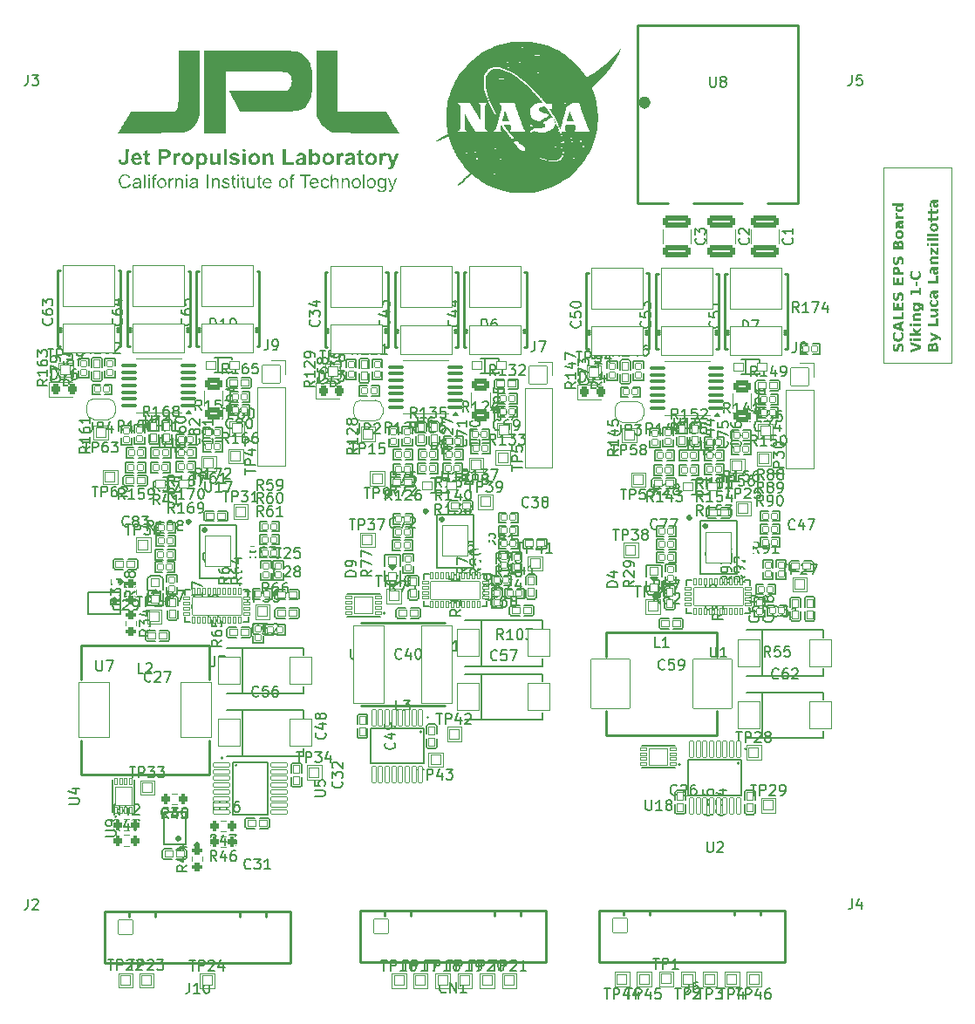
<source format=gbr>
%TF.GenerationSoftware,KiCad,Pcbnew,9.0.0*%
%TF.CreationDate,2025-07-09T13:02:27-07:00*%
%TF.ProjectId,EPS_Scales_RevF_DF11,4550535f-5363-4616-9c65-735f52657646,rev?*%
%TF.SameCoordinates,Original*%
%TF.FileFunction,Legend,Top*%
%TF.FilePolarity,Positive*%
%FSLAX46Y46*%
G04 Gerber Fmt 4.6, Leading zero omitted, Abs format (unit mm)*
G04 Created by KiCad (PCBNEW 9.0.0) date 2025-07-09 13:02:27*
%MOMM*%
%LPD*%
G01*
G04 APERTURE LIST*
G04 Aperture macros list*
%AMRoundRect*
0 Rectangle with rounded corners*
0 $1 Rounding radius*
0 $2 $3 $4 $5 $6 $7 $8 $9 X,Y pos of 4 corners*
0 Add a 4 corners polygon primitive as box body*
4,1,4,$2,$3,$4,$5,$6,$7,$8,$9,$2,$3,0*
0 Add four circle primitives for the rounded corners*
1,1,$1+$1,$2,$3*
1,1,$1+$1,$4,$5*
1,1,$1+$1,$6,$7*
1,1,$1+$1,$8,$9*
0 Add four rect primitives between the rounded corners*
20,1,$1+$1,$2,$3,$4,$5,0*
20,1,$1+$1,$4,$5,$6,$7,0*
20,1,$1+$1,$6,$7,$8,$9,0*
20,1,$1+$1,$8,$9,$2,$3,0*%
%AMFreePoly0*
4,1,43,0.507071,0.757071,0.510000,0.750000,0.510000,-0.750000,0.507071,-0.757071,0.500000,-0.760000,0.000000,-0.760000,-0.007071,-0.757071,-0.007630,-0.755722,-0.065263,-0.755722,-0.067851,-0.755381,-0.193930,-0.721599,-0.196342,-0.720600,-0.309381,-0.655337,-0.311452,-0.653748,-0.403748,-0.561452,-0.405337,-0.559381,-0.470600,-0.446342,-0.471599,-0.443930,-0.505381,-0.317851,-0.505722,-0.315263,
-0.505722,-0.257629,-0.507071,-0.257071,-0.510000,-0.250000,-0.510000,0.250000,-0.507071,0.257071,-0.505722,0.257629,-0.505722,0.315263,-0.505381,0.317851,-0.471599,0.443930,-0.470600,0.446342,-0.405337,0.559381,-0.403748,0.561452,-0.311452,0.653748,-0.309381,0.655337,-0.196342,0.720600,-0.193930,0.721599,-0.067851,0.755381,-0.065263,0.755722,-0.007630,0.755722,-0.007071,0.757071,
0.000000,0.760000,0.500000,0.760000,0.507071,0.757071,0.507071,0.757071,$1*%
%AMFreePoly1*
4,1,43,0.007071,0.757071,0.007630,0.755722,0.065263,0.755722,0.067851,0.755381,0.193930,0.721599,0.196342,0.720600,0.309381,0.655337,0.311452,0.653748,0.403748,0.561452,0.405337,0.559381,0.470600,0.446342,0.471599,0.443930,0.505381,0.317851,0.505722,0.315263,0.505722,0.257629,0.507071,0.257071,0.510000,0.250000,0.510000,-0.250000,0.507071,-0.257071,0.505722,-0.257629,
0.505722,-0.315263,0.505381,-0.317851,0.471599,-0.443930,0.470600,-0.446342,0.405337,-0.559381,0.403748,-0.561452,0.311452,-0.653748,0.309381,-0.655337,0.196342,-0.720600,0.193930,-0.721599,0.067851,-0.755381,0.065263,-0.755722,0.007630,-0.755722,0.007071,-0.757071,0.000000,-0.760000,-0.500000,-0.760000,-0.507071,-0.757071,-0.510000,-0.750000,-0.510000,0.750000,-0.507071,0.757071,
-0.500000,0.760000,0.000000,0.760000,0.007071,0.757071,0.007071,0.757071,$1*%
G04 Aperture macros list end*
%ADD10C,0.025000*%
%ADD11C,0.100000*%
%ADD12C,0.150000*%
%ADD13C,0.120000*%
%ADD14C,0.250000*%
%ADD15C,0.000000*%
%ADD16C,0.300000*%
%ADD17C,0.600000*%
%ADD18RoundRect,0.010000X-0.500000X0.500000X-0.500000X-0.500000X0.500000X-0.500000X0.500000X0.500000X0*%
%ADD19RoundRect,0.010000X-0.285000X-0.270000X0.285000X-0.270000X0.285000X0.270000X-0.285000X0.270000X0*%
%ADD20RoundRect,0.010000X-0.500000X-0.500000X0.500000X-0.500000X0.500000X0.500000X-0.500000X0.500000X0*%
%ADD21RoundRect,0.010000X0.500000X0.500000X-0.500000X0.500000X-0.500000X-0.500000X0.500000X-0.500000X0*%
%ADD22RoundRect,0.010000X-0.270000X0.395000X-0.270000X-0.395000X0.270000X-0.395000X0.270000X0.395000X0*%
%ADD23RoundRect,0.010000X0.270000X-0.285000X0.270000X0.285000X-0.270000X0.285000X-0.270000X-0.285000X0*%
%ADD24RoundRect,0.010000X-0.395000X-0.270000X0.395000X-0.270000X0.395000X0.270000X-0.395000X0.270000X0*%
%ADD25C,4.720000*%
%ADD26RoundRect,0.010000X-0.270000X0.285000X-0.270000X-0.285000X0.270000X-0.285000X0.270000X0.285000X0*%
%ADD27RoundRect,0.010000X0.290000X0.140000X-0.290000X0.140000X-0.290000X-0.140000X0.290000X-0.140000X0*%
%ADD28RoundRect,0.010000X0.875000X0.815000X-0.875000X0.815000X-0.875000X-0.815000X0.875000X-0.815000X0*%
%ADD29RoundRect,0.223750X-0.223750X-0.261250X0.223750X-0.261250X0.223750X0.261250X-0.223750X0.261250X0*%
%ADD30RoundRect,0.010000X0.395000X0.270000X-0.395000X0.270000X-0.395000X-0.270000X0.395000X-0.270000X0*%
%ADD31RoundRect,0.010000X0.700000X0.700000X-0.700000X0.700000X-0.700000X-0.700000X0.700000X-0.700000X0*%
%ADD32C,1.420000*%
%ADD33RoundRect,0.105000X0.642500X0.105000X-0.642500X0.105000X-0.642500X-0.105000X0.642500X-0.105000X0*%
%ADD34RoundRect,0.010000X0.285000X0.270000X-0.285000X0.270000X-0.285000X-0.270000X0.285000X-0.270000X0*%
%ADD35RoundRect,0.010000X-0.500000X-0.375000X0.500000X-0.375000X0.500000X0.375000X-0.500000X0.375000X0*%
%ADD36RoundRect,0.010000X-2.500000X1.400000X-2.500000X-1.400000X2.500000X-1.400000X2.500000X1.400000X0*%
%ADD37RoundRect,0.010000X-2.500000X2.000000X-2.500000X-2.000000X2.500000X-2.000000X2.500000X2.000000X0*%
%ADD38RoundRect,0.254444X-0.630556X0.318056X-0.630556X-0.318056X0.630556X-0.318056X0.630556X0.318056X0*%
%ADD39RoundRect,0.010000X1.510000X3.750000X-1.510000X3.750000X-1.510000X-3.750000X1.510000X-3.750000X0*%
%ADD40RoundRect,0.010000X-0.400000X-0.400000X0.400000X-0.400000X0.400000X0.400000X-0.400000X0.400000X0*%
%ADD41RoundRect,0.205000X-0.205000X-0.280000X0.205000X-0.280000X0.205000X0.280000X-0.205000X0.280000X0*%
%ADD42RoundRect,0.254347X-1.105653X0.330653X-1.105653X-0.330653X1.105653X-0.330653X1.105653X0.330653X0*%
%ADD43O,1.770000X0.360000*%
%ADD44RoundRect,0.010000X-1.250000X-1.450000X1.250000X-1.450000X1.250000X1.450000X-1.250000X1.450000X0*%
%ADD45FreePoly0,180.000000*%
%ADD46FreePoly1,180.000000*%
%ADD47RoundRect,0.010000X0.270000X-0.395000X0.270000X0.395000X-0.270000X0.395000X-0.270000X-0.395000X0*%
%ADD48RoundRect,0.010000X-0.850000X-0.850000X0.850000X-0.850000X0.850000X0.850000X-0.850000X0.850000X0*%
%ADD49O,1.720000X1.720000*%
%ADD50RoundRect,0.205000X0.280000X-0.205000X0.280000X0.205000X-0.280000X0.205000X-0.280000X-0.205000X0*%
%ADD51RoundRect,0.010000X0.140000X0.290000X-0.140000X0.290000X-0.140000X-0.290000X0.140000X-0.290000X0*%
%ADD52RoundRect,0.010000X2.375000X0.850000X-2.375000X0.850000X-2.375000X-0.850000X2.375000X-0.850000X0*%
%ADD53RoundRect,0.205000X0.205000X0.280000X-0.205000X0.280000X-0.205000X-0.280000X0.205000X-0.280000X0*%
%ADD54RoundRect,0.010000X-1.900000X-2.400000X1.900000X-2.400000X1.900000X2.400000X-1.900000X2.400000X0*%
%ADD55RoundRect,0.010000X0.180000X0.780000X-0.180000X0.780000X-0.180000X-0.780000X0.180000X-0.780000X0*%
%ADD56RoundRect,0.010000X1.095000X1.295000X-1.095000X1.295000X-1.095000X-1.295000X1.095000X-1.295000X0*%
%ADD57RoundRect,0.205000X-0.280000X0.205000X-0.280000X-0.205000X0.280000X-0.205000X0.280000X0.205000X0*%
%ADD58RoundRect,0.010000X0.140000X-0.290000X0.140000X0.290000X-0.140000X0.290000X-0.140000X-0.290000X0*%
%ADD59RoundRect,0.010000X0.815000X-0.875000X0.815000X0.875000X-0.815000X0.875000X-0.815000X-0.875000X0*%
%ADD60O,1.320000X2.220000*%
%ADD61C,3.820000*%
%ADD62RoundRect,0.010000X-1.450000X-2.700000X1.450000X-2.700000X1.450000X2.700000X-1.450000X2.700000X0*%
%ADD63RoundRect,0.010000X-0.780000X0.180000X-0.780000X-0.180000X0.780000X-0.180000X0.780000X0.180000X0*%
%ADD64RoundRect,0.010000X0.400000X0.400000X-0.400000X0.400000X-0.400000X-0.400000X0.400000X-0.400000X0*%
%ADD65O,1.470000X0.400000*%
%ADD66O,0.300000X1.640000*%
G04 APERTURE END LIST*
D10*
G36*
X243686204Y-59232819D02*
G01*
X243901138Y-59232819D01*
X243868464Y-59316964D01*
X243845634Y-59396767D01*
X243831404Y-59475853D01*
X243826888Y-59547709D01*
X243830407Y-59610670D01*
X243839552Y-59655737D01*
X243852656Y-59687111D01*
X243873026Y-59712201D01*
X243899043Y-59726976D01*
X243932584Y-59732174D01*
X243958173Y-59728655D01*
X243978904Y-59718605D01*
X243995965Y-59701765D01*
X244015084Y-59664407D01*
X244034922Y-59591429D01*
X244057454Y-59479443D01*
X244079322Y-59392235D01*
X244104478Y-59325193D01*
X244132055Y-59274695D01*
X244161562Y-59237643D01*
X244198531Y-59207308D01*
X244242882Y-59185038D01*
X244296109Y-59170930D01*
X244360193Y-59165897D01*
X244444171Y-59172995D01*
X244512166Y-59192722D01*
X244567335Y-59223706D01*
X244611946Y-59265975D01*
X244645422Y-59317383D01*
X244671212Y-59383170D01*
X244688209Y-59466613D01*
X244694439Y-59571645D01*
X244689826Y-59668552D01*
X244675876Y-59766368D01*
X244653061Y-59863452D01*
X244620983Y-59961701D01*
X244397440Y-59961701D01*
X244444154Y-59863763D01*
X244476391Y-59772840D01*
X244496500Y-59681999D01*
X244502953Y-59596924D01*
X244499188Y-59539912D01*
X244489141Y-59496980D01*
X244474193Y-59465094D01*
X244451943Y-59439410D01*
X244425036Y-59424466D01*
X244391883Y-59419299D01*
X244361289Y-59423014D01*
X244337104Y-59433427D01*
X244317816Y-59450378D01*
X244295748Y-59490169D01*
X244271166Y-59574393D01*
X244248635Y-59676181D01*
X244227849Y-59753645D01*
X244203108Y-59815072D01*
X244175129Y-59863088D01*
X244144282Y-59899907D01*
X244106481Y-59930102D01*
X244062558Y-59952017D01*
X244011326Y-59965722D01*
X243951208Y-59970555D01*
X243876438Y-59963823D01*
X243814007Y-59944823D01*
X243761511Y-59914418D01*
X243717284Y-59872186D01*
X243683435Y-59821416D01*
X243657885Y-59759044D01*
X243641366Y-59682680D01*
X243635402Y-59589414D01*
X243638526Y-59504900D01*
X243648103Y-59416612D01*
X243663757Y-59327312D01*
X243686204Y-59232819D01*
G37*
G36*
X244618235Y-58125544D02*
G01*
X244651377Y-58199588D01*
X244675205Y-58276547D01*
X244689567Y-58356243D01*
X244694439Y-58440434D01*
X244688087Y-58543301D01*
X244669964Y-58633439D01*
X244641057Y-58712669D01*
X244601774Y-58782520D01*
X244551923Y-58844168D01*
X244492239Y-58896749D01*
X244424995Y-58937820D01*
X244349120Y-58967829D01*
X244263148Y-58986551D01*
X244165287Y-58993095D01*
X244067092Y-58986542D01*
X243980901Y-58967804D01*
X243904907Y-58937783D01*
X243837627Y-58896717D01*
X243777979Y-58844168D01*
X243728105Y-58782517D01*
X243688804Y-58712664D01*
X243659886Y-58633434D01*
X243641756Y-58543298D01*
X243635402Y-58440434D01*
X243640274Y-58356243D01*
X243654636Y-58276547D01*
X243678464Y-58199588D01*
X243711606Y-58125544D01*
X243924585Y-58125544D01*
X243879973Y-58199694D01*
X243850458Y-58269709D01*
X243832850Y-58342164D01*
X243826888Y-58419246D01*
X243832989Y-58488431D01*
X243850314Y-58547161D01*
X243878175Y-58597414D01*
X243916953Y-58640591D01*
X243963913Y-58674522D01*
X244019729Y-58699601D01*
X244086128Y-58715521D01*
X244165287Y-58721191D01*
X244244043Y-58715531D01*
X244310205Y-58699627D01*
X244365921Y-58674550D01*
X244412888Y-58640591D01*
X244451665Y-58597414D01*
X244479527Y-58547161D01*
X244496852Y-58488431D01*
X244502953Y-58419246D01*
X244496991Y-58342164D01*
X244479383Y-58269709D01*
X244449867Y-58199694D01*
X244405255Y-58125544D01*
X244618235Y-58125544D01*
G37*
G36*
X244674900Y-57224410D02*
G01*
X244487321Y-57288646D01*
X244487321Y-57699890D01*
X244674900Y-57764797D01*
X244674900Y-58029129D01*
X243654941Y-57651347D01*
X243654941Y-57494237D01*
X243893994Y-57494237D01*
X244299742Y-57634311D01*
X244299742Y-57354897D01*
X243893994Y-57494237D01*
X243654941Y-57494237D01*
X243654941Y-57337800D01*
X244674900Y-56960078D01*
X244674900Y-57224410D01*
G37*
G36*
X243654941Y-56824096D02*
G01*
X243654941Y-56561108D01*
X244475597Y-56561108D01*
X244475597Y-56099306D01*
X244674900Y-56099306D01*
X244674900Y-56824096D01*
X243654941Y-56824096D01*
G37*
G36*
X243654941Y-55932121D02*
G01*
X243654941Y-55222352D01*
X243854244Y-55222352D01*
X243854244Y-55669133D01*
X244041822Y-55669133D01*
X244041822Y-55248974D01*
X244241124Y-55248974D01*
X244241124Y-55669133D01*
X244475597Y-55669133D01*
X244475597Y-55207331D01*
X244674900Y-55207331D01*
X244674900Y-55932121D01*
X243654941Y-55932121D01*
G37*
G36*
X243686204Y-54266874D02*
G01*
X243901138Y-54266874D01*
X243868464Y-54351019D01*
X243845634Y-54430822D01*
X243831404Y-54509907D01*
X243826888Y-54581764D01*
X243830407Y-54644725D01*
X243839552Y-54689791D01*
X243852656Y-54721165D01*
X243873026Y-54746255D01*
X243899043Y-54761030D01*
X243932584Y-54766228D01*
X243958173Y-54762710D01*
X243978904Y-54752659D01*
X243995965Y-54735820D01*
X244015084Y-54698462D01*
X244034922Y-54625483D01*
X244057454Y-54513498D01*
X244079322Y-54426290D01*
X244104478Y-54359247D01*
X244132055Y-54308750D01*
X244161562Y-54271697D01*
X244198531Y-54241362D01*
X244242882Y-54219092D01*
X244296109Y-54204984D01*
X244360193Y-54199951D01*
X244444171Y-54207049D01*
X244512166Y-54226776D01*
X244567335Y-54257760D01*
X244611946Y-54300030D01*
X244645422Y-54351438D01*
X244671212Y-54417224D01*
X244688209Y-54500667D01*
X244694439Y-54605699D01*
X244689826Y-54702606D01*
X244675876Y-54800422D01*
X244653061Y-54897507D01*
X244620983Y-54995755D01*
X244397440Y-54995755D01*
X244444154Y-54897817D01*
X244476391Y-54806894D01*
X244496500Y-54716054D01*
X244502953Y-54630979D01*
X244499188Y-54573967D01*
X244489141Y-54531035D01*
X244474193Y-54499148D01*
X244451943Y-54473464D01*
X244425036Y-54458521D01*
X244391883Y-54453353D01*
X244361289Y-54457068D01*
X244337104Y-54467481D01*
X244317816Y-54484433D01*
X244295748Y-54524224D01*
X244271166Y-54608447D01*
X244248635Y-54710235D01*
X244227849Y-54787699D01*
X244203108Y-54849127D01*
X244175129Y-54897142D01*
X244144282Y-54933962D01*
X244106481Y-54964156D01*
X244062558Y-54986072D01*
X244011326Y-54999777D01*
X243951208Y-55004609D01*
X243876438Y-54997877D01*
X243814007Y-54978878D01*
X243761511Y-54948473D01*
X243717284Y-54906240D01*
X243683435Y-54855471D01*
X243657885Y-54793099D01*
X243641366Y-54716734D01*
X243635402Y-54623468D01*
X243638526Y-54538954D01*
X243648103Y-54450666D01*
X243663757Y-54361367D01*
X243686204Y-54266874D01*
G37*
G36*
X243654941Y-53481877D02*
G01*
X243654941Y-52772107D01*
X243854244Y-52772107D01*
X243854244Y-53218889D01*
X244041822Y-53218889D01*
X244041822Y-52798730D01*
X244241124Y-52798730D01*
X244241124Y-53218889D01*
X244475597Y-53218889D01*
X244475597Y-52757086D01*
X244674900Y-52757086D01*
X244674900Y-53481877D01*
X243654941Y-53481877D01*
G37*
G36*
X244065436Y-51693934D02*
G01*
X244131175Y-51714038D01*
X244186489Y-51746230D01*
X244233125Y-51790984D01*
X244268741Y-51844716D01*
X244295628Y-51910678D01*
X244313008Y-51991380D01*
X244319282Y-52089876D01*
X244319282Y-52263411D01*
X244674900Y-52263411D01*
X244674900Y-52526399D01*
X243654941Y-52526399D01*
X243654941Y-52117903D01*
X243846428Y-52117903D01*
X243846428Y-52263411D01*
X244127796Y-52263411D01*
X244127796Y-52117903D01*
X244123199Y-52068154D01*
X244110619Y-52029596D01*
X244091037Y-51999750D01*
X244063963Y-51977089D01*
X244029905Y-51963067D01*
X243986745Y-51958046D01*
X243943637Y-51963074D01*
X243909732Y-51977100D01*
X243882881Y-51999750D01*
X243863473Y-52029571D01*
X243850991Y-52068129D01*
X243846428Y-52117903D01*
X243654941Y-52117903D01*
X243654941Y-52089876D01*
X243661219Y-51991385D01*
X243678611Y-51910684D01*
X243705516Y-51844720D01*
X243741159Y-51790984D01*
X243787770Y-51746196D01*
X243842959Y-51714007D01*
X243908451Y-51693923D01*
X243986745Y-51686814D01*
X244065436Y-51693934D01*
G37*
G36*
X243686204Y-50790809D02*
G01*
X243901138Y-50790809D01*
X243868464Y-50874955D01*
X243845634Y-50954757D01*
X243831404Y-51033843D01*
X243826888Y-51105699D01*
X243830407Y-51168661D01*
X243839552Y-51213727D01*
X243852656Y-51245101D01*
X243873026Y-51270191D01*
X243899043Y-51284966D01*
X243932584Y-51290164D01*
X243958173Y-51286645D01*
X243978904Y-51276595D01*
X243995965Y-51259756D01*
X244015084Y-51222398D01*
X244034922Y-51149419D01*
X244057454Y-51037434D01*
X244079322Y-50950226D01*
X244104478Y-50883183D01*
X244132055Y-50832686D01*
X244161562Y-50795633D01*
X244198531Y-50765298D01*
X244242882Y-50743028D01*
X244296109Y-50728920D01*
X244360193Y-50723887D01*
X244444171Y-50730985D01*
X244512166Y-50750712D01*
X244567335Y-50781696D01*
X244611946Y-50823965D01*
X244645422Y-50875374D01*
X244671212Y-50941160D01*
X244688209Y-51024603D01*
X244694439Y-51129635D01*
X244689826Y-51226542D01*
X244675876Y-51324358D01*
X244653061Y-51421442D01*
X244620983Y-51519691D01*
X244397440Y-51519691D01*
X244444154Y-51421753D01*
X244476391Y-51330830D01*
X244496500Y-51239989D01*
X244502953Y-51154914D01*
X244499188Y-51097903D01*
X244489141Y-51054970D01*
X244474193Y-51023084D01*
X244451943Y-50997400D01*
X244425036Y-50982457D01*
X244391883Y-50977289D01*
X244361289Y-50981004D01*
X244337104Y-50991417D01*
X244317816Y-51008369D01*
X244295748Y-51048159D01*
X244271166Y-51132383D01*
X244248635Y-51234171D01*
X244227849Y-51311635D01*
X244203108Y-51373063D01*
X244175129Y-51421078D01*
X244144282Y-51457898D01*
X244106481Y-51488092D01*
X244062558Y-51510007D01*
X244011326Y-51523713D01*
X243951208Y-51528545D01*
X243876438Y-51521813D01*
X243814007Y-51502813D01*
X243761511Y-51472409D01*
X243717284Y-51430176D01*
X243683435Y-51379407D01*
X243657885Y-51317035D01*
X243641366Y-51240670D01*
X243635402Y-51147404D01*
X243638526Y-51062890D01*
X243648103Y-50974602D01*
X243663757Y-50885302D01*
X243686204Y-50790809D01*
G37*
G36*
X244454891Y-49173106D02*
G01*
X244513992Y-49192390D01*
X244562615Y-49223155D01*
X244602543Y-49266001D01*
X244631633Y-49316554D01*
X244654311Y-49381657D01*
X244669363Y-49464614D01*
X244674900Y-49569290D01*
X244674900Y-50005813D01*
X243654941Y-50005813D01*
X243654941Y-49610933D01*
X243655571Y-49597317D01*
X243834704Y-49597317D01*
X243834704Y-49742824D01*
X244049638Y-49742824D01*
X244049638Y-49597317D01*
X244048875Y-49588402D01*
X244229401Y-49588402D01*
X244229401Y-49742824D01*
X244495137Y-49742824D01*
X244495137Y-49588402D01*
X244490832Y-49536476D01*
X244479301Y-49497767D01*
X244461859Y-49469211D01*
X244436986Y-49447674D01*
X244404276Y-49434142D01*
X244361231Y-49429217D01*
X244319115Y-49434078D01*
X244286962Y-49447469D01*
X244262373Y-49468845D01*
X244245138Y-49497197D01*
X244233691Y-49535984D01*
X244229401Y-49588402D01*
X244048875Y-49588402D01*
X244046160Y-49556683D01*
X244036780Y-49526014D01*
X244022466Y-49503039D01*
X244002239Y-49485679D01*
X243976091Y-49474840D01*
X243942171Y-49470921D01*
X243908697Y-49474816D01*
X243882637Y-49485634D01*
X243862242Y-49503039D01*
X243847721Y-49526044D01*
X243838223Y-49556715D01*
X243834704Y-49597317D01*
X243655571Y-49597317D01*
X243660057Y-49500369D01*
X243673752Y-49415336D01*
X243693945Y-49351020D01*
X243719177Y-49303248D01*
X243755029Y-49262490D01*
X243799837Y-49233125D01*
X243855486Y-49214594D01*
X243924891Y-49207933D01*
X243973505Y-49212057D01*
X244015346Y-49223824D01*
X244051653Y-49242798D01*
X244083013Y-49268988D01*
X244108801Y-49302294D01*
X244129200Y-49343854D01*
X244150714Y-49290744D01*
X244180877Y-49247515D01*
X244220058Y-49212695D01*
X244266253Y-49187417D01*
X244319862Y-49171735D01*
X244382602Y-49166228D01*
X244454891Y-49173106D01*
G37*
G36*
X244368031Y-48171306D02*
G01*
X244434320Y-48185398D01*
X244492262Y-48207865D01*
X244543070Y-48238440D01*
X244587644Y-48277367D01*
X244624741Y-48323217D01*
X244654135Y-48375846D01*
X244675891Y-48436253D01*
X244689608Y-48505724D01*
X244694439Y-48585785D01*
X244689609Y-48666127D01*
X244675891Y-48735876D01*
X244654133Y-48796554D01*
X244624737Y-48849445D01*
X244587644Y-48895546D01*
X244543033Y-48934735D01*
X244492205Y-48965496D01*
X244434263Y-48988089D01*
X244367993Y-49002254D01*
X244291927Y-49007226D01*
X244215860Y-49002254D01*
X244149591Y-48988089D01*
X244091648Y-48965496D01*
X244040820Y-48934735D01*
X243996210Y-48895546D01*
X243959117Y-48849445D01*
X243929720Y-48796554D01*
X243907962Y-48735876D01*
X243894244Y-48666127D01*
X243889415Y-48585785D01*
X244065269Y-48585785D01*
X244072142Y-48637048D01*
X244091537Y-48677511D01*
X244123643Y-48709799D01*
X244164813Y-48732170D01*
X244219629Y-48746976D01*
X244291927Y-48752481D01*
X244364224Y-48746976D01*
X244419040Y-48732170D01*
X244460210Y-48709799D01*
X244492316Y-48677511D01*
X244511712Y-48637048D01*
X244518584Y-48585785D01*
X244511745Y-48535474D01*
X244492385Y-48495572D01*
X244460210Y-48463541D01*
X244419065Y-48441340D01*
X244364249Y-48426635D01*
X244291927Y-48421165D01*
X244219604Y-48426635D01*
X244164789Y-48441340D01*
X244123643Y-48463541D01*
X244091469Y-48495572D01*
X244072109Y-48535474D01*
X244065269Y-48585785D01*
X243889415Y-48585785D01*
X243894245Y-48505724D01*
X243907962Y-48436253D01*
X243929718Y-48375846D01*
X243959112Y-48323217D01*
X243996210Y-48277367D01*
X244040784Y-48238440D01*
X244091592Y-48207865D01*
X244149534Y-48185398D01*
X244215822Y-48171306D01*
X244291927Y-48166359D01*
X244368031Y-48171306D01*
G37*
G36*
X244674900Y-47518566D02*
G01*
X244561571Y-47518566D01*
X244605096Y-47554024D01*
X244638383Y-47590838D01*
X244662748Y-47629208D01*
X244679802Y-47671340D01*
X244690607Y-47720746D01*
X244694439Y-47778807D01*
X244689770Y-47837579D01*
X244676440Y-47888484D01*
X244654992Y-47932886D01*
X244625318Y-47971819D01*
X244588417Y-48004059D01*
X244546889Y-48026956D01*
X244499810Y-48041002D01*
X244445861Y-48045886D01*
X244380232Y-48039481D01*
X244327163Y-48021585D01*
X244284004Y-47993078D01*
X244249062Y-47953318D01*
X244224240Y-47906795D01*
X244204563Y-47845331D01*
X244191327Y-47765338D01*
X244186414Y-47662669D01*
X244186414Y-47645633D01*
X244331006Y-47645633D01*
X244334412Y-47696311D01*
X244343424Y-47733669D01*
X244356712Y-47760733D01*
X244376418Y-47782097D01*
X244401092Y-47794835D01*
X244432366Y-47799323D01*
X244461527Y-47795665D01*
X244485061Y-47785307D01*
X244504296Y-47768243D01*
X244518170Y-47746110D01*
X244527068Y-47717868D01*
X244530308Y-47681842D01*
X244524772Y-47637917D01*
X244508618Y-47599685D01*
X244481337Y-47565705D01*
X244446263Y-47539689D01*
X244405914Y-47524006D01*
X244358727Y-47518566D01*
X244331006Y-47518566D01*
X244331006Y-47645633D01*
X244186414Y-47645633D01*
X244186414Y-47518566D01*
X244166691Y-47518566D01*
X244130210Y-47523941D01*
X244102308Y-47539061D01*
X244080840Y-47564361D01*
X244066967Y-47596267D01*
X244057279Y-47642370D01*
X244053546Y-47707121D01*
X244057575Y-47784054D01*
X244069177Y-47853301D01*
X244088860Y-47918898D01*
X244116072Y-47978964D01*
X243928493Y-47978964D01*
X243911602Y-47900100D01*
X243899367Y-47821183D01*
X243891898Y-47741852D01*
X243889415Y-47662669D01*
X243895780Y-47556444D01*
X243912949Y-47474227D01*
X243938677Y-47411318D01*
X243971724Y-47363838D01*
X244015587Y-47326060D01*
X244072550Y-47297495D01*
X244145773Y-47278802D01*
X244239353Y-47271942D01*
X244674900Y-47271942D01*
X244674900Y-47518566D01*
G37*
G36*
X244119980Y-46475466D02*
G01*
X244105936Y-46507863D01*
X244096349Y-46539335D01*
X244088717Y-46603205D01*
X244092874Y-46649561D01*
X244104610Y-46688304D01*
X244123392Y-46720909D01*
X244149472Y-46748407D01*
X244192822Y-46775340D01*
X244249577Y-46792834D01*
X244323556Y-46799271D01*
X244674900Y-46799271D01*
X244674900Y-47043819D01*
X243908954Y-47043819D01*
X243908954Y-46799271D01*
X244034006Y-46799271D01*
X243986533Y-46764824D01*
X243950412Y-46728785D01*
X243924036Y-46691010D01*
X243905268Y-46648921D01*
X243893536Y-46600491D01*
X243889415Y-46544464D01*
X243890514Y-46517842D01*
X243895215Y-46476137D01*
X244119980Y-46475466D01*
G37*
G36*
X244674900Y-45833534D02*
G01*
X244565479Y-45833534D01*
X244607404Y-45869690D01*
X244639652Y-45906749D01*
X244663420Y-45944909D01*
X244680316Y-45986458D01*
X244690794Y-46033046D01*
X244694439Y-46085593D01*
X244687286Y-46153668D01*
X244666460Y-46214020D01*
X244631826Y-46268390D01*
X244581843Y-46317868D01*
X244523530Y-46356536D01*
X244456836Y-46384811D01*
X244380258Y-46402510D01*
X244291927Y-46408726D01*
X244203595Y-46402510D01*
X244127018Y-46384811D01*
X244060323Y-46356536D01*
X244002010Y-46317868D01*
X243952027Y-46268390D01*
X243917394Y-46214020D01*
X243896567Y-46153668D01*
X243889415Y-46085593D01*
X243893084Y-46033515D01*
X243901909Y-45994735D01*
X244065269Y-45994735D01*
X244072040Y-46043646D01*
X244091259Y-46082560D01*
X244123338Y-46113925D01*
X244164181Y-46135515D01*
X244219051Y-46149894D01*
X244291927Y-46155263D01*
X244364802Y-46149896D01*
X244419696Y-46135518D01*
X244460576Y-46113925D01*
X244492618Y-46082564D01*
X244511819Y-46043651D01*
X244518584Y-45994735D01*
X244511798Y-45945371D01*
X244492578Y-45906252D01*
X244460576Y-45874872D01*
X244419696Y-45853280D01*
X244364802Y-45838902D01*
X244291927Y-45833534D01*
X244219051Y-45838903D01*
X244164181Y-45853283D01*
X244123338Y-45874872D01*
X244091299Y-45906257D01*
X244072061Y-45945376D01*
X244065269Y-45994735D01*
X243901909Y-45994735D01*
X243903666Y-45987012D01*
X243920800Y-45945214D01*
X243944723Y-45906808D01*
X243976878Y-45869645D01*
X244018375Y-45833534D01*
X243611955Y-45833534D01*
X243611955Y-45587582D01*
X244674900Y-45587582D01*
X244674900Y-45833534D01*
G37*
G36*
X245334941Y-60064161D02*
G01*
X245334941Y-59799829D01*
X246087759Y-59529269D01*
X245334941Y-59259442D01*
X245334941Y-58995110D01*
X246354900Y-59372831D01*
X246354900Y-59686378D01*
X245334941Y-60064161D01*
G37*
G36*
X245588954Y-58895459D02*
G01*
X245588954Y-58650911D01*
X246354900Y-58650911D01*
X246354900Y-58895459D01*
X245588954Y-58895459D01*
G37*
G36*
X245291955Y-58895459D02*
G01*
X245291955Y-58650911D01*
X245491257Y-58650911D01*
X245491257Y-58895459D01*
X245291955Y-58895459D01*
G37*
G36*
X245291955Y-58415766D02*
G01*
X245291955Y-58171218D01*
X245870016Y-58171218D01*
X245588954Y-57889728D01*
X245588954Y-57605551D01*
X245940480Y-57979243D01*
X246354900Y-57576181D01*
X246354900Y-57872692D01*
X246035552Y-58171218D01*
X246354900Y-58171218D01*
X246354900Y-58415766D01*
X245291955Y-58415766D01*
G37*
G36*
X245588954Y-57484712D02*
G01*
X245588954Y-57240164D01*
X246354900Y-57240164D01*
X246354900Y-57484712D01*
X245588954Y-57484712D01*
G37*
G36*
X245291955Y-57484712D02*
G01*
X245291955Y-57240164D01*
X245491257Y-57240164D01*
X245491257Y-57484712D01*
X245291955Y-57484712D01*
G37*
G36*
X245886869Y-56235837D02*
G01*
X246354900Y-56235837D01*
X246354900Y-56481729D01*
X246278757Y-56481729D01*
X245996717Y-56481729D01*
X245859453Y-56486186D01*
X245824520Y-56492834D01*
X245803888Y-56501512D01*
X245782501Y-56518427D01*
X245766457Y-56540469D01*
X245756525Y-56566384D01*
X245753085Y-56596523D01*
X245759878Y-56644539D01*
X245779417Y-56683897D01*
X245812436Y-56716751D01*
X245854232Y-56739905D01*
X245907972Y-56754956D01*
X245976812Y-56760471D01*
X246354900Y-56760471D01*
X246354900Y-57005019D01*
X245588954Y-57005019D01*
X245588954Y-56760471D01*
X245698375Y-56760471D01*
X245656747Y-56721379D01*
X245624605Y-56682290D01*
X245600800Y-56642990D01*
X245583511Y-56600572D01*
X245573004Y-56555014D01*
X245569415Y-56505665D01*
X245575074Y-56440183D01*
X245590934Y-56386213D01*
X245616084Y-56341525D01*
X245650686Y-56304531D01*
X245692645Y-56276190D01*
X245744529Y-56254755D01*
X245808424Y-56240864D01*
X245886869Y-56235837D01*
G37*
G36*
X246351924Y-55247210D02*
G01*
X246415365Y-55261962D01*
X246470184Y-55285452D01*
X246517704Y-55317490D01*
X246558842Y-55358517D01*
X246591591Y-55405519D01*
X246618183Y-55461254D01*
X246638297Y-55527128D01*
X246651204Y-55604835D01*
X246655807Y-55696305D01*
X246653113Y-55767329D01*
X246645182Y-55834974D01*
X246631904Y-55901688D01*
X246612820Y-55969551D01*
X246421334Y-55969551D01*
X246454570Y-55904837D01*
X246477204Y-55843889D01*
X246491024Y-55781995D01*
X246495583Y-55720241D01*
X246491614Y-55659053D01*
X246480806Y-55610865D01*
X246464387Y-55573192D01*
X246442949Y-55544019D01*
X246415057Y-55520854D01*
X246379554Y-55503425D01*
X246334690Y-55492096D01*
X246278207Y-55487966D01*
X246225939Y-55487966D01*
X246267646Y-55524090D01*
X246299846Y-55561150D01*
X246323697Y-55599340D01*
X246340697Y-55640900D01*
X246351234Y-55687487D01*
X246354900Y-55740024D01*
X246347903Y-55807528D01*
X246327509Y-55867618D01*
X246293590Y-55921964D01*
X246244685Y-55971628D01*
X246187387Y-56010783D01*
X246122446Y-56039240D01*
X246048481Y-56056959D01*
X245963745Y-56063158D01*
X245878627Y-56056939D01*
X245804579Y-56039192D01*
X245739799Y-56010732D01*
X245682865Y-55971628D01*
X245634290Y-55922006D01*
X245600572Y-55867673D01*
X245580285Y-55807568D01*
X245573322Y-55740024D01*
X245576974Y-55687481D01*
X245585608Y-55649166D01*
X245749177Y-55649166D01*
X245755695Y-55696923D01*
X245774296Y-55735588D01*
X245805414Y-55767379D01*
X245845094Y-55789697D01*
X245896996Y-55804306D01*
X245964477Y-55809695D01*
X246033932Y-55804375D01*
X246085994Y-55790136D01*
X246124578Y-55768723D01*
X246154423Y-55737836D01*
X246172581Y-55698846D01*
X246179045Y-55649166D01*
X246172511Y-55600959D01*
X246153909Y-55562110D01*
X246122869Y-55530342D01*
X246083156Y-55507962D01*
X246031448Y-55493346D01*
X245964477Y-55487966D01*
X245897001Y-55493361D01*
X245845099Y-55507990D01*
X245805414Y-55530342D01*
X245774337Y-55562115D01*
X245755716Y-55600964D01*
X245749177Y-55649166D01*
X245585608Y-55649166D01*
X245587472Y-55640893D01*
X245604402Y-55599340D01*
X245628136Y-55561183D01*
X245660361Y-55524124D01*
X245702283Y-55487966D01*
X245588954Y-55487966D01*
X245588954Y-55242013D01*
X246278207Y-55242013D01*
X246351924Y-55247210D01*
G37*
G36*
X246171229Y-54474114D02*
G01*
X246171229Y-54241839D01*
X245514704Y-54241839D01*
X245565507Y-54480281D01*
X245385744Y-54480281D01*
X245334941Y-54243243D01*
X245334941Y-53993199D01*
X246171229Y-53993199D01*
X246171229Y-53760924D01*
X246354900Y-53760924D01*
X246354900Y-54474114D01*
X246171229Y-54474114D01*
G37*
G36*
X245854690Y-53588184D02*
G01*
X245854690Y-53159171D01*
X246053992Y-53159171D01*
X246053992Y-53588184D01*
X245854690Y-53588184D01*
G37*
G36*
X246298235Y-52146479D02*
G01*
X246331377Y-52220523D01*
X246355205Y-52297482D01*
X246369567Y-52377178D01*
X246374439Y-52461369D01*
X246368087Y-52564237D01*
X246349964Y-52654374D01*
X246321057Y-52733604D01*
X246281774Y-52803455D01*
X246231923Y-52865103D01*
X246172239Y-52917684D01*
X246104995Y-52958755D01*
X246029120Y-52988764D01*
X245943148Y-53007486D01*
X245845287Y-53014030D01*
X245747092Y-53007477D01*
X245660901Y-52988739D01*
X245584907Y-52958718D01*
X245517627Y-52917652D01*
X245457979Y-52865103D01*
X245408105Y-52803452D01*
X245368804Y-52733599D01*
X245339886Y-52654369D01*
X245321756Y-52564233D01*
X245315402Y-52461369D01*
X245320274Y-52377178D01*
X245334636Y-52297482D01*
X245358464Y-52220523D01*
X245391606Y-52146479D01*
X245604585Y-52146479D01*
X245559973Y-52220629D01*
X245530458Y-52290644D01*
X245512850Y-52363099D01*
X245506888Y-52440181D01*
X245512989Y-52509366D01*
X245530314Y-52568096D01*
X245558175Y-52618349D01*
X245596953Y-52661526D01*
X245643913Y-52695457D01*
X245699729Y-52720536D01*
X245766128Y-52736456D01*
X245845287Y-52742127D01*
X245924043Y-52736466D01*
X245990205Y-52720562D01*
X246045921Y-52695485D01*
X246092888Y-52661526D01*
X246131665Y-52618349D01*
X246159527Y-52568096D01*
X246176852Y-52509366D01*
X246182953Y-52440181D01*
X246176991Y-52363099D01*
X246159383Y-52290644D01*
X246129867Y-52220629D01*
X246085255Y-52146479D01*
X246298235Y-52146479D01*
G37*
G36*
X247814891Y-59109882D02*
G01*
X247873992Y-59129166D01*
X247922615Y-59159931D01*
X247962543Y-59202777D01*
X247991633Y-59253330D01*
X248014311Y-59318433D01*
X248029363Y-59401390D01*
X248034900Y-59506066D01*
X248034900Y-59942589D01*
X247014941Y-59942589D01*
X247014941Y-59547709D01*
X247015571Y-59534093D01*
X247194704Y-59534093D01*
X247194704Y-59679600D01*
X247409638Y-59679600D01*
X247409638Y-59534093D01*
X247408875Y-59525178D01*
X247589401Y-59525178D01*
X247589401Y-59679600D01*
X247855137Y-59679600D01*
X247855137Y-59525178D01*
X247850832Y-59473252D01*
X247839301Y-59434543D01*
X247821859Y-59405987D01*
X247796986Y-59384450D01*
X247764276Y-59370918D01*
X247721231Y-59365993D01*
X247679115Y-59370854D01*
X247646962Y-59384245D01*
X247622373Y-59405621D01*
X247605138Y-59433973D01*
X247593691Y-59472760D01*
X247589401Y-59525178D01*
X247408875Y-59525178D01*
X247406160Y-59493459D01*
X247396780Y-59462790D01*
X247382466Y-59439815D01*
X247362239Y-59422455D01*
X247336091Y-59411616D01*
X247302171Y-59407697D01*
X247268697Y-59411592D01*
X247242637Y-59422410D01*
X247222242Y-59439815D01*
X247207721Y-59462820D01*
X247198223Y-59493491D01*
X247194704Y-59534093D01*
X247015571Y-59534093D01*
X247020057Y-59437145D01*
X247033752Y-59352112D01*
X247053945Y-59287796D01*
X247079177Y-59240024D01*
X247115029Y-59199266D01*
X247159837Y-59169901D01*
X247215486Y-59151370D01*
X247284891Y-59144709D01*
X247333505Y-59148833D01*
X247375346Y-59160600D01*
X247411653Y-59179574D01*
X247443013Y-59205764D01*
X247468801Y-59239070D01*
X247489200Y-59280630D01*
X247510714Y-59227520D01*
X247540877Y-59184291D01*
X247580058Y-59149471D01*
X247626253Y-59124193D01*
X247679862Y-59108511D01*
X247742602Y-59103004D01*
X247814891Y-59109882D01*
G37*
G36*
X247268954Y-58987050D02*
G01*
X247268954Y-58742502D01*
X247788703Y-58536910D01*
X247268954Y-58362032D01*
X247268954Y-58117484D01*
X248106585Y-58439213D01*
X248189322Y-58476669D01*
X248246901Y-58514460D01*
X248284943Y-58552297D01*
X248312305Y-58597877D01*
X248329603Y-58653805D01*
X248335807Y-58722718D01*
X248335807Y-58864135D01*
X248175583Y-58864135D01*
X248175583Y-58787625D01*
X248169846Y-58730414D01*
X248155861Y-58697133D01*
X248130375Y-58673195D01*
X248085214Y-58653048D01*
X248064025Y-58646209D01*
X247268954Y-58987050D01*
G37*
G36*
X247014941Y-57476713D02*
G01*
X247014941Y-57213725D01*
X247835597Y-57213725D01*
X247835597Y-56751922D01*
X248034900Y-56751922D01*
X248034900Y-57476713D01*
X247014941Y-57476713D01*
G37*
G36*
X247737778Y-56603850D02*
G01*
X247268954Y-56603850D01*
X247268954Y-56357898D01*
X247345707Y-56357898D01*
X247502389Y-56358630D01*
X247628113Y-56359302D01*
X247761470Y-56354539D01*
X247799090Y-56347324D01*
X247820760Y-56338114D01*
X247842037Y-56320726D01*
X247857762Y-56298852D01*
X247867408Y-56273272D01*
X247870768Y-56243165D01*
X247864014Y-56195116D01*
X247844603Y-56155758D01*
X247811845Y-56122936D01*
X247770280Y-56099790D01*
X247716733Y-56084736D01*
X247648019Y-56079217D01*
X247268954Y-56079217D01*
X247268954Y-55834668D01*
X248034900Y-55834668D01*
X248034900Y-56079217D01*
X247925479Y-56079217D01*
X247967132Y-56118298D01*
X247999269Y-56157286D01*
X248023054Y-56196392D01*
X248040353Y-56238567D01*
X248050855Y-56283782D01*
X248054439Y-56332680D01*
X248048805Y-56398166D01*
X248033001Y-56452285D01*
X248007922Y-56497223D01*
X247973411Y-56534546D01*
X247931496Y-56563167D01*
X247879710Y-56584787D01*
X247815982Y-56598787D01*
X247737778Y-56603850D01*
G37*
G36*
X247292401Y-54980918D02*
G01*
X247491703Y-54980918D01*
X247461810Y-55031715D01*
X247441573Y-55080996D01*
X247429367Y-55131993D01*
X247425269Y-55185166D01*
X247429409Y-55235973D01*
X247441072Y-55278562D01*
X247459608Y-55314438D01*
X247485048Y-55344717D01*
X247528139Y-55375384D01*
X247582675Y-55394751D01*
X247651927Y-55401748D01*
X247721179Y-55394752D01*
X247775738Y-55375386D01*
X247818867Y-55344717D01*
X247844278Y-55314442D01*
X247862796Y-55278567D01*
X247874448Y-55235977D01*
X247878584Y-55185166D01*
X247874343Y-55128854D01*
X247861853Y-55076233D01*
X247841057Y-55026655D01*
X247812150Y-54980918D01*
X248011452Y-54980918D01*
X248030297Y-55038881D01*
X248043692Y-55097421D01*
X248051759Y-55156630D01*
X248054439Y-55215879D01*
X248049592Y-55300123D01*
X248035842Y-55373173D01*
X248014087Y-55436600D01*
X247984799Y-55491749D01*
X247948010Y-55539684D01*
X247903253Y-55580849D01*
X247852315Y-55613025D01*
X247794314Y-55636582D01*
X247728022Y-55651323D01*
X247651927Y-55656493D01*
X247575830Y-55651323D01*
X247509544Y-55636580D01*
X247451556Y-55613022D01*
X247400638Y-55580847D01*
X247355904Y-55539684D01*
X247319093Y-55491746D01*
X247289788Y-55436595D01*
X247268020Y-55373168D01*
X247254264Y-55300120D01*
X247249415Y-55215879D01*
X247252109Y-55156137D01*
X247260161Y-55097421D01*
X247273514Y-55039368D01*
X247292401Y-54980918D01*
G37*
G36*
X248034900Y-54299724D02*
G01*
X247921571Y-54299724D01*
X247965096Y-54335182D01*
X247998383Y-54371997D01*
X248022748Y-54410366D01*
X248039802Y-54452498D01*
X248050607Y-54501904D01*
X248054439Y-54559965D01*
X248049770Y-54618738D01*
X248036440Y-54669643D01*
X248014992Y-54714045D01*
X247985318Y-54752978D01*
X247948417Y-54785217D01*
X247906889Y-54808114D01*
X247859810Y-54822160D01*
X247805861Y-54827045D01*
X247740232Y-54820639D01*
X247687163Y-54802743D01*
X247644004Y-54774236D01*
X247609062Y-54734476D01*
X247584240Y-54687954D01*
X247564563Y-54626490D01*
X247551327Y-54546496D01*
X247546414Y-54443827D01*
X247546414Y-54426792D01*
X247691006Y-54426792D01*
X247694412Y-54477469D01*
X247703424Y-54514828D01*
X247716712Y-54541891D01*
X247736418Y-54563255D01*
X247761092Y-54575994D01*
X247792366Y-54580481D01*
X247821527Y-54576824D01*
X247845061Y-54566465D01*
X247864296Y-54549401D01*
X247878170Y-54527268D01*
X247887068Y-54499026D01*
X247890308Y-54463001D01*
X247884772Y-54419076D01*
X247868618Y-54380843D01*
X247841337Y-54346863D01*
X247806263Y-54320848D01*
X247765914Y-54305165D01*
X247718727Y-54299724D01*
X247691006Y-54299724D01*
X247691006Y-54426792D01*
X247546414Y-54426792D01*
X247546414Y-54299724D01*
X247526691Y-54299724D01*
X247490210Y-54305099D01*
X247462308Y-54320220D01*
X247440840Y-54345520D01*
X247426967Y-54377426D01*
X247417279Y-54423528D01*
X247413546Y-54488280D01*
X247417575Y-54565212D01*
X247429177Y-54634459D01*
X247448860Y-54700056D01*
X247476072Y-54760122D01*
X247288493Y-54760122D01*
X247271602Y-54681259D01*
X247259367Y-54602341D01*
X247251898Y-54523011D01*
X247249415Y-54443827D01*
X247255780Y-54337603D01*
X247272949Y-54255385D01*
X247298677Y-54192476D01*
X247331724Y-54144996D01*
X247375587Y-54107219D01*
X247432550Y-54078654D01*
X247505773Y-54059961D01*
X247599353Y-54053100D01*
X248034900Y-54053100D01*
X248034900Y-54299724D01*
G37*
G36*
X247014941Y-53327516D02*
G01*
X247014941Y-53064527D01*
X247835597Y-53064527D01*
X247835597Y-52602725D01*
X248034900Y-52602725D01*
X248034900Y-53327516D01*
X247014941Y-53327516D01*
G37*
G36*
X248034900Y-51976486D02*
G01*
X247921571Y-51976486D01*
X247965096Y-52011944D01*
X247998383Y-52048759D01*
X248022748Y-52087128D01*
X248039802Y-52129260D01*
X248050607Y-52178666D01*
X248054439Y-52236727D01*
X248049770Y-52295500D01*
X248036440Y-52346405D01*
X248014992Y-52390807D01*
X247985318Y-52429740D01*
X247948417Y-52461979D01*
X247906889Y-52484876D01*
X247859810Y-52498922D01*
X247805861Y-52503807D01*
X247740232Y-52497401D01*
X247687163Y-52479505D01*
X247644004Y-52450999D01*
X247609062Y-52411239D01*
X247584240Y-52364716D01*
X247564563Y-52303252D01*
X247551327Y-52223258D01*
X247546414Y-52120590D01*
X247546414Y-52103554D01*
X247691006Y-52103554D01*
X247694412Y-52154231D01*
X247703424Y-52191590D01*
X247716712Y-52218653D01*
X247736418Y-52240017D01*
X247761092Y-52252756D01*
X247792366Y-52257243D01*
X247821527Y-52253586D01*
X247845061Y-52243227D01*
X247864296Y-52226163D01*
X247878170Y-52204030D01*
X247887068Y-52175788D01*
X247890308Y-52139763D01*
X247884772Y-52095838D01*
X247868618Y-52057606D01*
X247841337Y-52023625D01*
X247806263Y-51997610D01*
X247765914Y-51981927D01*
X247718727Y-51976486D01*
X247691006Y-51976486D01*
X247691006Y-52103554D01*
X247546414Y-52103554D01*
X247546414Y-51976486D01*
X247526691Y-51976486D01*
X247490210Y-51981861D01*
X247462308Y-51996982D01*
X247440840Y-52022282D01*
X247426967Y-52054188D01*
X247417279Y-52100290D01*
X247413546Y-52165042D01*
X247417575Y-52241974D01*
X247429177Y-52311221D01*
X247448860Y-52376818D01*
X247476072Y-52436884D01*
X247288493Y-52436884D01*
X247271602Y-52358021D01*
X247259367Y-52279103D01*
X247251898Y-52199773D01*
X247249415Y-52120590D01*
X247255780Y-52014365D01*
X247272949Y-51932148D01*
X247298677Y-51869238D01*
X247331724Y-51821758D01*
X247375587Y-51783981D01*
X247432550Y-51755416D01*
X247505773Y-51736723D01*
X247599353Y-51729862D01*
X248034900Y-51729862D01*
X248034900Y-51976486D01*
G37*
G36*
X247566869Y-50732557D02*
G01*
X248034900Y-50732557D01*
X248034900Y-50978449D01*
X247958757Y-50978449D01*
X247676717Y-50978449D01*
X247539453Y-50982906D01*
X247504520Y-50989554D01*
X247483888Y-50998233D01*
X247462501Y-51015147D01*
X247446457Y-51037189D01*
X247436525Y-51063104D01*
X247433085Y-51093243D01*
X247439878Y-51141259D01*
X247459417Y-51180618D01*
X247492436Y-51213472D01*
X247534232Y-51236625D01*
X247587972Y-51251676D01*
X247656812Y-51257191D01*
X248034900Y-51257191D01*
X248034900Y-51501739D01*
X247268954Y-51501739D01*
X247268954Y-51257191D01*
X247378375Y-51257191D01*
X247336747Y-51218099D01*
X247304605Y-51179010D01*
X247280800Y-51139710D01*
X247263511Y-51097292D01*
X247253004Y-51051734D01*
X247249415Y-51002385D01*
X247255074Y-50936903D01*
X247270934Y-50882933D01*
X247296084Y-50838245D01*
X247330686Y-50801251D01*
X247372645Y-50772910D01*
X247424529Y-50751475D01*
X247488424Y-50737584D01*
X247566869Y-50732557D01*
G37*
G36*
X247268954Y-50542781D02*
G01*
X247268954Y-49875387D01*
X247439680Y-49875387D01*
X247859045Y-50278388D01*
X247859045Y-49875387D01*
X248034900Y-49875387D01*
X248034900Y-50559878D01*
X247864174Y-50559878D01*
X247444809Y-50156816D01*
X247444809Y-50542781D01*
X247268954Y-50542781D01*
G37*
G36*
X247268954Y-49690434D02*
G01*
X247268954Y-49445886D01*
X248034900Y-49445886D01*
X248034900Y-49690434D01*
X247268954Y-49690434D01*
G37*
G36*
X246971955Y-49690434D02*
G01*
X246971955Y-49445886D01*
X247171257Y-49445886D01*
X247171257Y-49690434D01*
X246971955Y-49690434D01*
G37*
G36*
X246971955Y-49210741D02*
G01*
X246971955Y-48966193D01*
X248034900Y-48966193D01*
X248034900Y-49210741D01*
X246971955Y-49210741D01*
G37*
G36*
X246971955Y-48731048D02*
G01*
X246971955Y-48486500D01*
X248034900Y-48486500D01*
X248034900Y-48731048D01*
X246971955Y-48731048D01*
G37*
G36*
X247728031Y-47472771D02*
G01*
X247794320Y-47486863D01*
X247852262Y-47509331D01*
X247903070Y-47539905D01*
X247947644Y-47578833D01*
X247984741Y-47624682D01*
X248014135Y-47677312D01*
X248035891Y-47737719D01*
X248049608Y-47807190D01*
X248054439Y-47887250D01*
X248049609Y-47967592D01*
X248035891Y-48037342D01*
X248014133Y-48098020D01*
X247984737Y-48150910D01*
X247947644Y-48197011D01*
X247903033Y-48236201D01*
X247852205Y-48266962D01*
X247794263Y-48289554D01*
X247727993Y-48303720D01*
X247651927Y-48308691D01*
X247575860Y-48303720D01*
X247509591Y-48289554D01*
X247451648Y-48266962D01*
X247400820Y-48236201D01*
X247356210Y-48197011D01*
X247319117Y-48150910D01*
X247289720Y-48098020D01*
X247267962Y-48037342D01*
X247254244Y-47967592D01*
X247249415Y-47887250D01*
X247425269Y-47887250D01*
X247432142Y-47938514D01*
X247451537Y-47978976D01*
X247483643Y-48011265D01*
X247524813Y-48033635D01*
X247579629Y-48048441D01*
X247651927Y-48053946D01*
X247724224Y-48048441D01*
X247779040Y-48033635D01*
X247820210Y-48011265D01*
X247852316Y-47978976D01*
X247871712Y-47938514D01*
X247878584Y-47887250D01*
X247871745Y-47836940D01*
X247852385Y-47797038D01*
X247820210Y-47765007D01*
X247779065Y-47742806D01*
X247724249Y-47728100D01*
X247651927Y-47722631D01*
X247579604Y-47728100D01*
X247524789Y-47742806D01*
X247483643Y-47765007D01*
X247451469Y-47797038D01*
X247432109Y-47836940D01*
X247425269Y-47887250D01*
X247249415Y-47887250D01*
X247254245Y-47807190D01*
X247267962Y-47737719D01*
X247289718Y-47677312D01*
X247319112Y-47624682D01*
X247356210Y-47578833D01*
X247400784Y-47539905D01*
X247451592Y-47509331D01*
X247509534Y-47486863D01*
X247575822Y-47472771D01*
X247651927Y-47467824D01*
X247728031Y-47472771D01*
G37*
G36*
X247054020Y-47022875D02*
G01*
X247268954Y-47022875D01*
X247268954Y-46770816D01*
X247444809Y-46770816D01*
X247444809Y-47022875D01*
X247768431Y-47022875D01*
X247803347Y-47019922D01*
X247826103Y-47012449D01*
X247840299Y-47001748D01*
X247853293Y-46974560D01*
X247859045Y-46917728D01*
X247859045Y-46792004D01*
X248034900Y-46792004D01*
X248034900Y-47001748D01*
X248030181Y-47075989D01*
X248017516Y-47132658D01*
X247998595Y-47175367D01*
X247974266Y-47207034D01*
X247942530Y-47231276D01*
X247899713Y-47250142D01*
X247842887Y-47262776D01*
X247768431Y-47267484D01*
X247444809Y-47267484D01*
X247444809Y-47389056D01*
X247268954Y-47389056D01*
X247268954Y-47267484D01*
X247054020Y-47267484D01*
X247054020Y-47022875D01*
G37*
G36*
X247054020Y-46353650D02*
G01*
X247268954Y-46353650D01*
X247268954Y-46101591D01*
X247444809Y-46101591D01*
X247444809Y-46353650D01*
X247768431Y-46353650D01*
X247803347Y-46350697D01*
X247826103Y-46343223D01*
X247840299Y-46332523D01*
X247853293Y-46305334D01*
X247859045Y-46248503D01*
X247859045Y-46122779D01*
X248034900Y-46122779D01*
X248034900Y-46332523D01*
X248030181Y-46406763D01*
X248017516Y-46463432D01*
X247998595Y-46506142D01*
X247974266Y-46537809D01*
X247942530Y-46562051D01*
X247899713Y-46580917D01*
X247842887Y-46593551D01*
X247768431Y-46598259D01*
X247444809Y-46598259D01*
X247444809Y-46719831D01*
X247268954Y-46719831D01*
X247268954Y-46598259D01*
X247054020Y-46598259D01*
X247054020Y-46353650D01*
G37*
G36*
X248034900Y-45481580D02*
G01*
X247921571Y-45481580D01*
X247965096Y-45517038D01*
X247998383Y-45553853D01*
X248022748Y-45592222D01*
X248039802Y-45634355D01*
X248050607Y-45683761D01*
X248054439Y-45741821D01*
X248049770Y-45800594D01*
X248036440Y-45851499D01*
X248014992Y-45895901D01*
X247985318Y-45934834D01*
X247948417Y-45967074D01*
X247906889Y-45989970D01*
X247859810Y-46004017D01*
X247805861Y-46008901D01*
X247740232Y-46002495D01*
X247687163Y-45984600D01*
X247644004Y-45956093D01*
X247609062Y-45916333D01*
X247584240Y-45869810D01*
X247564563Y-45808346D01*
X247551327Y-45728352D01*
X247546414Y-45625684D01*
X247546414Y-45608648D01*
X247691006Y-45608648D01*
X247694412Y-45659325D01*
X247703424Y-45696684D01*
X247716712Y-45723747D01*
X247736418Y-45745111D01*
X247761092Y-45757850D01*
X247792366Y-45762338D01*
X247821527Y-45758680D01*
X247845061Y-45748321D01*
X247864296Y-45731258D01*
X247878170Y-45709125D01*
X247887068Y-45680883D01*
X247890308Y-45644857D01*
X247884772Y-45600932D01*
X247868618Y-45562700D01*
X247841337Y-45528719D01*
X247806263Y-45502704D01*
X247765914Y-45487021D01*
X247718727Y-45481580D01*
X247691006Y-45481580D01*
X247691006Y-45608648D01*
X247546414Y-45608648D01*
X247546414Y-45481580D01*
X247526691Y-45481580D01*
X247490210Y-45486956D01*
X247462308Y-45502076D01*
X247440840Y-45527376D01*
X247426967Y-45559282D01*
X247417279Y-45605384D01*
X247413546Y-45670136D01*
X247417575Y-45747068D01*
X247429177Y-45816315D01*
X247448860Y-45881912D01*
X247476072Y-45941978D01*
X247288493Y-45941978D01*
X247271602Y-45863115D01*
X247259367Y-45784197D01*
X247251898Y-45704867D01*
X247249415Y-45625684D01*
X247255780Y-45519459D01*
X247272949Y-45437242D01*
X247298677Y-45374332D01*
X247331724Y-45326853D01*
X247375587Y-45289075D01*
X247432550Y-45260510D01*
X247505773Y-45241817D01*
X247599353Y-45234956D01*
X248034900Y-45234956D01*
X248034900Y-45481580D01*
G37*
D11*
X242722400Y-42100500D02*
X249326400Y-42100500D01*
X249326400Y-61023500D01*
X242722400Y-61023500D01*
X242722400Y-42100500D01*
D12*
X206684819Y-71503404D02*
X206684819Y-70931976D01*
X207684819Y-71217690D02*
X206684819Y-71217690D01*
X207684819Y-70598642D02*
X206684819Y-70598642D01*
X206684819Y-70598642D02*
X206684819Y-70217690D01*
X206684819Y-70217690D02*
X206732438Y-70122452D01*
X206732438Y-70122452D02*
X206780057Y-70074833D01*
X206780057Y-70074833D02*
X206875295Y-70027214D01*
X206875295Y-70027214D02*
X207018152Y-70027214D01*
X207018152Y-70027214D02*
X207113390Y-70074833D01*
X207113390Y-70074833D02*
X207161009Y-70122452D01*
X207161009Y-70122452D02*
X207208628Y-70217690D01*
X207208628Y-70217690D02*
X207208628Y-70598642D01*
X206684819Y-69122452D02*
X206684819Y-69598642D01*
X206684819Y-69598642D02*
X207161009Y-69646261D01*
X207161009Y-69646261D02*
X207113390Y-69598642D01*
X207113390Y-69598642D02*
X207065771Y-69503404D01*
X207065771Y-69503404D02*
X207065771Y-69265309D01*
X207065771Y-69265309D02*
X207113390Y-69170071D01*
X207113390Y-69170071D02*
X207161009Y-69122452D01*
X207161009Y-69122452D02*
X207256247Y-69074833D01*
X207256247Y-69074833D02*
X207494342Y-69074833D01*
X207494342Y-69074833D02*
X207589580Y-69122452D01*
X207589580Y-69122452D02*
X207637200Y-69170071D01*
X207637200Y-69170071D02*
X207684819Y-69265309D01*
X207684819Y-69265309D02*
X207684819Y-69503404D01*
X207684819Y-69503404D02*
X207637200Y-69598642D01*
X207637200Y-69598642D02*
X207589580Y-69646261D01*
X171440452Y-67641569D02*
X171107119Y-67165378D01*
X170869024Y-67641569D02*
X170869024Y-66641569D01*
X170869024Y-66641569D02*
X171249976Y-66641569D01*
X171249976Y-66641569D02*
X171345214Y-66689188D01*
X171345214Y-66689188D02*
X171392833Y-66736807D01*
X171392833Y-66736807D02*
X171440452Y-66832045D01*
X171440452Y-66832045D02*
X171440452Y-66974902D01*
X171440452Y-66974902D02*
X171392833Y-67070140D01*
X171392833Y-67070140D02*
X171345214Y-67117759D01*
X171345214Y-67117759D02*
X171249976Y-67165378D01*
X171249976Y-67165378D02*
X170869024Y-67165378D01*
X172392833Y-67641569D02*
X171821405Y-67641569D01*
X172107119Y-67641569D02*
X172107119Y-66641569D01*
X172107119Y-66641569D02*
X172011881Y-66784426D01*
X172011881Y-66784426D02*
X171916643Y-66879664D01*
X171916643Y-66879664D02*
X171821405Y-66927283D01*
X172726167Y-66641569D02*
X173392833Y-66641569D01*
X173392833Y-66641569D02*
X172964262Y-67641569D01*
X174297595Y-67641569D02*
X173726167Y-67641569D01*
X174011881Y-67641569D02*
X174011881Y-66641569D01*
X174011881Y-66641569D02*
X173916643Y-66784426D01*
X173916643Y-66784426D02*
X173821405Y-66879664D01*
X173821405Y-66879664D02*
X173726167Y-66927283D01*
X170219905Y-83706419D02*
X170791333Y-83706419D01*
X170505619Y-84706419D02*
X170505619Y-83706419D01*
X171124667Y-84706419D02*
X171124667Y-83706419D01*
X171124667Y-83706419D02*
X171505619Y-83706419D01*
X171505619Y-83706419D02*
X171600857Y-83754038D01*
X171600857Y-83754038D02*
X171648476Y-83801657D01*
X171648476Y-83801657D02*
X171696095Y-83896895D01*
X171696095Y-83896895D02*
X171696095Y-84039752D01*
X171696095Y-84039752D02*
X171648476Y-84134990D01*
X171648476Y-84134990D02*
X171600857Y-84182609D01*
X171600857Y-84182609D02*
X171505619Y-84230228D01*
X171505619Y-84230228D02*
X171124667Y-84230228D01*
X172648476Y-84706419D02*
X172077048Y-84706419D01*
X172362762Y-84706419D02*
X172362762Y-83706419D01*
X172362762Y-83706419D02*
X172267524Y-83849276D01*
X172267524Y-83849276D02*
X172172286Y-83944514D01*
X172172286Y-83944514D02*
X172077048Y-83992133D01*
X173267524Y-83706419D02*
X173362762Y-83706419D01*
X173362762Y-83706419D02*
X173458000Y-83754038D01*
X173458000Y-83754038D02*
X173505619Y-83801657D01*
X173505619Y-83801657D02*
X173553238Y-83896895D01*
X173553238Y-83896895D02*
X173600857Y-84087371D01*
X173600857Y-84087371D02*
X173600857Y-84325466D01*
X173600857Y-84325466D02*
X173553238Y-84515942D01*
X173553238Y-84515942D02*
X173505619Y-84611180D01*
X173505619Y-84611180D02*
X173458000Y-84658800D01*
X173458000Y-84658800D02*
X173362762Y-84706419D01*
X173362762Y-84706419D02*
X173267524Y-84706419D01*
X173267524Y-84706419D02*
X173172286Y-84658800D01*
X173172286Y-84658800D02*
X173124667Y-84611180D01*
X173124667Y-84611180D02*
X173077048Y-84515942D01*
X173077048Y-84515942D02*
X173029429Y-84325466D01*
X173029429Y-84325466D02*
X173029429Y-84087371D01*
X173029429Y-84087371D02*
X173077048Y-83896895D01*
X173077048Y-83896895D02*
X173124667Y-83801657D01*
X173124667Y-83801657D02*
X173172286Y-83754038D01*
X173172286Y-83754038D02*
X173267524Y-83706419D01*
X196042905Y-119037819D02*
X196614333Y-119037819D01*
X196328619Y-120037819D02*
X196328619Y-119037819D01*
X196947667Y-120037819D02*
X196947667Y-119037819D01*
X196947667Y-119037819D02*
X197328619Y-119037819D01*
X197328619Y-119037819D02*
X197423857Y-119085438D01*
X197423857Y-119085438D02*
X197471476Y-119133057D01*
X197471476Y-119133057D02*
X197519095Y-119228295D01*
X197519095Y-119228295D02*
X197519095Y-119371152D01*
X197519095Y-119371152D02*
X197471476Y-119466390D01*
X197471476Y-119466390D02*
X197423857Y-119514009D01*
X197423857Y-119514009D02*
X197328619Y-119561628D01*
X197328619Y-119561628D02*
X196947667Y-119561628D01*
X198471476Y-120037819D02*
X197900048Y-120037819D01*
X198185762Y-120037819D02*
X198185762Y-119037819D01*
X198185762Y-119037819D02*
X198090524Y-119180676D01*
X198090524Y-119180676D02*
X197995286Y-119275914D01*
X197995286Y-119275914D02*
X197900048Y-119323533D01*
X198804810Y-119037819D02*
X199471476Y-119037819D01*
X199471476Y-119037819D02*
X199042905Y-120037819D01*
X165029905Y-68722069D02*
X165601333Y-68722069D01*
X165315619Y-69722069D02*
X165315619Y-68722069D01*
X165934667Y-69722069D02*
X165934667Y-68722069D01*
X165934667Y-68722069D02*
X166315619Y-68722069D01*
X166315619Y-68722069D02*
X166410857Y-68769688D01*
X166410857Y-68769688D02*
X166458476Y-68817307D01*
X166458476Y-68817307D02*
X166506095Y-68912545D01*
X166506095Y-68912545D02*
X166506095Y-69055402D01*
X166506095Y-69055402D02*
X166458476Y-69150640D01*
X166458476Y-69150640D02*
X166410857Y-69198259D01*
X166410857Y-69198259D02*
X166315619Y-69245878D01*
X166315619Y-69245878D02*
X165934667Y-69245878D01*
X167363238Y-68722069D02*
X167172762Y-68722069D01*
X167172762Y-68722069D02*
X167077524Y-68769688D01*
X167077524Y-68769688D02*
X167029905Y-68817307D01*
X167029905Y-68817307D02*
X166934667Y-68960164D01*
X166934667Y-68960164D02*
X166887048Y-69150640D01*
X166887048Y-69150640D02*
X166887048Y-69531592D01*
X166887048Y-69531592D02*
X166934667Y-69626830D01*
X166934667Y-69626830D02*
X166982286Y-69674450D01*
X166982286Y-69674450D02*
X167077524Y-69722069D01*
X167077524Y-69722069D02*
X167268000Y-69722069D01*
X167268000Y-69722069D02*
X167363238Y-69674450D01*
X167363238Y-69674450D02*
X167410857Y-69626830D01*
X167410857Y-69626830D02*
X167458476Y-69531592D01*
X167458476Y-69531592D02*
X167458476Y-69293497D01*
X167458476Y-69293497D02*
X167410857Y-69198259D01*
X167410857Y-69198259D02*
X167363238Y-69150640D01*
X167363238Y-69150640D02*
X167268000Y-69103021D01*
X167268000Y-69103021D02*
X167077524Y-69103021D01*
X167077524Y-69103021D02*
X166982286Y-69150640D01*
X166982286Y-69150640D02*
X166934667Y-69198259D01*
X166934667Y-69198259D02*
X166887048Y-69293497D01*
X167791810Y-68722069D02*
X168410857Y-68722069D01*
X168410857Y-68722069D02*
X168077524Y-69103021D01*
X168077524Y-69103021D02*
X168220381Y-69103021D01*
X168220381Y-69103021D02*
X168315619Y-69150640D01*
X168315619Y-69150640D02*
X168363238Y-69198259D01*
X168363238Y-69198259D02*
X168410857Y-69293497D01*
X168410857Y-69293497D02*
X168410857Y-69531592D01*
X168410857Y-69531592D02*
X168363238Y-69626830D01*
X168363238Y-69626830D02*
X168315619Y-69674450D01*
X168315619Y-69674450D02*
X168220381Y-69722069D01*
X168220381Y-69722069D02*
X167934667Y-69722069D01*
X167934667Y-69722069D02*
X167839429Y-69674450D01*
X167839429Y-69674450D02*
X167791810Y-69626830D01*
X169017452Y-67673569D02*
X168684119Y-67197378D01*
X168446024Y-67673569D02*
X168446024Y-66673569D01*
X168446024Y-66673569D02*
X168826976Y-66673569D01*
X168826976Y-66673569D02*
X168922214Y-66721188D01*
X168922214Y-66721188D02*
X168969833Y-66768807D01*
X168969833Y-66768807D02*
X169017452Y-66864045D01*
X169017452Y-66864045D02*
X169017452Y-67006902D01*
X169017452Y-67006902D02*
X168969833Y-67102140D01*
X168969833Y-67102140D02*
X168922214Y-67149759D01*
X168922214Y-67149759D02*
X168826976Y-67197378D01*
X168826976Y-67197378D02*
X168446024Y-67197378D01*
X169969833Y-67673569D02*
X169398405Y-67673569D01*
X169684119Y-67673569D02*
X169684119Y-66673569D01*
X169684119Y-66673569D02*
X169588881Y-66816426D01*
X169588881Y-66816426D02*
X169493643Y-66911664D01*
X169493643Y-66911664D02*
X169398405Y-66959283D01*
X170874595Y-66673569D02*
X170398405Y-66673569D01*
X170398405Y-66673569D02*
X170350786Y-67149759D01*
X170350786Y-67149759D02*
X170398405Y-67102140D01*
X170398405Y-67102140D02*
X170493643Y-67054521D01*
X170493643Y-67054521D02*
X170731738Y-67054521D01*
X170731738Y-67054521D02*
X170826976Y-67102140D01*
X170826976Y-67102140D02*
X170874595Y-67149759D01*
X170874595Y-67149759D02*
X170922214Y-67244997D01*
X170922214Y-67244997D02*
X170922214Y-67483092D01*
X170922214Y-67483092D02*
X170874595Y-67578330D01*
X170874595Y-67578330D02*
X170826976Y-67625950D01*
X170826976Y-67625950D02*
X170731738Y-67673569D01*
X170731738Y-67673569D02*
X170493643Y-67673569D01*
X170493643Y-67673569D02*
X170398405Y-67625950D01*
X170398405Y-67625950D02*
X170350786Y-67578330D01*
X171493643Y-67102140D02*
X171398405Y-67054521D01*
X171398405Y-67054521D02*
X171350786Y-67006902D01*
X171350786Y-67006902D02*
X171303167Y-66911664D01*
X171303167Y-66911664D02*
X171303167Y-66864045D01*
X171303167Y-66864045D02*
X171350786Y-66768807D01*
X171350786Y-66768807D02*
X171398405Y-66721188D01*
X171398405Y-66721188D02*
X171493643Y-66673569D01*
X171493643Y-66673569D02*
X171684119Y-66673569D01*
X171684119Y-66673569D02*
X171779357Y-66721188D01*
X171779357Y-66721188D02*
X171826976Y-66768807D01*
X171826976Y-66768807D02*
X171874595Y-66864045D01*
X171874595Y-66864045D02*
X171874595Y-66911664D01*
X171874595Y-66911664D02*
X171826976Y-67006902D01*
X171826976Y-67006902D02*
X171779357Y-67054521D01*
X171779357Y-67054521D02*
X171684119Y-67102140D01*
X171684119Y-67102140D02*
X171493643Y-67102140D01*
X171493643Y-67102140D02*
X171398405Y-67149759D01*
X171398405Y-67149759D02*
X171350786Y-67197378D01*
X171350786Y-67197378D02*
X171303167Y-67292616D01*
X171303167Y-67292616D02*
X171303167Y-67483092D01*
X171303167Y-67483092D02*
X171350786Y-67578330D01*
X171350786Y-67578330D02*
X171398405Y-67625950D01*
X171398405Y-67625950D02*
X171493643Y-67673569D01*
X171493643Y-67673569D02*
X171684119Y-67673569D01*
X171684119Y-67673569D02*
X171779357Y-67625950D01*
X171779357Y-67625950D02*
X171826976Y-67578330D01*
X171826976Y-67578330D02*
X171874595Y-67483092D01*
X171874595Y-67483092D02*
X171874595Y-67292616D01*
X171874595Y-67292616D02*
X171826976Y-67197378D01*
X171826976Y-67197378D02*
X171779357Y-67149759D01*
X171779357Y-67149759D02*
X171684119Y-67102140D01*
X222731452Y-67894319D02*
X222398119Y-67418128D01*
X222160024Y-67894319D02*
X222160024Y-66894319D01*
X222160024Y-66894319D02*
X222540976Y-66894319D01*
X222540976Y-66894319D02*
X222636214Y-66941938D01*
X222636214Y-66941938D02*
X222683833Y-66989557D01*
X222683833Y-66989557D02*
X222731452Y-67084795D01*
X222731452Y-67084795D02*
X222731452Y-67227652D01*
X222731452Y-67227652D02*
X222683833Y-67322890D01*
X222683833Y-67322890D02*
X222636214Y-67370509D01*
X222636214Y-67370509D02*
X222540976Y-67418128D01*
X222540976Y-67418128D02*
X222160024Y-67418128D01*
X223683833Y-67894319D02*
X223112405Y-67894319D01*
X223398119Y-67894319D02*
X223398119Y-66894319D01*
X223398119Y-66894319D02*
X223302881Y-67037176D01*
X223302881Y-67037176D02*
X223207643Y-67132414D01*
X223207643Y-67132414D02*
X223112405Y-67180033D01*
X224588595Y-66894319D02*
X224112405Y-66894319D01*
X224112405Y-66894319D02*
X224064786Y-67370509D01*
X224064786Y-67370509D02*
X224112405Y-67322890D01*
X224112405Y-67322890D02*
X224207643Y-67275271D01*
X224207643Y-67275271D02*
X224445738Y-67275271D01*
X224445738Y-67275271D02*
X224540976Y-67322890D01*
X224540976Y-67322890D02*
X224588595Y-67370509D01*
X224588595Y-67370509D02*
X224636214Y-67465747D01*
X224636214Y-67465747D02*
X224636214Y-67703842D01*
X224636214Y-67703842D02*
X224588595Y-67799080D01*
X224588595Y-67799080D02*
X224540976Y-67846700D01*
X224540976Y-67846700D02*
X224445738Y-67894319D01*
X224445738Y-67894319D02*
X224207643Y-67894319D01*
X224207643Y-67894319D02*
X224112405Y-67846700D01*
X224112405Y-67846700D02*
X224064786Y-67799080D01*
X225540976Y-66894319D02*
X225064786Y-66894319D01*
X225064786Y-66894319D02*
X225017167Y-67370509D01*
X225017167Y-67370509D02*
X225064786Y-67322890D01*
X225064786Y-67322890D02*
X225160024Y-67275271D01*
X225160024Y-67275271D02*
X225398119Y-67275271D01*
X225398119Y-67275271D02*
X225493357Y-67322890D01*
X225493357Y-67322890D02*
X225540976Y-67370509D01*
X225540976Y-67370509D02*
X225588595Y-67465747D01*
X225588595Y-67465747D02*
X225588595Y-67703842D01*
X225588595Y-67703842D02*
X225540976Y-67799080D01*
X225540976Y-67799080D02*
X225493357Y-67846700D01*
X225493357Y-67846700D02*
X225398119Y-67894319D01*
X225398119Y-67894319D02*
X225160024Y-67894319D01*
X225160024Y-67894319D02*
X225064786Y-67846700D01*
X225064786Y-67846700D02*
X225017167Y-67799080D01*
X201463580Y-83531857D02*
X201511200Y-83579476D01*
X201511200Y-83579476D02*
X201558819Y-83722333D01*
X201558819Y-83722333D02*
X201558819Y-83817571D01*
X201558819Y-83817571D02*
X201511200Y-83960428D01*
X201511200Y-83960428D02*
X201415961Y-84055666D01*
X201415961Y-84055666D02*
X201320723Y-84103285D01*
X201320723Y-84103285D02*
X201130247Y-84150904D01*
X201130247Y-84150904D02*
X200987390Y-84150904D01*
X200987390Y-84150904D02*
X200796914Y-84103285D01*
X200796914Y-84103285D02*
X200701676Y-84055666D01*
X200701676Y-84055666D02*
X200606438Y-83960428D01*
X200606438Y-83960428D02*
X200558819Y-83817571D01*
X200558819Y-83817571D02*
X200558819Y-83722333D01*
X200558819Y-83722333D02*
X200606438Y-83579476D01*
X200606438Y-83579476D02*
X200654057Y-83531857D01*
X200558819Y-83198523D02*
X200558819Y-82579476D01*
X200558819Y-82579476D02*
X200939771Y-82912809D01*
X200939771Y-82912809D02*
X200939771Y-82769952D01*
X200939771Y-82769952D02*
X200987390Y-82674714D01*
X200987390Y-82674714D02*
X201035009Y-82627095D01*
X201035009Y-82627095D02*
X201130247Y-82579476D01*
X201130247Y-82579476D02*
X201368342Y-82579476D01*
X201368342Y-82579476D02*
X201463580Y-82627095D01*
X201463580Y-82627095D02*
X201511200Y-82674714D01*
X201511200Y-82674714D02*
X201558819Y-82769952D01*
X201558819Y-82769952D02*
X201558819Y-83055666D01*
X201558819Y-83055666D02*
X201511200Y-83150904D01*
X201511200Y-83150904D02*
X201463580Y-83198523D01*
X200558819Y-81722333D02*
X200558819Y-81912809D01*
X200558819Y-81912809D02*
X200606438Y-82008047D01*
X200606438Y-82008047D02*
X200654057Y-82055666D01*
X200654057Y-82055666D02*
X200796914Y-82150904D01*
X200796914Y-82150904D02*
X200987390Y-82198523D01*
X200987390Y-82198523D02*
X201368342Y-82198523D01*
X201368342Y-82198523D02*
X201463580Y-82150904D01*
X201463580Y-82150904D02*
X201511200Y-82103285D01*
X201511200Y-82103285D02*
X201558819Y-82008047D01*
X201558819Y-82008047D02*
X201558819Y-81817571D01*
X201558819Y-81817571D02*
X201511200Y-81722333D01*
X201511200Y-81722333D02*
X201463580Y-81674714D01*
X201463580Y-81674714D02*
X201368342Y-81627095D01*
X201368342Y-81627095D02*
X201130247Y-81627095D01*
X201130247Y-81627095D02*
X201035009Y-81674714D01*
X201035009Y-81674714D02*
X200987390Y-81722333D01*
X200987390Y-81722333D02*
X200939771Y-81817571D01*
X200939771Y-81817571D02*
X200939771Y-82008047D01*
X200939771Y-82008047D02*
X200987390Y-82103285D01*
X200987390Y-82103285D02*
X201035009Y-82150904D01*
X201035009Y-82150904D02*
X201130247Y-82198523D01*
X180438019Y-81861657D02*
X179961828Y-82194990D01*
X180438019Y-82433085D02*
X179438019Y-82433085D01*
X179438019Y-82433085D02*
X179438019Y-82052133D01*
X179438019Y-82052133D02*
X179485638Y-81956895D01*
X179485638Y-81956895D02*
X179533257Y-81909276D01*
X179533257Y-81909276D02*
X179628495Y-81861657D01*
X179628495Y-81861657D02*
X179771352Y-81861657D01*
X179771352Y-81861657D02*
X179866590Y-81909276D01*
X179866590Y-81909276D02*
X179914209Y-81956895D01*
X179914209Y-81956895D02*
X179961828Y-82052133D01*
X179961828Y-82052133D02*
X179961828Y-82433085D01*
X179438019Y-81004514D02*
X179438019Y-81194990D01*
X179438019Y-81194990D02*
X179485638Y-81290228D01*
X179485638Y-81290228D02*
X179533257Y-81337847D01*
X179533257Y-81337847D02*
X179676114Y-81433085D01*
X179676114Y-81433085D02*
X179866590Y-81480704D01*
X179866590Y-81480704D02*
X180247542Y-81480704D01*
X180247542Y-81480704D02*
X180342780Y-81433085D01*
X180342780Y-81433085D02*
X180390400Y-81385466D01*
X180390400Y-81385466D02*
X180438019Y-81290228D01*
X180438019Y-81290228D02*
X180438019Y-81099752D01*
X180438019Y-81099752D02*
X180390400Y-81004514D01*
X180390400Y-81004514D02*
X180342780Y-80956895D01*
X180342780Y-80956895D02*
X180247542Y-80909276D01*
X180247542Y-80909276D02*
X180009447Y-80909276D01*
X180009447Y-80909276D02*
X179914209Y-80956895D01*
X179914209Y-80956895D02*
X179866590Y-81004514D01*
X179866590Y-81004514D02*
X179818971Y-81099752D01*
X179818971Y-81099752D02*
X179818971Y-81290228D01*
X179818971Y-81290228D02*
X179866590Y-81385466D01*
X179866590Y-81385466D02*
X179914209Y-81433085D01*
X179914209Y-81433085D02*
X180009447Y-81480704D01*
X179771352Y-80052133D02*
X180438019Y-80052133D01*
X179390400Y-80290228D02*
X180104685Y-80528323D01*
X180104685Y-80528323D02*
X180104685Y-79909276D01*
X184203942Y-79887980D02*
X184156323Y-79935600D01*
X184156323Y-79935600D02*
X184013466Y-79983219D01*
X184013466Y-79983219D02*
X183918228Y-79983219D01*
X183918228Y-79983219D02*
X183775371Y-79935600D01*
X183775371Y-79935600D02*
X183680133Y-79840361D01*
X183680133Y-79840361D02*
X183632514Y-79745123D01*
X183632514Y-79745123D02*
X183584895Y-79554647D01*
X183584895Y-79554647D02*
X183584895Y-79411790D01*
X183584895Y-79411790D02*
X183632514Y-79221314D01*
X183632514Y-79221314D02*
X183680133Y-79126076D01*
X183680133Y-79126076D02*
X183775371Y-79030838D01*
X183775371Y-79030838D02*
X183918228Y-78983219D01*
X183918228Y-78983219D02*
X184013466Y-78983219D01*
X184013466Y-78983219D02*
X184156323Y-79030838D01*
X184156323Y-79030838D02*
X184203942Y-79078457D01*
X184584895Y-79078457D02*
X184632514Y-79030838D01*
X184632514Y-79030838D02*
X184727752Y-78983219D01*
X184727752Y-78983219D02*
X184965847Y-78983219D01*
X184965847Y-78983219D02*
X185061085Y-79030838D01*
X185061085Y-79030838D02*
X185108704Y-79078457D01*
X185108704Y-79078457D02*
X185156323Y-79173695D01*
X185156323Y-79173695D02*
X185156323Y-79268933D01*
X185156323Y-79268933D02*
X185108704Y-79411790D01*
X185108704Y-79411790D02*
X184537276Y-79983219D01*
X184537276Y-79983219D02*
X185156323Y-79983219D01*
X186061085Y-78983219D02*
X185584895Y-78983219D01*
X185584895Y-78983219D02*
X185537276Y-79459409D01*
X185537276Y-79459409D02*
X185584895Y-79411790D01*
X185584895Y-79411790D02*
X185680133Y-79364171D01*
X185680133Y-79364171D02*
X185918228Y-79364171D01*
X185918228Y-79364171D02*
X186013466Y-79411790D01*
X186013466Y-79411790D02*
X186061085Y-79459409D01*
X186061085Y-79459409D02*
X186108704Y-79554647D01*
X186108704Y-79554647D02*
X186108704Y-79792742D01*
X186108704Y-79792742D02*
X186061085Y-79887980D01*
X186061085Y-79887980D02*
X186013466Y-79935600D01*
X186013466Y-79935600D02*
X185918228Y-79983219D01*
X185918228Y-79983219D02*
X185680133Y-79983219D01*
X185680133Y-79983219D02*
X185584895Y-79935600D01*
X185584895Y-79935600D02*
X185537276Y-79887980D01*
X159679466Y-33104819D02*
X159679466Y-33819104D01*
X159679466Y-33819104D02*
X159631847Y-33961961D01*
X159631847Y-33961961D02*
X159536609Y-34057200D01*
X159536609Y-34057200D02*
X159393752Y-34104819D01*
X159393752Y-34104819D02*
X159298514Y-34104819D01*
X160060419Y-33104819D02*
X160679466Y-33104819D01*
X160679466Y-33104819D02*
X160346133Y-33485771D01*
X160346133Y-33485771D02*
X160488990Y-33485771D01*
X160488990Y-33485771D02*
X160584228Y-33533390D01*
X160584228Y-33533390D02*
X160631847Y-33581009D01*
X160631847Y-33581009D02*
X160679466Y-33676247D01*
X160679466Y-33676247D02*
X160679466Y-33914342D01*
X160679466Y-33914342D02*
X160631847Y-34009580D01*
X160631847Y-34009580D02*
X160584228Y-34057200D01*
X160584228Y-34057200D02*
X160488990Y-34104819D01*
X160488990Y-34104819D02*
X160203276Y-34104819D01*
X160203276Y-34104819D02*
X160108038Y-34057200D01*
X160108038Y-34057200D02*
X160060419Y-34009580D01*
X175507405Y-71706569D02*
X176078833Y-71706569D01*
X175793119Y-72706569D02*
X175793119Y-71706569D01*
X176412167Y-72706569D02*
X176412167Y-71706569D01*
X176412167Y-71706569D02*
X176793119Y-71706569D01*
X176793119Y-71706569D02*
X176888357Y-71754188D01*
X176888357Y-71754188D02*
X176935976Y-71801807D01*
X176935976Y-71801807D02*
X176983595Y-71897045D01*
X176983595Y-71897045D02*
X176983595Y-72039902D01*
X176983595Y-72039902D02*
X176935976Y-72135140D01*
X176935976Y-72135140D02*
X176888357Y-72182759D01*
X176888357Y-72182759D02*
X176793119Y-72230378D01*
X176793119Y-72230378D02*
X176412167Y-72230378D01*
X177840738Y-71706569D02*
X177650262Y-71706569D01*
X177650262Y-71706569D02*
X177555024Y-71754188D01*
X177555024Y-71754188D02*
X177507405Y-71801807D01*
X177507405Y-71801807D02*
X177412167Y-71944664D01*
X177412167Y-71944664D02*
X177364548Y-72135140D01*
X177364548Y-72135140D02*
X177364548Y-72516092D01*
X177364548Y-72516092D02*
X177412167Y-72611330D01*
X177412167Y-72611330D02*
X177459786Y-72658950D01*
X177459786Y-72658950D02*
X177555024Y-72706569D01*
X177555024Y-72706569D02*
X177745500Y-72706569D01*
X177745500Y-72706569D02*
X177840738Y-72658950D01*
X177840738Y-72658950D02*
X177888357Y-72611330D01*
X177888357Y-72611330D02*
X177935976Y-72516092D01*
X177935976Y-72516092D02*
X177935976Y-72277997D01*
X177935976Y-72277997D02*
X177888357Y-72182759D01*
X177888357Y-72182759D02*
X177840738Y-72135140D01*
X177840738Y-72135140D02*
X177745500Y-72087521D01*
X177745500Y-72087521D02*
X177555024Y-72087521D01*
X177555024Y-72087521D02*
X177459786Y-72135140D01*
X177459786Y-72135140D02*
X177412167Y-72182759D01*
X177412167Y-72182759D02*
X177364548Y-72277997D01*
X178888357Y-72706569D02*
X178316929Y-72706569D01*
X178602643Y-72706569D02*
X178602643Y-71706569D01*
X178602643Y-71706569D02*
X178507405Y-71849426D01*
X178507405Y-71849426D02*
X178412167Y-71944664D01*
X178412167Y-71944664D02*
X178316929Y-71992283D01*
X200934819Y-69270047D02*
X200458628Y-69603380D01*
X200934819Y-69841475D02*
X199934819Y-69841475D01*
X199934819Y-69841475D02*
X199934819Y-69460523D01*
X199934819Y-69460523D02*
X199982438Y-69365285D01*
X199982438Y-69365285D02*
X200030057Y-69317666D01*
X200030057Y-69317666D02*
X200125295Y-69270047D01*
X200125295Y-69270047D02*
X200268152Y-69270047D01*
X200268152Y-69270047D02*
X200363390Y-69317666D01*
X200363390Y-69317666D02*
X200411009Y-69365285D01*
X200411009Y-69365285D02*
X200458628Y-69460523D01*
X200458628Y-69460523D02*
X200458628Y-69841475D01*
X200934819Y-68317666D02*
X200934819Y-68889094D01*
X200934819Y-68603380D02*
X199934819Y-68603380D01*
X199934819Y-68603380D02*
X200077676Y-68698618D01*
X200077676Y-68698618D02*
X200172914Y-68793856D01*
X200172914Y-68793856D02*
X200220533Y-68889094D01*
X200030057Y-67936713D02*
X199982438Y-67889094D01*
X199982438Y-67889094D02*
X199934819Y-67793856D01*
X199934819Y-67793856D02*
X199934819Y-67555761D01*
X199934819Y-67555761D02*
X199982438Y-67460523D01*
X199982438Y-67460523D02*
X200030057Y-67412904D01*
X200030057Y-67412904D02*
X200125295Y-67365285D01*
X200125295Y-67365285D02*
X200220533Y-67365285D01*
X200220533Y-67365285D02*
X200363390Y-67412904D01*
X200363390Y-67412904D02*
X200934819Y-67984332D01*
X200934819Y-67984332D02*
X200934819Y-67365285D01*
X199934819Y-67031951D02*
X199934819Y-66365285D01*
X199934819Y-66365285D02*
X200934819Y-66793856D01*
X219661905Y-103479819D02*
X219661905Y-104289342D01*
X219661905Y-104289342D02*
X219709524Y-104384580D01*
X219709524Y-104384580D02*
X219757143Y-104432200D01*
X219757143Y-104432200D02*
X219852381Y-104479819D01*
X219852381Y-104479819D02*
X220042857Y-104479819D01*
X220042857Y-104479819D02*
X220138095Y-104432200D01*
X220138095Y-104432200D02*
X220185714Y-104384580D01*
X220185714Y-104384580D02*
X220233333Y-104289342D01*
X220233333Y-104289342D02*
X220233333Y-103479819D01*
X221233333Y-104479819D02*
X220661905Y-104479819D01*
X220947619Y-104479819D02*
X220947619Y-103479819D01*
X220947619Y-103479819D02*
X220852381Y-103622676D01*
X220852381Y-103622676D02*
X220757143Y-103717914D01*
X220757143Y-103717914D02*
X220661905Y-103765533D01*
X221804762Y-103908390D02*
X221709524Y-103860771D01*
X221709524Y-103860771D02*
X221661905Y-103813152D01*
X221661905Y-103813152D02*
X221614286Y-103717914D01*
X221614286Y-103717914D02*
X221614286Y-103670295D01*
X221614286Y-103670295D02*
X221661905Y-103575057D01*
X221661905Y-103575057D02*
X221709524Y-103527438D01*
X221709524Y-103527438D02*
X221804762Y-103479819D01*
X221804762Y-103479819D02*
X221995238Y-103479819D01*
X221995238Y-103479819D02*
X222090476Y-103527438D01*
X222090476Y-103527438D02*
X222138095Y-103575057D01*
X222138095Y-103575057D02*
X222185714Y-103670295D01*
X222185714Y-103670295D02*
X222185714Y-103717914D01*
X222185714Y-103717914D02*
X222138095Y-103813152D01*
X222138095Y-103813152D02*
X222090476Y-103860771D01*
X222090476Y-103860771D02*
X221995238Y-103908390D01*
X221995238Y-103908390D02*
X221804762Y-103908390D01*
X221804762Y-103908390D02*
X221709524Y-103956009D01*
X221709524Y-103956009D02*
X221661905Y-104003628D01*
X221661905Y-104003628D02*
X221614286Y-104098866D01*
X221614286Y-104098866D02*
X221614286Y-104289342D01*
X221614286Y-104289342D02*
X221661905Y-104384580D01*
X221661905Y-104384580D02*
X221709524Y-104432200D01*
X221709524Y-104432200D02*
X221804762Y-104479819D01*
X221804762Y-104479819D02*
X221995238Y-104479819D01*
X221995238Y-104479819D02*
X222090476Y-104432200D01*
X222090476Y-104432200D02*
X222138095Y-104384580D01*
X222138095Y-104384580D02*
X222185714Y-104289342D01*
X222185714Y-104289342D02*
X222185714Y-104098866D01*
X222185714Y-104098866D02*
X222138095Y-104003628D01*
X222138095Y-104003628D02*
X222090476Y-103956009D01*
X222090476Y-103956009D02*
X221995238Y-103908390D01*
X213273714Y-62900569D02*
X213273714Y-61900569D01*
X213273714Y-61900569D02*
X213511809Y-61900569D01*
X213511809Y-61900569D02*
X213654666Y-61948188D01*
X213654666Y-61948188D02*
X213749904Y-62043426D01*
X213749904Y-62043426D02*
X213797523Y-62138664D01*
X213797523Y-62138664D02*
X213845142Y-62329140D01*
X213845142Y-62329140D02*
X213845142Y-62471997D01*
X213845142Y-62471997D02*
X213797523Y-62662473D01*
X213797523Y-62662473D02*
X213749904Y-62757711D01*
X213749904Y-62757711D02*
X213654666Y-62852950D01*
X213654666Y-62852950D02*
X213511809Y-62900569D01*
X213511809Y-62900569D02*
X213273714Y-62900569D01*
X214797523Y-62900569D02*
X214226095Y-62900569D01*
X214511809Y-62900569D02*
X214511809Y-61900569D01*
X214511809Y-61900569D02*
X214416571Y-62043426D01*
X214416571Y-62043426D02*
X214321333Y-62138664D01*
X214321333Y-62138664D02*
X214226095Y-62186283D01*
X215654666Y-62233902D02*
X215654666Y-62900569D01*
X215416571Y-61852950D02*
X215178476Y-62567235D01*
X215178476Y-62567235D02*
X215797523Y-62567235D01*
X168506742Y-84941580D02*
X168459123Y-84989200D01*
X168459123Y-84989200D02*
X168316266Y-85036819D01*
X168316266Y-85036819D02*
X168221028Y-85036819D01*
X168221028Y-85036819D02*
X168078171Y-84989200D01*
X168078171Y-84989200D02*
X167982933Y-84893961D01*
X167982933Y-84893961D02*
X167935314Y-84798723D01*
X167935314Y-84798723D02*
X167887695Y-84608247D01*
X167887695Y-84608247D02*
X167887695Y-84465390D01*
X167887695Y-84465390D02*
X167935314Y-84274914D01*
X167935314Y-84274914D02*
X167982933Y-84179676D01*
X167982933Y-84179676D02*
X168078171Y-84084438D01*
X168078171Y-84084438D02*
X168221028Y-84036819D01*
X168221028Y-84036819D02*
X168316266Y-84036819D01*
X168316266Y-84036819D02*
X168459123Y-84084438D01*
X168459123Y-84084438D02*
X168506742Y-84132057D01*
X168887695Y-84132057D02*
X168935314Y-84084438D01*
X168935314Y-84084438D02*
X169030552Y-84036819D01*
X169030552Y-84036819D02*
X169268647Y-84036819D01*
X169268647Y-84036819D02*
X169363885Y-84084438D01*
X169363885Y-84084438D02*
X169411504Y-84132057D01*
X169411504Y-84132057D02*
X169459123Y-84227295D01*
X169459123Y-84227295D02*
X169459123Y-84322533D01*
X169459123Y-84322533D02*
X169411504Y-84465390D01*
X169411504Y-84465390D02*
X168840076Y-85036819D01*
X168840076Y-85036819D02*
X169459123Y-85036819D01*
X169935314Y-85036819D02*
X170125790Y-85036819D01*
X170125790Y-85036819D02*
X170221028Y-84989200D01*
X170221028Y-84989200D02*
X170268647Y-84941580D01*
X170268647Y-84941580D02*
X170363885Y-84798723D01*
X170363885Y-84798723D02*
X170411504Y-84608247D01*
X170411504Y-84608247D02*
X170411504Y-84227295D01*
X170411504Y-84227295D02*
X170363885Y-84132057D01*
X170363885Y-84132057D02*
X170316266Y-84084438D01*
X170316266Y-84084438D02*
X170221028Y-84036819D01*
X170221028Y-84036819D02*
X170030552Y-84036819D01*
X170030552Y-84036819D02*
X169935314Y-84084438D01*
X169935314Y-84084438D02*
X169887695Y-84132057D01*
X169887695Y-84132057D02*
X169840076Y-84227295D01*
X169840076Y-84227295D02*
X169840076Y-84465390D01*
X169840076Y-84465390D02*
X169887695Y-84560628D01*
X169887695Y-84560628D02*
X169935314Y-84608247D01*
X169935314Y-84608247D02*
X170030552Y-84655866D01*
X170030552Y-84655866D02*
X170221028Y-84655866D01*
X170221028Y-84655866D02*
X170316266Y-84608247D01*
X170316266Y-84608247D02*
X170363885Y-84560628D01*
X170363885Y-84560628D02*
X170411504Y-84465390D01*
X200250523Y-122088580D02*
X200202904Y-122136200D01*
X200202904Y-122136200D02*
X200060047Y-122183819D01*
X200060047Y-122183819D02*
X199964809Y-122183819D01*
X199964809Y-122183819D02*
X199821952Y-122136200D01*
X199821952Y-122136200D02*
X199726714Y-122040961D01*
X199726714Y-122040961D02*
X199679095Y-121945723D01*
X199679095Y-121945723D02*
X199631476Y-121755247D01*
X199631476Y-121755247D02*
X199631476Y-121612390D01*
X199631476Y-121612390D02*
X199679095Y-121421914D01*
X199679095Y-121421914D02*
X199726714Y-121326676D01*
X199726714Y-121326676D02*
X199821952Y-121231438D01*
X199821952Y-121231438D02*
X199964809Y-121183819D01*
X199964809Y-121183819D02*
X200060047Y-121183819D01*
X200060047Y-121183819D02*
X200202904Y-121231438D01*
X200202904Y-121231438D02*
X200250523Y-121279057D01*
X200679095Y-122183819D02*
X200679095Y-121183819D01*
X200679095Y-121183819D02*
X201250523Y-122183819D01*
X201250523Y-122183819D02*
X201250523Y-121183819D01*
X202250523Y-122183819D02*
X201679095Y-122183819D01*
X201964809Y-122183819D02*
X201964809Y-121183819D01*
X201964809Y-121183819D02*
X201869571Y-121326676D01*
X201869571Y-121326676D02*
X201774333Y-121421914D01*
X201774333Y-121421914D02*
X201679095Y-121469533D01*
X171614342Y-91901180D02*
X171566723Y-91948800D01*
X171566723Y-91948800D02*
X171423866Y-91996419D01*
X171423866Y-91996419D02*
X171328628Y-91996419D01*
X171328628Y-91996419D02*
X171185771Y-91948800D01*
X171185771Y-91948800D02*
X171090533Y-91853561D01*
X171090533Y-91853561D02*
X171042914Y-91758323D01*
X171042914Y-91758323D02*
X170995295Y-91567847D01*
X170995295Y-91567847D02*
X170995295Y-91424990D01*
X170995295Y-91424990D02*
X171042914Y-91234514D01*
X171042914Y-91234514D02*
X171090533Y-91139276D01*
X171090533Y-91139276D02*
X171185771Y-91044038D01*
X171185771Y-91044038D02*
X171328628Y-90996419D01*
X171328628Y-90996419D02*
X171423866Y-90996419D01*
X171423866Y-90996419D02*
X171566723Y-91044038D01*
X171566723Y-91044038D02*
X171614342Y-91091657D01*
X171995295Y-91091657D02*
X172042914Y-91044038D01*
X172042914Y-91044038D02*
X172138152Y-90996419D01*
X172138152Y-90996419D02*
X172376247Y-90996419D01*
X172376247Y-90996419D02*
X172471485Y-91044038D01*
X172471485Y-91044038D02*
X172519104Y-91091657D01*
X172519104Y-91091657D02*
X172566723Y-91186895D01*
X172566723Y-91186895D02*
X172566723Y-91282133D01*
X172566723Y-91282133D02*
X172519104Y-91424990D01*
X172519104Y-91424990D02*
X171947676Y-91996419D01*
X171947676Y-91996419D02*
X172566723Y-91996419D01*
X172900057Y-90996419D02*
X173566723Y-90996419D01*
X173566723Y-90996419D02*
X173138152Y-91996419D01*
X171117905Y-66152069D02*
X171117905Y-66961592D01*
X171117905Y-66961592D02*
X171165524Y-67056830D01*
X171165524Y-67056830D02*
X171213143Y-67104450D01*
X171213143Y-67104450D02*
X171308381Y-67152069D01*
X171308381Y-67152069D02*
X171498857Y-67152069D01*
X171498857Y-67152069D02*
X171594095Y-67104450D01*
X171594095Y-67104450D02*
X171641714Y-67056830D01*
X171641714Y-67056830D02*
X171689333Y-66961592D01*
X171689333Y-66961592D02*
X171689333Y-66152069D01*
X172689333Y-67152069D02*
X172117905Y-67152069D01*
X172403619Y-67152069D02*
X172403619Y-66152069D01*
X172403619Y-66152069D02*
X172308381Y-66294926D01*
X172308381Y-66294926D02*
X172213143Y-66390164D01*
X172213143Y-66390164D02*
X172117905Y-66437783D01*
X173641714Y-67152069D02*
X173070286Y-67152069D01*
X173356000Y-67152069D02*
X173356000Y-66152069D01*
X173356000Y-66152069D02*
X173260762Y-66294926D01*
X173260762Y-66294926D02*
X173165524Y-66390164D01*
X173165524Y-66390164D02*
X173070286Y-66437783D01*
X179159952Y-68834069D02*
X178826619Y-68357878D01*
X178588524Y-68834069D02*
X178588524Y-67834069D01*
X178588524Y-67834069D02*
X178969476Y-67834069D01*
X178969476Y-67834069D02*
X179064714Y-67881688D01*
X179064714Y-67881688D02*
X179112333Y-67929307D01*
X179112333Y-67929307D02*
X179159952Y-68024545D01*
X179159952Y-68024545D02*
X179159952Y-68167402D01*
X179159952Y-68167402D02*
X179112333Y-68262640D01*
X179112333Y-68262640D02*
X179064714Y-68310259D01*
X179064714Y-68310259D02*
X178969476Y-68357878D01*
X178969476Y-68357878D02*
X178588524Y-68357878D01*
X180112333Y-68834069D02*
X179540905Y-68834069D01*
X179826619Y-68834069D02*
X179826619Y-67834069D01*
X179826619Y-67834069D02*
X179731381Y-67976926D01*
X179731381Y-67976926D02*
X179636143Y-68072164D01*
X179636143Y-68072164D02*
X179540905Y-68119783D01*
X180969476Y-67834069D02*
X180779000Y-67834069D01*
X180779000Y-67834069D02*
X180683762Y-67881688D01*
X180683762Y-67881688D02*
X180636143Y-67929307D01*
X180636143Y-67929307D02*
X180540905Y-68072164D01*
X180540905Y-68072164D02*
X180493286Y-68262640D01*
X180493286Y-68262640D02*
X180493286Y-68643592D01*
X180493286Y-68643592D02*
X180540905Y-68738830D01*
X180540905Y-68738830D02*
X180588524Y-68786450D01*
X180588524Y-68786450D02*
X180683762Y-68834069D01*
X180683762Y-68834069D02*
X180874238Y-68834069D01*
X180874238Y-68834069D02*
X180969476Y-68786450D01*
X180969476Y-68786450D02*
X181017095Y-68738830D01*
X181017095Y-68738830D02*
X181064714Y-68643592D01*
X181064714Y-68643592D02*
X181064714Y-68405497D01*
X181064714Y-68405497D02*
X181017095Y-68310259D01*
X181017095Y-68310259D02*
X180969476Y-68262640D01*
X180969476Y-68262640D02*
X180874238Y-68215021D01*
X180874238Y-68215021D02*
X180683762Y-68215021D01*
X180683762Y-68215021D02*
X180588524Y-68262640D01*
X180588524Y-68262640D02*
X180540905Y-68310259D01*
X180540905Y-68310259D02*
X180493286Y-68405497D01*
X181921857Y-67834069D02*
X181731381Y-67834069D01*
X181731381Y-67834069D02*
X181636143Y-67881688D01*
X181636143Y-67881688D02*
X181588524Y-67929307D01*
X181588524Y-67929307D02*
X181493286Y-68072164D01*
X181493286Y-68072164D02*
X181445667Y-68262640D01*
X181445667Y-68262640D02*
X181445667Y-68643592D01*
X181445667Y-68643592D02*
X181493286Y-68738830D01*
X181493286Y-68738830D02*
X181540905Y-68786450D01*
X181540905Y-68786450D02*
X181636143Y-68834069D01*
X181636143Y-68834069D02*
X181826619Y-68834069D01*
X181826619Y-68834069D02*
X181921857Y-68786450D01*
X181921857Y-68786450D02*
X181969476Y-68738830D01*
X181969476Y-68738830D02*
X182017095Y-68643592D01*
X182017095Y-68643592D02*
X182017095Y-68405497D01*
X182017095Y-68405497D02*
X181969476Y-68310259D01*
X181969476Y-68310259D02*
X181921857Y-68262640D01*
X181921857Y-68262640D02*
X181826619Y-68215021D01*
X181826619Y-68215021D02*
X181636143Y-68215021D01*
X181636143Y-68215021D02*
X181540905Y-68262640D01*
X181540905Y-68262640D02*
X181493286Y-68310259D01*
X181493286Y-68310259D02*
X181445667Y-68405497D01*
X179159952Y-62104069D02*
X178826619Y-61627878D01*
X178588524Y-62104069D02*
X178588524Y-61104069D01*
X178588524Y-61104069D02*
X178969476Y-61104069D01*
X178969476Y-61104069D02*
X179064714Y-61151688D01*
X179064714Y-61151688D02*
X179112333Y-61199307D01*
X179112333Y-61199307D02*
X179159952Y-61294545D01*
X179159952Y-61294545D02*
X179159952Y-61437402D01*
X179159952Y-61437402D02*
X179112333Y-61532640D01*
X179112333Y-61532640D02*
X179064714Y-61580259D01*
X179064714Y-61580259D02*
X178969476Y-61627878D01*
X178969476Y-61627878D02*
X178588524Y-61627878D01*
X180112333Y-62104069D02*
X179540905Y-62104069D01*
X179826619Y-62104069D02*
X179826619Y-61104069D01*
X179826619Y-61104069D02*
X179731381Y-61246926D01*
X179731381Y-61246926D02*
X179636143Y-61342164D01*
X179636143Y-61342164D02*
X179540905Y-61389783D01*
X180969476Y-61104069D02*
X180779000Y-61104069D01*
X180779000Y-61104069D02*
X180683762Y-61151688D01*
X180683762Y-61151688D02*
X180636143Y-61199307D01*
X180636143Y-61199307D02*
X180540905Y-61342164D01*
X180540905Y-61342164D02*
X180493286Y-61532640D01*
X180493286Y-61532640D02*
X180493286Y-61913592D01*
X180493286Y-61913592D02*
X180540905Y-62008830D01*
X180540905Y-62008830D02*
X180588524Y-62056450D01*
X180588524Y-62056450D02*
X180683762Y-62104069D01*
X180683762Y-62104069D02*
X180874238Y-62104069D01*
X180874238Y-62104069D02*
X180969476Y-62056450D01*
X180969476Y-62056450D02*
X181017095Y-62008830D01*
X181017095Y-62008830D02*
X181064714Y-61913592D01*
X181064714Y-61913592D02*
X181064714Y-61675497D01*
X181064714Y-61675497D02*
X181017095Y-61580259D01*
X181017095Y-61580259D02*
X180969476Y-61532640D01*
X180969476Y-61532640D02*
X180874238Y-61485021D01*
X180874238Y-61485021D02*
X180683762Y-61485021D01*
X180683762Y-61485021D02*
X180588524Y-61532640D01*
X180588524Y-61532640D02*
X180540905Y-61580259D01*
X180540905Y-61580259D02*
X180493286Y-61675497D01*
X181969476Y-61104069D02*
X181493286Y-61104069D01*
X181493286Y-61104069D02*
X181445667Y-61580259D01*
X181445667Y-61580259D02*
X181493286Y-61532640D01*
X181493286Y-61532640D02*
X181588524Y-61485021D01*
X181588524Y-61485021D02*
X181826619Y-61485021D01*
X181826619Y-61485021D02*
X181921857Y-61532640D01*
X181921857Y-61532640D02*
X181969476Y-61580259D01*
X181969476Y-61580259D02*
X182017095Y-61675497D01*
X182017095Y-61675497D02*
X182017095Y-61913592D01*
X182017095Y-61913592D02*
X181969476Y-62008830D01*
X181969476Y-62008830D02*
X181921857Y-62056450D01*
X181921857Y-62056450D02*
X181826619Y-62104069D01*
X181826619Y-62104069D02*
X181588524Y-62104069D01*
X181588524Y-62104069D02*
X181493286Y-62056450D01*
X181493286Y-62056450D02*
X181445667Y-62008830D01*
X178587505Y-73508819D02*
X179158933Y-73508819D01*
X178873219Y-74508819D02*
X178873219Y-73508819D01*
X179492267Y-74508819D02*
X179492267Y-73508819D01*
X179492267Y-73508819D02*
X179873219Y-73508819D01*
X179873219Y-73508819D02*
X179968457Y-73556438D01*
X179968457Y-73556438D02*
X180016076Y-73604057D01*
X180016076Y-73604057D02*
X180063695Y-73699295D01*
X180063695Y-73699295D02*
X180063695Y-73842152D01*
X180063695Y-73842152D02*
X180016076Y-73937390D01*
X180016076Y-73937390D02*
X179968457Y-73985009D01*
X179968457Y-73985009D02*
X179873219Y-74032628D01*
X179873219Y-74032628D02*
X179492267Y-74032628D01*
X180397029Y-73508819D02*
X181016076Y-73508819D01*
X181016076Y-73508819D02*
X180682743Y-73889771D01*
X180682743Y-73889771D02*
X180825600Y-73889771D01*
X180825600Y-73889771D02*
X180920838Y-73937390D01*
X180920838Y-73937390D02*
X180968457Y-73985009D01*
X180968457Y-73985009D02*
X181016076Y-74080247D01*
X181016076Y-74080247D02*
X181016076Y-74318342D01*
X181016076Y-74318342D02*
X180968457Y-74413580D01*
X180968457Y-74413580D02*
X180920838Y-74461200D01*
X180920838Y-74461200D02*
X180825600Y-74508819D01*
X180825600Y-74508819D02*
X180539886Y-74508819D01*
X180539886Y-74508819D02*
X180444648Y-74461200D01*
X180444648Y-74461200D02*
X180397029Y-74413580D01*
X181968457Y-74508819D02*
X181397029Y-74508819D01*
X181682743Y-74508819D02*
X181682743Y-73508819D01*
X181682743Y-73508819D02*
X181587505Y-73651676D01*
X181587505Y-73651676D02*
X181492267Y-73746914D01*
X181492267Y-73746914D02*
X181397029Y-73794533D01*
X187915714Y-62784069D02*
X187915714Y-61784069D01*
X187915714Y-61784069D02*
X188153809Y-61784069D01*
X188153809Y-61784069D02*
X188296666Y-61831688D01*
X188296666Y-61831688D02*
X188391904Y-61926926D01*
X188391904Y-61926926D02*
X188439523Y-62022164D01*
X188439523Y-62022164D02*
X188487142Y-62212640D01*
X188487142Y-62212640D02*
X188487142Y-62355497D01*
X188487142Y-62355497D02*
X188439523Y-62545973D01*
X188439523Y-62545973D02*
X188391904Y-62641211D01*
X188391904Y-62641211D02*
X188296666Y-62736450D01*
X188296666Y-62736450D02*
X188153809Y-62784069D01*
X188153809Y-62784069D02*
X187915714Y-62784069D01*
X189439523Y-62784069D02*
X188868095Y-62784069D01*
X189153809Y-62784069D02*
X189153809Y-61784069D01*
X189153809Y-61784069D02*
X189058571Y-61926926D01*
X189058571Y-61926926D02*
X188963333Y-62022164D01*
X188963333Y-62022164D02*
X188868095Y-62069783D01*
X189772857Y-61784069D02*
X190391904Y-61784069D01*
X190391904Y-61784069D02*
X190058571Y-62165021D01*
X190058571Y-62165021D02*
X190201428Y-62165021D01*
X190201428Y-62165021D02*
X190296666Y-62212640D01*
X190296666Y-62212640D02*
X190344285Y-62260259D01*
X190344285Y-62260259D02*
X190391904Y-62355497D01*
X190391904Y-62355497D02*
X190391904Y-62593592D01*
X190391904Y-62593592D02*
X190344285Y-62688830D01*
X190344285Y-62688830D02*
X190296666Y-62736450D01*
X190296666Y-62736450D02*
X190201428Y-62784069D01*
X190201428Y-62784069D02*
X189915714Y-62784069D01*
X189915714Y-62784069D02*
X189820476Y-62736450D01*
X189820476Y-62736450D02*
X189772857Y-62688830D01*
X227978419Y-81784057D02*
X227502228Y-82117390D01*
X227978419Y-82355485D02*
X226978419Y-82355485D01*
X226978419Y-82355485D02*
X226978419Y-81974533D01*
X226978419Y-81974533D02*
X227026038Y-81879295D01*
X227026038Y-81879295D02*
X227073657Y-81831676D01*
X227073657Y-81831676D02*
X227168895Y-81784057D01*
X227168895Y-81784057D02*
X227311752Y-81784057D01*
X227311752Y-81784057D02*
X227406990Y-81831676D01*
X227406990Y-81831676D02*
X227454609Y-81879295D01*
X227454609Y-81879295D02*
X227502228Y-81974533D01*
X227502228Y-81974533D02*
X227502228Y-82355485D01*
X227978419Y-81307866D02*
X227978419Y-81117390D01*
X227978419Y-81117390D02*
X227930800Y-81022152D01*
X227930800Y-81022152D02*
X227883180Y-80974533D01*
X227883180Y-80974533D02*
X227740323Y-80879295D01*
X227740323Y-80879295D02*
X227549847Y-80831676D01*
X227549847Y-80831676D02*
X227168895Y-80831676D01*
X227168895Y-80831676D02*
X227073657Y-80879295D01*
X227073657Y-80879295D02*
X227026038Y-80926914D01*
X227026038Y-80926914D02*
X226978419Y-81022152D01*
X226978419Y-81022152D02*
X226978419Y-81212628D01*
X226978419Y-81212628D02*
X227026038Y-81307866D01*
X227026038Y-81307866D02*
X227073657Y-81355485D01*
X227073657Y-81355485D02*
X227168895Y-81403104D01*
X227168895Y-81403104D02*
X227406990Y-81403104D01*
X227406990Y-81403104D02*
X227502228Y-81355485D01*
X227502228Y-81355485D02*
X227549847Y-81307866D01*
X227549847Y-81307866D02*
X227597466Y-81212628D01*
X227597466Y-81212628D02*
X227597466Y-81022152D01*
X227597466Y-81022152D02*
X227549847Y-80926914D01*
X227549847Y-80926914D02*
X227502228Y-80879295D01*
X227502228Y-80879295D02*
X227406990Y-80831676D01*
X226978419Y-80498342D02*
X226978419Y-79879295D01*
X226978419Y-79879295D02*
X227359371Y-80212628D01*
X227359371Y-80212628D02*
X227359371Y-80069771D01*
X227359371Y-80069771D02*
X227406990Y-79974533D01*
X227406990Y-79974533D02*
X227454609Y-79926914D01*
X227454609Y-79926914D02*
X227549847Y-79879295D01*
X227549847Y-79879295D02*
X227787942Y-79879295D01*
X227787942Y-79879295D02*
X227883180Y-79926914D01*
X227883180Y-79926914D02*
X227930800Y-79974533D01*
X227930800Y-79974533D02*
X227978419Y-80069771D01*
X227978419Y-80069771D02*
X227978419Y-80355485D01*
X227978419Y-80355485D02*
X227930800Y-80450723D01*
X227930800Y-80450723D02*
X227883180Y-80498342D01*
X182503942Y-74649219D02*
X182170609Y-74173028D01*
X181932514Y-74649219D02*
X181932514Y-73649219D01*
X181932514Y-73649219D02*
X182313466Y-73649219D01*
X182313466Y-73649219D02*
X182408704Y-73696838D01*
X182408704Y-73696838D02*
X182456323Y-73744457D01*
X182456323Y-73744457D02*
X182503942Y-73839695D01*
X182503942Y-73839695D02*
X182503942Y-73982552D01*
X182503942Y-73982552D02*
X182456323Y-74077790D01*
X182456323Y-74077790D02*
X182408704Y-74125409D01*
X182408704Y-74125409D02*
X182313466Y-74173028D01*
X182313466Y-74173028D02*
X181932514Y-74173028D01*
X183361085Y-73649219D02*
X183170609Y-73649219D01*
X183170609Y-73649219D02*
X183075371Y-73696838D01*
X183075371Y-73696838D02*
X183027752Y-73744457D01*
X183027752Y-73744457D02*
X182932514Y-73887314D01*
X182932514Y-73887314D02*
X182884895Y-74077790D01*
X182884895Y-74077790D02*
X182884895Y-74458742D01*
X182884895Y-74458742D02*
X182932514Y-74553980D01*
X182932514Y-74553980D02*
X182980133Y-74601600D01*
X182980133Y-74601600D02*
X183075371Y-74649219D01*
X183075371Y-74649219D02*
X183265847Y-74649219D01*
X183265847Y-74649219D02*
X183361085Y-74601600D01*
X183361085Y-74601600D02*
X183408704Y-74553980D01*
X183408704Y-74553980D02*
X183456323Y-74458742D01*
X183456323Y-74458742D02*
X183456323Y-74220647D01*
X183456323Y-74220647D02*
X183408704Y-74125409D01*
X183408704Y-74125409D02*
X183361085Y-74077790D01*
X183361085Y-74077790D02*
X183265847Y-74030171D01*
X183265847Y-74030171D02*
X183075371Y-74030171D01*
X183075371Y-74030171D02*
X182980133Y-74077790D01*
X182980133Y-74077790D02*
X182932514Y-74125409D01*
X182932514Y-74125409D02*
X182884895Y-74220647D01*
X184075371Y-73649219D02*
X184170609Y-73649219D01*
X184170609Y-73649219D02*
X184265847Y-73696838D01*
X184265847Y-73696838D02*
X184313466Y-73744457D01*
X184313466Y-73744457D02*
X184361085Y-73839695D01*
X184361085Y-73839695D02*
X184408704Y-74030171D01*
X184408704Y-74030171D02*
X184408704Y-74268266D01*
X184408704Y-74268266D02*
X184361085Y-74458742D01*
X184361085Y-74458742D02*
X184313466Y-74553980D01*
X184313466Y-74553980D02*
X184265847Y-74601600D01*
X184265847Y-74601600D02*
X184170609Y-74649219D01*
X184170609Y-74649219D02*
X184075371Y-74649219D01*
X184075371Y-74649219D02*
X183980133Y-74601600D01*
X183980133Y-74601600D02*
X183932514Y-74553980D01*
X183932514Y-74553980D02*
X183884895Y-74458742D01*
X183884895Y-74458742D02*
X183837276Y-74268266D01*
X183837276Y-74268266D02*
X183837276Y-74030171D01*
X183837276Y-74030171D02*
X183884895Y-73839695D01*
X183884895Y-73839695D02*
X183932514Y-73744457D01*
X183932514Y-73744457D02*
X183980133Y-73696838D01*
X183980133Y-73696838D02*
X184075371Y-73649219D01*
X232042819Y-72096094D02*
X232042819Y-71524666D01*
X233042819Y-71810380D02*
X232042819Y-71810380D01*
X233042819Y-71191332D02*
X232042819Y-71191332D01*
X232042819Y-71191332D02*
X232042819Y-70810380D01*
X232042819Y-70810380D02*
X232090438Y-70715142D01*
X232090438Y-70715142D02*
X232138057Y-70667523D01*
X232138057Y-70667523D02*
X232233295Y-70619904D01*
X232233295Y-70619904D02*
X232376152Y-70619904D01*
X232376152Y-70619904D02*
X232471390Y-70667523D01*
X232471390Y-70667523D02*
X232519009Y-70715142D01*
X232519009Y-70715142D02*
X232566628Y-70810380D01*
X232566628Y-70810380D02*
X232566628Y-71191332D01*
X232042819Y-70286570D02*
X232042819Y-69667523D01*
X232042819Y-69667523D02*
X232423771Y-70000856D01*
X232423771Y-70000856D02*
X232423771Y-69857999D01*
X232423771Y-69857999D02*
X232471390Y-69762761D01*
X232471390Y-69762761D02*
X232519009Y-69715142D01*
X232519009Y-69715142D02*
X232614247Y-69667523D01*
X232614247Y-69667523D02*
X232852342Y-69667523D01*
X232852342Y-69667523D02*
X232947580Y-69715142D01*
X232947580Y-69715142D02*
X232995200Y-69762761D01*
X232995200Y-69762761D02*
X233042819Y-69857999D01*
X233042819Y-69857999D02*
X233042819Y-70143713D01*
X233042819Y-70143713D02*
X232995200Y-70238951D01*
X232995200Y-70238951D02*
X232947580Y-70286570D01*
X232042819Y-69048475D02*
X232042819Y-68953237D01*
X232042819Y-68953237D02*
X232090438Y-68857999D01*
X232090438Y-68857999D02*
X232138057Y-68810380D01*
X232138057Y-68810380D02*
X232233295Y-68762761D01*
X232233295Y-68762761D02*
X232423771Y-68715142D01*
X232423771Y-68715142D02*
X232661866Y-68715142D01*
X232661866Y-68715142D02*
X232852342Y-68762761D01*
X232852342Y-68762761D02*
X232947580Y-68810380D01*
X232947580Y-68810380D02*
X232995200Y-68857999D01*
X232995200Y-68857999D02*
X233042819Y-68953237D01*
X233042819Y-68953237D02*
X233042819Y-69048475D01*
X233042819Y-69048475D02*
X232995200Y-69143713D01*
X232995200Y-69143713D02*
X232947580Y-69191332D01*
X232947580Y-69191332D02*
X232852342Y-69238951D01*
X232852342Y-69238951D02*
X232661866Y-69286570D01*
X232661866Y-69286570D02*
X232423771Y-69286570D01*
X232423771Y-69286570D02*
X232233295Y-69238951D01*
X232233295Y-69238951D02*
X232138057Y-69191332D01*
X232138057Y-69191332D02*
X232090438Y-69143713D01*
X232090438Y-69143713D02*
X232042819Y-69048475D01*
X221001942Y-73836819D02*
X220668609Y-73360628D01*
X220430514Y-73836819D02*
X220430514Y-72836819D01*
X220430514Y-72836819D02*
X220811466Y-72836819D01*
X220811466Y-72836819D02*
X220906704Y-72884438D01*
X220906704Y-72884438D02*
X220954323Y-72932057D01*
X220954323Y-72932057D02*
X221001942Y-73027295D01*
X221001942Y-73027295D02*
X221001942Y-73170152D01*
X221001942Y-73170152D02*
X220954323Y-73265390D01*
X220954323Y-73265390D02*
X220906704Y-73313009D01*
X220906704Y-73313009D02*
X220811466Y-73360628D01*
X220811466Y-73360628D02*
X220430514Y-73360628D01*
X221382895Y-72932057D02*
X221430514Y-72884438D01*
X221430514Y-72884438D02*
X221525752Y-72836819D01*
X221525752Y-72836819D02*
X221763847Y-72836819D01*
X221763847Y-72836819D02*
X221859085Y-72884438D01*
X221859085Y-72884438D02*
X221906704Y-72932057D01*
X221906704Y-72932057D02*
X221954323Y-73027295D01*
X221954323Y-73027295D02*
X221954323Y-73122533D01*
X221954323Y-73122533D02*
X221906704Y-73265390D01*
X221906704Y-73265390D02*
X221335276Y-73836819D01*
X221335276Y-73836819D02*
X221954323Y-73836819D01*
X222525752Y-73265390D02*
X222430514Y-73217771D01*
X222430514Y-73217771D02*
X222382895Y-73170152D01*
X222382895Y-73170152D02*
X222335276Y-73074914D01*
X222335276Y-73074914D02*
X222335276Y-73027295D01*
X222335276Y-73027295D02*
X222382895Y-72932057D01*
X222382895Y-72932057D02*
X222430514Y-72884438D01*
X222430514Y-72884438D02*
X222525752Y-72836819D01*
X222525752Y-72836819D02*
X222716228Y-72836819D01*
X222716228Y-72836819D02*
X222811466Y-72884438D01*
X222811466Y-72884438D02*
X222859085Y-72932057D01*
X222859085Y-72932057D02*
X222906704Y-73027295D01*
X222906704Y-73027295D02*
X222906704Y-73074914D01*
X222906704Y-73074914D02*
X222859085Y-73170152D01*
X222859085Y-73170152D02*
X222811466Y-73217771D01*
X222811466Y-73217771D02*
X222716228Y-73265390D01*
X222716228Y-73265390D02*
X222525752Y-73265390D01*
X222525752Y-73265390D02*
X222430514Y-73313009D01*
X222430514Y-73313009D02*
X222382895Y-73360628D01*
X222382895Y-73360628D02*
X222335276Y-73455866D01*
X222335276Y-73455866D02*
X222335276Y-73646342D01*
X222335276Y-73646342D02*
X222382895Y-73741580D01*
X222382895Y-73741580D02*
X222430514Y-73789200D01*
X222430514Y-73789200D02*
X222525752Y-73836819D01*
X222525752Y-73836819D02*
X222716228Y-73836819D01*
X222716228Y-73836819D02*
X222811466Y-73789200D01*
X222811466Y-73789200D02*
X222859085Y-73741580D01*
X222859085Y-73741580D02*
X222906704Y-73646342D01*
X222906704Y-73646342D02*
X222906704Y-73455866D01*
X222906704Y-73455866D02*
X222859085Y-73360628D01*
X222859085Y-73360628D02*
X222811466Y-73313009D01*
X222811466Y-73313009D02*
X222716228Y-73265390D01*
X229075905Y-57911819D02*
X229075905Y-56911819D01*
X229075905Y-56911819D02*
X229314000Y-56911819D01*
X229314000Y-56911819D02*
X229456857Y-56959438D01*
X229456857Y-56959438D02*
X229552095Y-57054676D01*
X229552095Y-57054676D02*
X229599714Y-57149914D01*
X229599714Y-57149914D02*
X229647333Y-57340390D01*
X229647333Y-57340390D02*
X229647333Y-57483247D01*
X229647333Y-57483247D02*
X229599714Y-57673723D01*
X229599714Y-57673723D02*
X229552095Y-57768961D01*
X229552095Y-57768961D02*
X229456857Y-57864200D01*
X229456857Y-57864200D02*
X229314000Y-57911819D01*
X229314000Y-57911819D02*
X229075905Y-57911819D01*
X229980667Y-56911819D02*
X230647333Y-56911819D01*
X230647333Y-56911819D02*
X230218762Y-57911819D01*
X177398514Y-57719619D02*
X177398514Y-56719619D01*
X177398514Y-56719619D02*
X177636609Y-56719619D01*
X177636609Y-56719619D02*
X177779466Y-56767238D01*
X177779466Y-56767238D02*
X177874704Y-56862476D01*
X177874704Y-56862476D02*
X177922323Y-56957714D01*
X177922323Y-56957714D02*
X177969942Y-57148190D01*
X177969942Y-57148190D02*
X177969942Y-57291047D01*
X177969942Y-57291047D02*
X177922323Y-57481523D01*
X177922323Y-57481523D02*
X177874704Y-57576761D01*
X177874704Y-57576761D02*
X177779466Y-57672000D01*
X177779466Y-57672000D02*
X177636609Y-57719619D01*
X177636609Y-57719619D02*
X177398514Y-57719619D01*
X178922323Y-57719619D02*
X178350895Y-57719619D01*
X178636609Y-57719619D02*
X178636609Y-56719619D01*
X178636609Y-56719619D02*
X178541371Y-56862476D01*
X178541371Y-56862476D02*
X178446133Y-56957714D01*
X178446133Y-56957714D02*
X178350895Y-57005333D01*
X179541371Y-56719619D02*
X179636609Y-56719619D01*
X179636609Y-56719619D02*
X179731847Y-56767238D01*
X179731847Y-56767238D02*
X179779466Y-56814857D01*
X179779466Y-56814857D02*
X179827085Y-56910095D01*
X179827085Y-56910095D02*
X179874704Y-57100571D01*
X179874704Y-57100571D02*
X179874704Y-57338666D01*
X179874704Y-57338666D02*
X179827085Y-57529142D01*
X179827085Y-57529142D02*
X179779466Y-57624380D01*
X179779466Y-57624380D02*
X179731847Y-57672000D01*
X179731847Y-57672000D02*
X179636609Y-57719619D01*
X179636609Y-57719619D02*
X179541371Y-57719619D01*
X179541371Y-57719619D02*
X179446133Y-57672000D01*
X179446133Y-57672000D02*
X179398514Y-57624380D01*
X179398514Y-57624380D02*
X179350895Y-57529142D01*
X179350895Y-57529142D02*
X179303276Y-57338666D01*
X179303276Y-57338666D02*
X179303276Y-57100571D01*
X179303276Y-57100571D02*
X179350895Y-56910095D01*
X179350895Y-56910095D02*
X179398514Y-56814857D01*
X179398514Y-56814857D02*
X179446133Y-56767238D01*
X179446133Y-56767238D02*
X179541371Y-56719619D01*
X193460905Y-81699819D02*
X194032333Y-81699819D01*
X193746619Y-82699819D02*
X193746619Y-81699819D01*
X194365667Y-82699819D02*
X194365667Y-81699819D01*
X194365667Y-81699819D02*
X194746619Y-81699819D01*
X194746619Y-81699819D02*
X194841857Y-81747438D01*
X194841857Y-81747438D02*
X194889476Y-81795057D01*
X194889476Y-81795057D02*
X194937095Y-81890295D01*
X194937095Y-81890295D02*
X194937095Y-82033152D01*
X194937095Y-82033152D02*
X194889476Y-82128390D01*
X194889476Y-82128390D02*
X194841857Y-82176009D01*
X194841857Y-82176009D02*
X194746619Y-82223628D01*
X194746619Y-82223628D02*
X194365667Y-82223628D01*
X195794238Y-82033152D02*
X195794238Y-82699819D01*
X195556143Y-81652200D02*
X195318048Y-82366485D01*
X195318048Y-82366485D02*
X195937095Y-82366485D01*
X196508524Y-81699819D02*
X196603762Y-81699819D01*
X196603762Y-81699819D02*
X196699000Y-81747438D01*
X196699000Y-81747438D02*
X196746619Y-81795057D01*
X196746619Y-81795057D02*
X196794238Y-81890295D01*
X196794238Y-81890295D02*
X196841857Y-82080771D01*
X196841857Y-82080771D02*
X196841857Y-82318866D01*
X196841857Y-82318866D02*
X196794238Y-82509342D01*
X196794238Y-82509342D02*
X196746619Y-82604580D01*
X196746619Y-82604580D02*
X196699000Y-82652200D01*
X196699000Y-82652200D02*
X196603762Y-82699819D01*
X196603762Y-82699819D02*
X196508524Y-82699819D01*
X196508524Y-82699819D02*
X196413286Y-82652200D01*
X196413286Y-82652200D02*
X196365667Y-82604580D01*
X196365667Y-82604580D02*
X196318048Y-82509342D01*
X196318048Y-82509342D02*
X196270429Y-82318866D01*
X196270429Y-82318866D02*
X196270429Y-82080771D01*
X196270429Y-82080771D02*
X196318048Y-81890295D01*
X196318048Y-81890295D02*
X196365667Y-81795057D01*
X196365667Y-81795057D02*
X196413286Y-81747438D01*
X196413286Y-81747438D02*
X196508524Y-81699819D01*
X194690580Y-56904357D02*
X194738200Y-56951976D01*
X194738200Y-56951976D02*
X194785819Y-57094833D01*
X194785819Y-57094833D02*
X194785819Y-57190071D01*
X194785819Y-57190071D02*
X194738200Y-57332928D01*
X194738200Y-57332928D02*
X194642961Y-57428166D01*
X194642961Y-57428166D02*
X194547723Y-57475785D01*
X194547723Y-57475785D02*
X194357247Y-57523404D01*
X194357247Y-57523404D02*
X194214390Y-57523404D01*
X194214390Y-57523404D02*
X194023914Y-57475785D01*
X194023914Y-57475785D02*
X193928676Y-57428166D01*
X193928676Y-57428166D02*
X193833438Y-57332928D01*
X193833438Y-57332928D02*
X193785819Y-57190071D01*
X193785819Y-57190071D02*
X193785819Y-57094833D01*
X193785819Y-57094833D02*
X193833438Y-56951976D01*
X193833438Y-56951976D02*
X193881057Y-56904357D01*
X194119152Y-56047214D02*
X194785819Y-56047214D01*
X193738200Y-56285309D02*
X194452485Y-56523404D01*
X194452485Y-56523404D02*
X194452485Y-55904357D01*
X193785819Y-55618642D02*
X193785819Y-54999595D01*
X193785819Y-54999595D02*
X194166771Y-55332928D01*
X194166771Y-55332928D02*
X194166771Y-55190071D01*
X194166771Y-55190071D02*
X194214390Y-55094833D01*
X194214390Y-55094833D02*
X194262009Y-55047214D01*
X194262009Y-55047214D02*
X194357247Y-54999595D01*
X194357247Y-54999595D02*
X194595342Y-54999595D01*
X194595342Y-54999595D02*
X194690580Y-55047214D01*
X194690580Y-55047214D02*
X194738200Y-55094833D01*
X194738200Y-55094833D02*
X194785819Y-55190071D01*
X194785819Y-55190071D02*
X194785819Y-55475785D01*
X194785819Y-55475785D02*
X194738200Y-55571023D01*
X194738200Y-55571023D02*
X194690580Y-55618642D01*
X199851452Y-73108819D02*
X199518119Y-72632628D01*
X199280024Y-73108819D02*
X199280024Y-72108819D01*
X199280024Y-72108819D02*
X199660976Y-72108819D01*
X199660976Y-72108819D02*
X199756214Y-72156438D01*
X199756214Y-72156438D02*
X199803833Y-72204057D01*
X199803833Y-72204057D02*
X199851452Y-72299295D01*
X199851452Y-72299295D02*
X199851452Y-72442152D01*
X199851452Y-72442152D02*
X199803833Y-72537390D01*
X199803833Y-72537390D02*
X199756214Y-72585009D01*
X199756214Y-72585009D02*
X199660976Y-72632628D01*
X199660976Y-72632628D02*
X199280024Y-72632628D01*
X200803833Y-73108819D02*
X200232405Y-73108819D01*
X200518119Y-73108819D02*
X200518119Y-72108819D01*
X200518119Y-72108819D02*
X200422881Y-72251676D01*
X200422881Y-72251676D02*
X200327643Y-72346914D01*
X200327643Y-72346914D02*
X200232405Y-72394533D01*
X201137167Y-72108819D02*
X201756214Y-72108819D01*
X201756214Y-72108819D02*
X201422881Y-72489771D01*
X201422881Y-72489771D02*
X201565738Y-72489771D01*
X201565738Y-72489771D02*
X201660976Y-72537390D01*
X201660976Y-72537390D02*
X201708595Y-72585009D01*
X201708595Y-72585009D02*
X201756214Y-72680247D01*
X201756214Y-72680247D02*
X201756214Y-72918342D01*
X201756214Y-72918342D02*
X201708595Y-73013580D01*
X201708595Y-73013580D02*
X201660976Y-73061200D01*
X201660976Y-73061200D02*
X201565738Y-73108819D01*
X201565738Y-73108819D02*
X201280024Y-73108819D01*
X201280024Y-73108819D02*
X201184786Y-73061200D01*
X201184786Y-73061200D02*
X201137167Y-73013580D01*
X202613357Y-72442152D02*
X202613357Y-73108819D01*
X202375262Y-72061200D02*
X202137167Y-72775485D01*
X202137167Y-72775485D02*
X202756214Y-72775485D01*
X231255819Y-65401857D02*
X230779628Y-65735190D01*
X231255819Y-65973285D02*
X230255819Y-65973285D01*
X230255819Y-65973285D02*
X230255819Y-65592333D01*
X230255819Y-65592333D02*
X230303438Y-65497095D01*
X230303438Y-65497095D02*
X230351057Y-65449476D01*
X230351057Y-65449476D02*
X230446295Y-65401857D01*
X230446295Y-65401857D02*
X230589152Y-65401857D01*
X230589152Y-65401857D02*
X230684390Y-65449476D01*
X230684390Y-65449476D02*
X230732009Y-65497095D01*
X230732009Y-65497095D02*
X230779628Y-65592333D01*
X230779628Y-65592333D02*
X230779628Y-65973285D01*
X230684390Y-64830428D02*
X230636771Y-64925666D01*
X230636771Y-64925666D02*
X230589152Y-64973285D01*
X230589152Y-64973285D02*
X230493914Y-65020904D01*
X230493914Y-65020904D02*
X230446295Y-65020904D01*
X230446295Y-65020904D02*
X230351057Y-64973285D01*
X230351057Y-64973285D02*
X230303438Y-64925666D01*
X230303438Y-64925666D02*
X230255819Y-64830428D01*
X230255819Y-64830428D02*
X230255819Y-64639952D01*
X230255819Y-64639952D02*
X230303438Y-64544714D01*
X230303438Y-64544714D02*
X230351057Y-64497095D01*
X230351057Y-64497095D02*
X230446295Y-64449476D01*
X230446295Y-64449476D02*
X230493914Y-64449476D01*
X230493914Y-64449476D02*
X230589152Y-64497095D01*
X230589152Y-64497095D02*
X230636771Y-64544714D01*
X230636771Y-64544714D02*
X230684390Y-64639952D01*
X230684390Y-64639952D02*
X230684390Y-64830428D01*
X230684390Y-64830428D02*
X230732009Y-64925666D01*
X230732009Y-64925666D02*
X230779628Y-64973285D01*
X230779628Y-64973285D02*
X230874866Y-65020904D01*
X230874866Y-65020904D02*
X231065342Y-65020904D01*
X231065342Y-65020904D02*
X231160580Y-64973285D01*
X231160580Y-64973285D02*
X231208200Y-64925666D01*
X231208200Y-64925666D02*
X231255819Y-64830428D01*
X231255819Y-64830428D02*
X231255819Y-64639952D01*
X231255819Y-64639952D02*
X231208200Y-64544714D01*
X231208200Y-64544714D02*
X231160580Y-64497095D01*
X231160580Y-64497095D02*
X231065342Y-64449476D01*
X231065342Y-64449476D02*
X230874866Y-64449476D01*
X230874866Y-64449476D02*
X230779628Y-64497095D01*
X230779628Y-64497095D02*
X230732009Y-64544714D01*
X230732009Y-64544714D02*
X230684390Y-64639952D01*
X230255819Y-63592333D02*
X230255819Y-63782809D01*
X230255819Y-63782809D02*
X230303438Y-63878047D01*
X230303438Y-63878047D02*
X230351057Y-63925666D01*
X230351057Y-63925666D02*
X230493914Y-64020904D01*
X230493914Y-64020904D02*
X230684390Y-64068523D01*
X230684390Y-64068523D02*
X231065342Y-64068523D01*
X231065342Y-64068523D02*
X231160580Y-64020904D01*
X231160580Y-64020904D02*
X231208200Y-63973285D01*
X231208200Y-63973285D02*
X231255819Y-63878047D01*
X231255819Y-63878047D02*
X231255819Y-63687571D01*
X231255819Y-63687571D02*
X231208200Y-63592333D01*
X231208200Y-63592333D02*
X231160580Y-63544714D01*
X231160580Y-63544714D02*
X231065342Y-63497095D01*
X231065342Y-63497095D02*
X230827247Y-63497095D01*
X230827247Y-63497095D02*
X230732009Y-63544714D01*
X230732009Y-63544714D02*
X230684390Y-63592333D01*
X230684390Y-63592333D02*
X230636771Y-63687571D01*
X230636771Y-63687571D02*
X230636771Y-63878047D01*
X230636771Y-63878047D02*
X230684390Y-63973285D01*
X230684390Y-63973285D02*
X230732009Y-64020904D01*
X230732009Y-64020904D02*
X230827247Y-64068523D01*
X225209452Y-73225319D02*
X224876119Y-72749128D01*
X224638024Y-73225319D02*
X224638024Y-72225319D01*
X224638024Y-72225319D02*
X225018976Y-72225319D01*
X225018976Y-72225319D02*
X225114214Y-72272938D01*
X225114214Y-72272938D02*
X225161833Y-72320557D01*
X225161833Y-72320557D02*
X225209452Y-72415795D01*
X225209452Y-72415795D02*
X225209452Y-72558652D01*
X225209452Y-72558652D02*
X225161833Y-72653890D01*
X225161833Y-72653890D02*
X225114214Y-72701509D01*
X225114214Y-72701509D02*
X225018976Y-72749128D01*
X225018976Y-72749128D02*
X224638024Y-72749128D01*
X226161833Y-73225319D02*
X225590405Y-73225319D01*
X225876119Y-73225319D02*
X225876119Y-72225319D01*
X225876119Y-72225319D02*
X225780881Y-72368176D01*
X225780881Y-72368176D02*
X225685643Y-72463414D01*
X225685643Y-72463414D02*
X225590405Y-72511033D01*
X227066595Y-72225319D02*
X226590405Y-72225319D01*
X226590405Y-72225319D02*
X226542786Y-72701509D01*
X226542786Y-72701509D02*
X226590405Y-72653890D01*
X226590405Y-72653890D02*
X226685643Y-72606271D01*
X226685643Y-72606271D02*
X226923738Y-72606271D01*
X226923738Y-72606271D02*
X227018976Y-72653890D01*
X227018976Y-72653890D02*
X227066595Y-72701509D01*
X227066595Y-72701509D02*
X227114214Y-72796747D01*
X227114214Y-72796747D02*
X227114214Y-73034842D01*
X227114214Y-73034842D02*
X227066595Y-73130080D01*
X227066595Y-73130080D02*
X227018976Y-73177700D01*
X227018976Y-73177700D02*
X226923738Y-73225319D01*
X226923738Y-73225319D02*
X226685643Y-73225319D01*
X226685643Y-73225319D02*
X226590405Y-73177700D01*
X226590405Y-73177700D02*
X226542786Y-73130080D01*
X228066595Y-73225319D02*
X227495167Y-73225319D01*
X227780881Y-73225319D02*
X227780881Y-72225319D01*
X227780881Y-72225319D02*
X227685643Y-72368176D01*
X227685643Y-72368176D02*
X227590405Y-72463414D01*
X227590405Y-72463414D02*
X227495167Y-72511033D01*
X220354452Y-74495319D02*
X220021119Y-74019128D01*
X219783024Y-74495319D02*
X219783024Y-73495319D01*
X219783024Y-73495319D02*
X220163976Y-73495319D01*
X220163976Y-73495319D02*
X220259214Y-73542938D01*
X220259214Y-73542938D02*
X220306833Y-73590557D01*
X220306833Y-73590557D02*
X220354452Y-73685795D01*
X220354452Y-73685795D02*
X220354452Y-73828652D01*
X220354452Y-73828652D02*
X220306833Y-73923890D01*
X220306833Y-73923890D02*
X220259214Y-73971509D01*
X220259214Y-73971509D02*
X220163976Y-74019128D01*
X220163976Y-74019128D02*
X219783024Y-74019128D01*
X221306833Y-74495319D02*
X220735405Y-74495319D01*
X221021119Y-74495319D02*
X221021119Y-73495319D01*
X221021119Y-73495319D02*
X220925881Y-73638176D01*
X220925881Y-73638176D02*
X220830643Y-73733414D01*
X220830643Y-73733414D02*
X220735405Y-73781033D01*
X222163976Y-73828652D02*
X222163976Y-74495319D01*
X221925881Y-73447700D02*
X221687786Y-74161985D01*
X221687786Y-74161985D02*
X222306833Y-74161985D01*
X222592548Y-73495319D02*
X223211595Y-73495319D01*
X223211595Y-73495319D02*
X222878262Y-73876271D01*
X222878262Y-73876271D02*
X223021119Y-73876271D01*
X223021119Y-73876271D02*
X223116357Y-73923890D01*
X223116357Y-73923890D02*
X223163976Y-73971509D01*
X223163976Y-73971509D02*
X223211595Y-74066747D01*
X223211595Y-74066747D02*
X223211595Y-74304842D01*
X223211595Y-74304842D02*
X223163976Y-74400080D01*
X223163976Y-74400080D02*
X223116357Y-74447700D01*
X223116357Y-74447700D02*
X223021119Y-74495319D01*
X223021119Y-74495319D02*
X222735405Y-74495319D01*
X222735405Y-74495319D02*
X222640167Y-74447700D01*
X222640167Y-74447700D02*
X222592548Y-74400080D01*
X195396142Y-83194819D02*
X195062809Y-82718628D01*
X194824714Y-83194819D02*
X194824714Y-82194819D01*
X194824714Y-82194819D02*
X195205666Y-82194819D01*
X195205666Y-82194819D02*
X195300904Y-82242438D01*
X195300904Y-82242438D02*
X195348523Y-82290057D01*
X195348523Y-82290057D02*
X195396142Y-82385295D01*
X195396142Y-82385295D02*
X195396142Y-82528152D01*
X195396142Y-82528152D02*
X195348523Y-82623390D01*
X195348523Y-82623390D02*
X195300904Y-82671009D01*
X195300904Y-82671009D02*
X195205666Y-82718628D01*
X195205666Y-82718628D02*
X194824714Y-82718628D01*
X195729476Y-82194819D02*
X196396142Y-82194819D01*
X196396142Y-82194819D02*
X195967571Y-83194819D01*
X196681857Y-82194819D02*
X197300904Y-82194819D01*
X197300904Y-82194819D02*
X196967571Y-82575771D01*
X196967571Y-82575771D02*
X197110428Y-82575771D01*
X197110428Y-82575771D02*
X197205666Y-82623390D01*
X197205666Y-82623390D02*
X197253285Y-82671009D01*
X197253285Y-82671009D02*
X197300904Y-82766247D01*
X197300904Y-82766247D02*
X197300904Y-83004342D01*
X197300904Y-83004342D02*
X197253285Y-83099580D01*
X197253285Y-83099580D02*
X197205666Y-83147200D01*
X197205666Y-83147200D02*
X197110428Y-83194819D01*
X197110428Y-83194819D02*
X196824714Y-83194819D01*
X196824714Y-83194819D02*
X196729476Y-83147200D01*
X196729476Y-83147200D02*
X196681857Y-83099580D01*
X195921333Y-94777219D02*
X195445143Y-94777219D01*
X195445143Y-94777219D02*
X195445143Y-93777219D01*
X196159429Y-93777219D02*
X196778476Y-93777219D01*
X196778476Y-93777219D02*
X196445143Y-94158171D01*
X196445143Y-94158171D02*
X196588000Y-94158171D01*
X196588000Y-94158171D02*
X196683238Y-94205790D01*
X196683238Y-94205790D02*
X196730857Y-94253409D01*
X196730857Y-94253409D02*
X196778476Y-94348647D01*
X196778476Y-94348647D02*
X196778476Y-94586742D01*
X196778476Y-94586742D02*
X196730857Y-94681980D01*
X196730857Y-94681980D02*
X196683238Y-94729600D01*
X196683238Y-94729600D02*
X196588000Y-94777219D01*
X196588000Y-94777219D02*
X196302286Y-94777219D01*
X196302286Y-94777219D02*
X196207048Y-94729600D01*
X196207048Y-94729600D02*
X196159429Y-94681980D01*
X203717905Y-57795319D02*
X203717905Y-56795319D01*
X203717905Y-56795319D02*
X203956000Y-56795319D01*
X203956000Y-56795319D02*
X204098857Y-56842938D01*
X204098857Y-56842938D02*
X204194095Y-56938176D01*
X204194095Y-56938176D02*
X204241714Y-57033414D01*
X204241714Y-57033414D02*
X204289333Y-57223890D01*
X204289333Y-57223890D02*
X204289333Y-57366747D01*
X204289333Y-57366747D02*
X204241714Y-57557223D01*
X204241714Y-57557223D02*
X204194095Y-57652461D01*
X204194095Y-57652461D02*
X204098857Y-57747700D01*
X204098857Y-57747700D02*
X203956000Y-57795319D01*
X203956000Y-57795319D02*
X203717905Y-57795319D01*
X205146476Y-56795319D02*
X204956000Y-56795319D01*
X204956000Y-56795319D02*
X204860762Y-56842938D01*
X204860762Y-56842938D02*
X204813143Y-56890557D01*
X204813143Y-56890557D02*
X204717905Y-57033414D01*
X204717905Y-57033414D02*
X204670286Y-57223890D01*
X204670286Y-57223890D02*
X204670286Y-57604842D01*
X204670286Y-57604842D02*
X204717905Y-57700080D01*
X204717905Y-57700080D02*
X204765524Y-57747700D01*
X204765524Y-57747700D02*
X204860762Y-57795319D01*
X204860762Y-57795319D02*
X205051238Y-57795319D01*
X205051238Y-57795319D02*
X205146476Y-57747700D01*
X205146476Y-57747700D02*
X205194095Y-57700080D01*
X205194095Y-57700080D02*
X205241714Y-57604842D01*
X205241714Y-57604842D02*
X205241714Y-57366747D01*
X205241714Y-57366747D02*
X205194095Y-57271509D01*
X205194095Y-57271509D02*
X205146476Y-57223890D01*
X205146476Y-57223890D02*
X205051238Y-57176271D01*
X205051238Y-57176271D02*
X204860762Y-57176271D01*
X204860762Y-57176271D02*
X204765524Y-57223890D01*
X204765524Y-57223890D02*
X204717905Y-57271509D01*
X204717905Y-57271509D02*
X204670286Y-57366747D01*
X175001819Y-69133797D02*
X174525628Y-69467130D01*
X175001819Y-69705225D02*
X174001819Y-69705225D01*
X174001819Y-69705225D02*
X174001819Y-69324273D01*
X174001819Y-69324273D02*
X174049438Y-69229035D01*
X174049438Y-69229035D02*
X174097057Y-69181416D01*
X174097057Y-69181416D02*
X174192295Y-69133797D01*
X174192295Y-69133797D02*
X174335152Y-69133797D01*
X174335152Y-69133797D02*
X174430390Y-69181416D01*
X174430390Y-69181416D02*
X174478009Y-69229035D01*
X174478009Y-69229035D02*
X174525628Y-69324273D01*
X174525628Y-69324273D02*
X174525628Y-69705225D01*
X175001819Y-68181416D02*
X175001819Y-68752844D01*
X175001819Y-68467130D02*
X174001819Y-68467130D01*
X174001819Y-68467130D02*
X174144676Y-68562368D01*
X174144676Y-68562368D02*
X174239914Y-68657606D01*
X174239914Y-68657606D02*
X174287533Y-68752844D01*
X174001819Y-67324273D02*
X174001819Y-67514749D01*
X174001819Y-67514749D02*
X174049438Y-67609987D01*
X174049438Y-67609987D02*
X174097057Y-67657606D01*
X174097057Y-67657606D02*
X174239914Y-67752844D01*
X174239914Y-67752844D02*
X174430390Y-67800463D01*
X174430390Y-67800463D02*
X174811342Y-67800463D01*
X174811342Y-67800463D02*
X174906580Y-67752844D01*
X174906580Y-67752844D02*
X174954200Y-67705225D01*
X174954200Y-67705225D02*
X175001819Y-67609987D01*
X175001819Y-67609987D02*
X175001819Y-67419511D01*
X175001819Y-67419511D02*
X174954200Y-67324273D01*
X174954200Y-67324273D02*
X174906580Y-67276654D01*
X174906580Y-67276654D02*
X174811342Y-67229035D01*
X174811342Y-67229035D02*
X174573247Y-67229035D01*
X174573247Y-67229035D02*
X174478009Y-67276654D01*
X174478009Y-67276654D02*
X174430390Y-67324273D01*
X174430390Y-67324273D02*
X174382771Y-67419511D01*
X174382771Y-67419511D02*
X174382771Y-67609987D01*
X174382771Y-67609987D02*
X174430390Y-67705225D01*
X174430390Y-67705225D02*
X174478009Y-67752844D01*
X174478009Y-67752844D02*
X174573247Y-67800463D01*
X174001819Y-66609987D02*
X174001819Y-66514749D01*
X174001819Y-66514749D02*
X174049438Y-66419511D01*
X174049438Y-66419511D02*
X174097057Y-66371892D01*
X174097057Y-66371892D02*
X174192295Y-66324273D01*
X174192295Y-66324273D02*
X174382771Y-66276654D01*
X174382771Y-66276654D02*
X174620866Y-66276654D01*
X174620866Y-66276654D02*
X174811342Y-66324273D01*
X174811342Y-66324273D02*
X174906580Y-66371892D01*
X174906580Y-66371892D02*
X174954200Y-66419511D01*
X174954200Y-66419511D02*
X175001819Y-66514749D01*
X175001819Y-66514749D02*
X175001819Y-66609987D01*
X175001819Y-66609987D02*
X174954200Y-66705225D01*
X174954200Y-66705225D02*
X174906580Y-66752844D01*
X174906580Y-66752844D02*
X174811342Y-66800463D01*
X174811342Y-66800463D02*
X174620866Y-66848082D01*
X174620866Y-66848082D02*
X174382771Y-66848082D01*
X174382771Y-66848082D02*
X174192295Y-66800463D01*
X174192295Y-66800463D02*
X174097057Y-66752844D01*
X174097057Y-66752844D02*
X174049438Y-66705225D01*
X174049438Y-66705225D02*
X174001819Y-66609987D01*
X226737580Y-57020857D02*
X226785200Y-57068476D01*
X226785200Y-57068476D02*
X226832819Y-57211333D01*
X226832819Y-57211333D02*
X226832819Y-57306571D01*
X226832819Y-57306571D02*
X226785200Y-57449428D01*
X226785200Y-57449428D02*
X226689961Y-57544666D01*
X226689961Y-57544666D02*
X226594723Y-57592285D01*
X226594723Y-57592285D02*
X226404247Y-57639904D01*
X226404247Y-57639904D02*
X226261390Y-57639904D01*
X226261390Y-57639904D02*
X226070914Y-57592285D01*
X226070914Y-57592285D02*
X225975676Y-57544666D01*
X225975676Y-57544666D02*
X225880438Y-57449428D01*
X225880438Y-57449428D02*
X225832819Y-57306571D01*
X225832819Y-57306571D02*
X225832819Y-57211333D01*
X225832819Y-57211333D02*
X225880438Y-57068476D01*
X225880438Y-57068476D02*
X225928057Y-57020857D01*
X225832819Y-56116095D02*
X225832819Y-56592285D01*
X225832819Y-56592285D02*
X226309009Y-56639904D01*
X226309009Y-56639904D02*
X226261390Y-56592285D01*
X226261390Y-56592285D02*
X226213771Y-56497047D01*
X226213771Y-56497047D02*
X226213771Y-56258952D01*
X226213771Y-56258952D02*
X226261390Y-56163714D01*
X226261390Y-56163714D02*
X226309009Y-56116095D01*
X226309009Y-56116095D02*
X226404247Y-56068476D01*
X226404247Y-56068476D02*
X226642342Y-56068476D01*
X226642342Y-56068476D02*
X226737580Y-56116095D01*
X226737580Y-56116095D02*
X226785200Y-56163714D01*
X226785200Y-56163714D02*
X226832819Y-56258952D01*
X226832819Y-56258952D02*
X226832819Y-56497047D01*
X226832819Y-56497047D02*
X226785200Y-56592285D01*
X226785200Y-56592285D02*
X226737580Y-56639904D01*
X226832819Y-55116095D02*
X226832819Y-55687523D01*
X226832819Y-55401809D02*
X225832819Y-55401809D01*
X225832819Y-55401809D02*
X225975676Y-55497047D01*
X225975676Y-55497047D02*
X226070914Y-55592285D01*
X226070914Y-55592285D02*
X226118533Y-55687523D01*
X176621619Y-84803885D02*
X175621619Y-84803885D01*
X175621619Y-84803885D02*
X175621619Y-84565790D01*
X175621619Y-84565790D02*
X175669238Y-84422933D01*
X175669238Y-84422933D02*
X175764476Y-84327695D01*
X175764476Y-84327695D02*
X175859714Y-84280076D01*
X175859714Y-84280076D02*
X176050190Y-84232457D01*
X176050190Y-84232457D02*
X176193047Y-84232457D01*
X176193047Y-84232457D02*
X176383523Y-84280076D01*
X176383523Y-84280076D02*
X176478761Y-84327695D01*
X176478761Y-84327695D02*
X176574000Y-84422933D01*
X176574000Y-84422933D02*
X176621619Y-84565790D01*
X176621619Y-84565790D02*
X176621619Y-84803885D01*
X176621619Y-83280076D02*
X176621619Y-83851504D01*
X176621619Y-83565790D02*
X175621619Y-83565790D01*
X175621619Y-83565790D02*
X175764476Y-83661028D01*
X175764476Y-83661028D02*
X175859714Y-83756266D01*
X175859714Y-83756266D02*
X175907333Y-83851504D01*
X175621619Y-82946742D02*
X175621619Y-82280076D01*
X175621619Y-82280076D02*
X176621619Y-82708647D01*
X187504819Y-62802547D02*
X187028628Y-63135880D01*
X187504819Y-63373975D02*
X186504819Y-63373975D01*
X186504819Y-63373975D02*
X186504819Y-62993023D01*
X186504819Y-62993023D02*
X186552438Y-62897785D01*
X186552438Y-62897785D02*
X186600057Y-62850166D01*
X186600057Y-62850166D02*
X186695295Y-62802547D01*
X186695295Y-62802547D02*
X186838152Y-62802547D01*
X186838152Y-62802547D02*
X186933390Y-62850166D01*
X186933390Y-62850166D02*
X186981009Y-62897785D01*
X186981009Y-62897785D02*
X187028628Y-62993023D01*
X187028628Y-62993023D02*
X187028628Y-63373975D01*
X187504819Y-61850166D02*
X187504819Y-62421594D01*
X187504819Y-62135880D02*
X186504819Y-62135880D01*
X186504819Y-62135880D02*
X186647676Y-62231118D01*
X186647676Y-62231118D02*
X186742914Y-62326356D01*
X186742914Y-62326356D02*
X186790533Y-62421594D01*
X186600057Y-61469213D02*
X186552438Y-61421594D01*
X186552438Y-61421594D02*
X186504819Y-61326356D01*
X186504819Y-61326356D02*
X186504819Y-61088261D01*
X186504819Y-61088261D02*
X186552438Y-60993023D01*
X186552438Y-60993023D02*
X186600057Y-60945404D01*
X186600057Y-60945404D02*
X186695295Y-60897785D01*
X186695295Y-60897785D02*
X186790533Y-60897785D01*
X186790533Y-60897785D02*
X186933390Y-60945404D01*
X186933390Y-60945404D02*
X187504819Y-61516832D01*
X187504819Y-61516832D02*
X187504819Y-60897785D01*
X187504819Y-60421594D02*
X187504819Y-60231118D01*
X187504819Y-60231118D02*
X187457200Y-60135880D01*
X187457200Y-60135880D02*
X187409580Y-60088261D01*
X187409580Y-60088261D02*
X187266723Y-59993023D01*
X187266723Y-59993023D02*
X187076247Y-59945404D01*
X187076247Y-59945404D02*
X186695295Y-59945404D01*
X186695295Y-59945404D02*
X186600057Y-59993023D01*
X186600057Y-59993023D02*
X186552438Y-60040642D01*
X186552438Y-60040642D02*
X186504819Y-60135880D01*
X186504819Y-60135880D02*
X186504819Y-60326356D01*
X186504819Y-60326356D02*
X186552438Y-60421594D01*
X186552438Y-60421594D02*
X186600057Y-60469213D01*
X186600057Y-60469213D02*
X186695295Y-60516832D01*
X186695295Y-60516832D02*
X186933390Y-60516832D01*
X186933390Y-60516832D02*
X187028628Y-60469213D01*
X187028628Y-60469213D02*
X187076247Y-60421594D01*
X187076247Y-60421594D02*
X187123866Y-60326356D01*
X187123866Y-60326356D02*
X187123866Y-60135880D01*
X187123866Y-60135880D02*
X187076247Y-60040642D01*
X187076247Y-60040642D02*
X187028628Y-59993023D01*
X187028628Y-59993023D02*
X186933390Y-59945404D01*
X205683142Y-80527819D02*
X205349809Y-80051628D01*
X205111714Y-80527819D02*
X205111714Y-79527819D01*
X205111714Y-79527819D02*
X205492666Y-79527819D01*
X205492666Y-79527819D02*
X205587904Y-79575438D01*
X205587904Y-79575438D02*
X205635523Y-79623057D01*
X205635523Y-79623057D02*
X205683142Y-79718295D01*
X205683142Y-79718295D02*
X205683142Y-79861152D01*
X205683142Y-79861152D02*
X205635523Y-79956390D01*
X205635523Y-79956390D02*
X205587904Y-80004009D01*
X205587904Y-80004009D02*
X205492666Y-80051628D01*
X205492666Y-80051628D02*
X205111714Y-80051628D01*
X206016476Y-79527819D02*
X206683142Y-79527819D01*
X206683142Y-79527819D02*
X206254571Y-80527819D01*
X207206952Y-79956390D02*
X207111714Y-79908771D01*
X207111714Y-79908771D02*
X207064095Y-79861152D01*
X207064095Y-79861152D02*
X207016476Y-79765914D01*
X207016476Y-79765914D02*
X207016476Y-79718295D01*
X207016476Y-79718295D02*
X207064095Y-79623057D01*
X207064095Y-79623057D02*
X207111714Y-79575438D01*
X207111714Y-79575438D02*
X207206952Y-79527819D01*
X207206952Y-79527819D02*
X207397428Y-79527819D01*
X207397428Y-79527819D02*
X207492666Y-79575438D01*
X207492666Y-79575438D02*
X207540285Y-79623057D01*
X207540285Y-79623057D02*
X207587904Y-79718295D01*
X207587904Y-79718295D02*
X207587904Y-79765914D01*
X207587904Y-79765914D02*
X207540285Y-79861152D01*
X207540285Y-79861152D02*
X207492666Y-79908771D01*
X207492666Y-79908771D02*
X207397428Y-79956390D01*
X207397428Y-79956390D02*
X207206952Y-79956390D01*
X207206952Y-79956390D02*
X207111714Y-80004009D01*
X207111714Y-80004009D02*
X207064095Y-80051628D01*
X207064095Y-80051628D02*
X207016476Y-80146866D01*
X207016476Y-80146866D02*
X207016476Y-80337342D01*
X207016476Y-80337342D02*
X207064095Y-80432580D01*
X207064095Y-80432580D02*
X207111714Y-80480200D01*
X207111714Y-80480200D02*
X207206952Y-80527819D01*
X207206952Y-80527819D02*
X207397428Y-80527819D01*
X207397428Y-80527819D02*
X207492666Y-80480200D01*
X207492666Y-80480200D02*
X207540285Y-80432580D01*
X207540285Y-80432580D02*
X207587904Y-80337342D01*
X207587904Y-80337342D02*
X207587904Y-80146866D01*
X207587904Y-80146866D02*
X207540285Y-80051628D01*
X207540285Y-80051628D02*
X207492666Y-80004009D01*
X207492666Y-80004009D02*
X207397428Y-79956390D01*
X177541080Y-68398607D02*
X177588700Y-68446226D01*
X177588700Y-68446226D02*
X177636319Y-68589083D01*
X177636319Y-68589083D02*
X177636319Y-68684321D01*
X177636319Y-68684321D02*
X177588700Y-68827178D01*
X177588700Y-68827178D02*
X177493461Y-68922416D01*
X177493461Y-68922416D02*
X177398223Y-68970035D01*
X177398223Y-68970035D02*
X177207747Y-69017654D01*
X177207747Y-69017654D02*
X177064890Y-69017654D01*
X177064890Y-69017654D02*
X176874414Y-68970035D01*
X176874414Y-68970035D02*
X176779176Y-68922416D01*
X176779176Y-68922416D02*
X176683938Y-68827178D01*
X176683938Y-68827178D02*
X176636319Y-68684321D01*
X176636319Y-68684321D02*
X176636319Y-68589083D01*
X176636319Y-68589083D02*
X176683938Y-68446226D01*
X176683938Y-68446226D02*
X176731557Y-68398607D01*
X177064890Y-67827178D02*
X177017271Y-67922416D01*
X177017271Y-67922416D02*
X176969652Y-67970035D01*
X176969652Y-67970035D02*
X176874414Y-68017654D01*
X176874414Y-68017654D02*
X176826795Y-68017654D01*
X176826795Y-68017654D02*
X176731557Y-67970035D01*
X176731557Y-67970035D02*
X176683938Y-67922416D01*
X176683938Y-67922416D02*
X176636319Y-67827178D01*
X176636319Y-67827178D02*
X176636319Y-67636702D01*
X176636319Y-67636702D02*
X176683938Y-67541464D01*
X176683938Y-67541464D02*
X176731557Y-67493845D01*
X176731557Y-67493845D02*
X176826795Y-67446226D01*
X176826795Y-67446226D02*
X176874414Y-67446226D01*
X176874414Y-67446226D02*
X176969652Y-67493845D01*
X176969652Y-67493845D02*
X177017271Y-67541464D01*
X177017271Y-67541464D02*
X177064890Y-67636702D01*
X177064890Y-67636702D02*
X177064890Y-67827178D01*
X177064890Y-67827178D02*
X177112509Y-67922416D01*
X177112509Y-67922416D02*
X177160128Y-67970035D01*
X177160128Y-67970035D02*
X177255366Y-68017654D01*
X177255366Y-68017654D02*
X177445842Y-68017654D01*
X177445842Y-68017654D02*
X177541080Y-67970035D01*
X177541080Y-67970035D02*
X177588700Y-67922416D01*
X177588700Y-67922416D02*
X177636319Y-67827178D01*
X177636319Y-67827178D02*
X177636319Y-67636702D01*
X177636319Y-67636702D02*
X177588700Y-67541464D01*
X177588700Y-67541464D02*
X177541080Y-67493845D01*
X177541080Y-67493845D02*
X177445842Y-67446226D01*
X177445842Y-67446226D02*
X177255366Y-67446226D01*
X177255366Y-67446226D02*
X177160128Y-67493845D01*
X177160128Y-67493845D02*
X177112509Y-67541464D01*
X177112509Y-67541464D02*
X177064890Y-67636702D01*
X177636319Y-66493845D02*
X177636319Y-67065273D01*
X177636319Y-66779559D02*
X176636319Y-66779559D01*
X176636319Y-66779559D02*
X176779176Y-66874797D01*
X176779176Y-66874797D02*
X176874414Y-66970035D01*
X176874414Y-66970035D02*
X176922033Y-67065273D01*
X204678905Y-119037819D02*
X205250333Y-119037819D01*
X204964619Y-120037819D02*
X204964619Y-119037819D01*
X205583667Y-120037819D02*
X205583667Y-119037819D01*
X205583667Y-119037819D02*
X205964619Y-119037819D01*
X205964619Y-119037819D02*
X206059857Y-119085438D01*
X206059857Y-119085438D02*
X206107476Y-119133057D01*
X206107476Y-119133057D02*
X206155095Y-119228295D01*
X206155095Y-119228295D02*
X206155095Y-119371152D01*
X206155095Y-119371152D02*
X206107476Y-119466390D01*
X206107476Y-119466390D02*
X206059857Y-119514009D01*
X206059857Y-119514009D02*
X205964619Y-119561628D01*
X205964619Y-119561628D02*
X205583667Y-119561628D01*
X206536048Y-119133057D02*
X206583667Y-119085438D01*
X206583667Y-119085438D02*
X206678905Y-119037819D01*
X206678905Y-119037819D02*
X206917000Y-119037819D01*
X206917000Y-119037819D02*
X207012238Y-119085438D01*
X207012238Y-119085438D02*
X207059857Y-119133057D01*
X207059857Y-119133057D02*
X207107476Y-119228295D01*
X207107476Y-119228295D02*
X207107476Y-119323533D01*
X207107476Y-119323533D02*
X207059857Y-119466390D01*
X207059857Y-119466390D02*
X206488429Y-120037819D01*
X206488429Y-120037819D02*
X207107476Y-120037819D01*
X208059857Y-120037819D02*
X207488429Y-120037819D01*
X207774143Y-120037819D02*
X207774143Y-119037819D01*
X207774143Y-119037819D02*
X207678905Y-119180676D01*
X207678905Y-119180676D02*
X207583667Y-119275914D01*
X207583667Y-119275914D02*
X207488429Y-119323533D01*
X161982714Y-62647819D02*
X161982714Y-61647819D01*
X161982714Y-61647819D02*
X162220809Y-61647819D01*
X162220809Y-61647819D02*
X162363666Y-61695438D01*
X162363666Y-61695438D02*
X162458904Y-61790676D01*
X162458904Y-61790676D02*
X162506523Y-61885914D01*
X162506523Y-61885914D02*
X162554142Y-62076390D01*
X162554142Y-62076390D02*
X162554142Y-62219247D01*
X162554142Y-62219247D02*
X162506523Y-62409723D01*
X162506523Y-62409723D02*
X162458904Y-62504961D01*
X162458904Y-62504961D02*
X162363666Y-62600200D01*
X162363666Y-62600200D02*
X162220809Y-62647819D01*
X162220809Y-62647819D02*
X161982714Y-62647819D01*
X163506523Y-62647819D02*
X162935095Y-62647819D01*
X163220809Y-62647819D02*
X163220809Y-61647819D01*
X163220809Y-61647819D02*
X163125571Y-61790676D01*
X163125571Y-61790676D02*
X163030333Y-61885914D01*
X163030333Y-61885914D02*
X162935095Y-61933533D01*
X164363666Y-61647819D02*
X164173190Y-61647819D01*
X164173190Y-61647819D02*
X164077952Y-61695438D01*
X164077952Y-61695438D02*
X164030333Y-61743057D01*
X164030333Y-61743057D02*
X163935095Y-61885914D01*
X163935095Y-61885914D02*
X163887476Y-62076390D01*
X163887476Y-62076390D02*
X163887476Y-62457342D01*
X163887476Y-62457342D02*
X163935095Y-62552580D01*
X163935095Y-62552580D02*
X163982714Y-62600200D01*
X163982714Y-62600200D02*
X164077952Y-62647819D01*
X164077952Y-62647819D02*
X164268428Y-62647819D01*
X164268428Y-62647819D02*
X164363666Y-62600200D01*
X164363666Y-62600200D02*
X164411285Y-62552580D01*
X164411285Y-62552580D02*
X164458904Y-62457342D01*
X164458904Y-62457342D02*
X164458904Y-62219247D01*
X164458904Y-62219247D02*
X164411285Y-62124009D01*
X164411285Y-62124009D02*
X164363666Y-62076390D01*
X164363666Y-62076390D02*
X164268428Y-62028771D01*
X164268428Y-62028771D02*
X164077952Y-62028771D01*
X164077952Y-62028771D02*
X163982714Y-62076390D01*
X163982714Y-62076390D02*
X163935095Y-62124009D01*
X163935095Y-62124009D02*
X163887476Y-62219247D01*
X230450952Y-62356819D02*
X230117619Y-61880628D01*
X229879524Y-62356819D02*
X229879524Y-61356819D01*
X229879524Y-61356819D02*
X230260476Y-61356819D01*
X230260476Y-61356819D02*
X230355714Y-61404438D01*
X230355714Y-61404438D02*
X230403333Y-61452057D01*
X230403333Y-61452057D02*
X230450952Y-61547295D01*
X230450952Y-61547295D02*
X230450952Y-61690152D01*
X230450952Y-61690152D02*
X230403333Y-61785390D01*
X230403333Y-61785390D02*
X230355714Y-61833009D01*
X230355714Y-61833009D02*
X230260476Y-61880628D01*
X230260476Y-61880628D02*
X229879524Y-61880628D01*
X231403333Y-62356819D02*
X230831905Y-62356819D01*
X231117619Y-62356819D02*
X231117619Y-61356819D01*
X231117619Y-61356819D02*
X231022381Y-61499676D01*
X231022381Y-61499676D02*
X230927143Y-61594914D01*
X230927143Y-61594914D02*
X230831905Y-61642533D01*
X232260476Y-61690152D02*
X232260476Y-62356819D01*
X232022381Y-61309200D02*
X231784286Y-62023485D01*
X231784286Y-62023485D02*
X232403333Y-62023485D01*
X232831905Y-62356819D02*
X233022381Y-62356819D01*
X233022381Y-62356819D02*
X233117619Y-62309200D01*
X233117619Y-62309200D02*
X233165238Y-62261580D01*
X233165238Y-62261580D02*
X233260476Y-62118723D01*
X233260476Y-62118723D02*
X233308095Y-61928247D01*
X233308095Y-61928247D02*
X233308095Y-61547295D01*
X233308095Y-61547295D02*
X233260476Y-61452057D01*
X233260476Y-61452057D02*
X233212857Y-61404438D01*
X233212857Y-61404438D02*
X233117619Y-61356819D01*
X233117619Y-61356819D02*
X232927143Y-61356819D01*
X232927143Y-61356819D02*
X232831905Y-61404438D01*
X232831905Y-61404438D02*
X232784286Y-61452057D01*
X232784286Y-61452057D02*
X232736667Y-61547295D01*
X232736667Y-61547295D02*
X232736667Y-61785390D01*
X232736667Y-61785390D02*
X232784286Y-61880628D01*
X232784286Y-61880628D02*
X232831905Y-61928247D01*
X232831905Y-61928247D02*
X232927143Y-61975866D01*
X232927143Y-61975866D02*
X233117619Y-61975866D01*
X233117619Y-61975866D02*
X233212857Y-61928247D01*
X233212857Y-61928247D02*
X233260476Y-61880628D01*
X233260476Y-61880628D02*
X233308095Y-61785390D01*
X168590742Y-106438019D02*
X168257409Y-105961828D01*
X168019314Y-106438019D02*
X168019314Y-105438019D01*
X168019314Y-105438019D02*
X168400266Y-105438019D01*
X168400266Y-105438019D02*
X168495504Y-105485638D01*
X168495504Y-105485638D02*
X168543123Y-105533257D01*
X168543123Y-105533257D02*
X168590742Y-105628495D01*
X168590742Y-105628495D02*
X168590742Y-105771352D01*
X168590742Y-105771352D02*
X168543123Y-105866590D01*
X168543123Y-105866590D02*
X168495504Y-105914209D01*
X168495504Y-105914209D02*
X168400266Y-105961828D01*
X168400266Y-105961828D02*
X168019314Y-105961828D01*
X169447885Y-105771352D02*
X169447885Y-106438019D01*
X169209790Y-105390400D02*
X168971695Y-106104685D01*
X168971695Y-106104685D02*
X169590742Y-106104685D01*
X169876457Y-105438019D02*
X170543123Y-105438019D01*
X170543123Y-105438019D02*
X170114552Y-106438019D01*
X161984580Y-56753107D02*
X162032200Y-56800726D01*
X162032200Y-56800726D02*
X162079819Y-56943583D01*
X162079819Y-56943583D02*
X162079819Y-57038821D01*
X162079819Y-57038821D02*
X162032200Y-57181678D01*
X162032200Y-57181678D02*
X161936961Y-57276916D01*
X161936961Y-57276916D02*
X161841723Y-57324535D01*
X161841723Y-57324535D02*
X161651247Y-57372154D01*
X161651247Y-57372154D02*
X161508390Y-57372154D01*
X161508390Y-57372154D02*
X161317914Y-57324535D01*
X161317914Y-57324535D02*
X161222676Y-57276916D01*
X161222676Y-57276916D02*
X161127438Y-57181678D01*
X161127438Y-57181678D02*
X161079819Y-57038821D01*
X161079819Y-57038821D02*
X161079819Y-56943583D01*
X161079819Y-56943583D02*
X161127438Y-56800726D01*
X161127438Y-56800726D02*
X161175057Y-56753107D01*
X161079819Y-55895964D02*
X161079819Y-56086440D01*
X161079819Y-56086440D02*
X161127438Y-56181678D01*
X161127438Y-56181678D02*
X161175057Y-56229297D01*
X161175057Y-56229297D02*
X161317914Y-56324535D01*
X161317914Y-56324535D02*
X161508390Y-56372154D01*
X161508390Y-56372154D02*
X161889342Y-56372154D01*
X161889342Y-56372154D02*
X161984580Y-56324535D01*
X161984580Y-56324535D02*
X162032200Y-56276916D01*
X162032200Y-56276916D02*
X162079819Y-56181678D01*
X162079819Y-56181678D02*
X162079819Y-55991202D01*
X162079819Y-55991202D02*
X162032200Y-55895964D01*
X162032200Y-55895964D02*
X161984580Y-55848345D01*
X161984580Y-55848345D02*
X161889342Y-55800726D01*
X161889342Y-55800726D02*
X161651247Y-55800726D01*
X161651247Y-55800726D02*
X161556009Y-55848345D01*
X161556009Y-55848345D02*
X161508390Y-55895964D01*
X161508390Y-55895964D02*
X161460771Y-55991202D01*
X161460771Y-55991202D02*
X161460771Y-56181678D01*
X161460771Y-56181678D02*
X161508390Y-56276916D01*
X161508390Y-56276916D02*
X161556009Y-56324535D01*
X161556009Y-56324535D02*
X161651247Y-56372154D01*
X161079819Y-55467392D02*
X161079819Y-54848345D01*
X161079819Y-54848345D02*
X161460771Y-55181678D01*
X161460771Y-55181678D02*
X161460771Y-55038821D01*
X161460771Y-55038821D02*
X161508390Y-54943583D01*
X161508390Y-54943583D02*
X161556009Y-54895964D01*
X161556009Y-54895964D02*
X161651247Y-54848345D01*
X161651247Y-54848345D02*
X161889342Y-54848345D01*
X161889342Y-54848345D02*
X161984580Y-54895964D01*
X161984580Y-54895964D02*
X162032200Y-54943583D01*
X162032200Y-54943583D02*
X162079819Y-55038821D01*
X162079819Y-55038821D02*
X162079819Y-55324535D01*
X162079819Y-55324535D02*
X162032200Y-55419773D01*
X162032200Y-55419773D02*
X161984580Y-55467392D01*
X202474952Y-65786319D02*
X202141619Y-65310128D01*
X201903524Y-65786319D02*
X201903524Y-64786319D01*
X201903524Y-64786319D02*
X202284476Y-64786319D01*
X202284476Y-64786319D02*
X202379714Y-64833938D01*
X202379714Y-64833938D02*
X202427333Y-64881557D01*
X202427333Y-64881557D02*
X202474952Y-64976795D01*
X202474952Y-64976795D02*
X202474952Y-65119652D01*
X202474952Y-65119652D02*
X202427333Y-65214890D01*
X202427333Y-65214890D02*
X202379714Y-65262509D01*
X202379714Y-65262509D02*
X202284476Y-65310128D01*
X202284476Y-65310128D02*
X201903524Y-65310128D01*
X203427333Y-65786319D02*
X202855905Y-65786319D01*
X203141619Y-65786319D02*
X203141619Y-64786319D01*
X203141619Y-64786319D02*
X203046381Y-64929176D01*
X203046381Y-64929176D02*
X202951143Y-65024414D01*
X202951143Y-65024414D02*
X202855905Y-65072033D01*
X203808286Y-64881557D02*
X203855905Y-64833938D01*
X203855905Y-64833938D02*
X203951143Y-64786319D01*
X203951143Y-64786319D02*
X204189238Y-64786319D01*
X204189238Y-64786319D02*
X204284476Y-64833938D01*
X204284476Y-64833938D02*
X204332095Y-64881557D01*
X204332095Y-64881557D02*
X204379714Y-64976795D01*
X204379714Y-64976795D02*
X204379714Y-65072033D01*
X204379714Y-65072033D02*
X204332095Y-65214890D01*
X204332095Y-65214890D02*
X203760667Y-65786319D01*
X203760667Y-65786319D02*
X204379714Y-65786319D01*
X205236857Y-65119652D02*
X205236857Y-65786319D01*
X204998762Y-64738700D02*
X204760667Y-65452985D01*
X204760667Y-65452985D02*
X205379714Y-65452985D01*
X194950452Y-67809819D02*
X194617119Y-67333628D01*
X194379024Y-67809819D02*
X194379024Y-66809819D01*
X194379024Y-66809819D02*
X194759976Y-66809819D01*
X194759976Y-66809819D02*
X194855214Y-66857438D01*
X194855214Y-66857438D02*
X194902833Y-66905057D01*
X194902833Y-66905057D02*
X194950452Y-67000295D01*
X194950452Y-67000295D02*
X194950452Y-67143152D01*
X194950452Y-67143152D02*
X194902833Y-67238390D01*
X194902833Y-67238390D02*
X194855214Y-67286009D01*
X194855214Y-67286009D02*
X194759976Y-67333628D01*
X194759976Y-67333628D02*
X194379024Y-67333628D01*
X195902833Y-67809819D02*
X195331405Y-67809819D01*
X195617119Y-67809819D02*
X195617119Y-66809819D01*
X195617119Y-66809819D02*
X195521881Y-66952676D01*
X195521881Y-66952676D02*
X195426643Y-67047914D01*
X195426643Y-67047914D02*
X195331405Y-67095533D01*
X196283786Y-66905057D02*
X196331405Y-66857438D01*
X196331405Y-66857438D02*
X196426643Y-66809819D01*
X196426643Y-66809819D02*
X196664738Y-66809819D01*
X196664738Y-66809819D02*
X196759976Y-66857438D01*
X196759976Y-66857438D02*
X196807595Y-66905057D01*
X196807595Y-66905057D02*
X196855214Y-67000295D01*
X196855214Y-67000295D02*
X196855214Y-67095533D01*
X196855214Y-67095533D02*
X196807595Y-67238390D01*
X196807595Y-67238390D02*
X196236167Y-67809819D01*
X196236167Y-67809819D02*
X196855214Y-67809819D01*
X197759976Y-66809819D02*
X197283786Y-66809819D01*
X197283786Y-66809819D02*
X197236167Y-67286009D01*
X197236167Y-67286009D02*
X197283786Y-67238390D01*
X197283786Y-67238390D02*
X197379024Y-67190771D01*
X197379024Y-67190771D02*
X197617119Y-67190771D01*
X197617119Y-67190771D02*
X197712357Y-67238390D01*
X197712357Y-67238390D02*
X197759976Y-67286009D01*
X197759976Y-67286009D02*
X197807595Y-67381247D01*
X197807595Y-67381247D02*
X197807595Y-67619342D01*
X197807595Y-67619342D02*
X197759976Y-67714580D01*
X197759976Y-67714580D02*
X197712357Y-67762200D01*
X197712357Y-67762200D02*
X197617119Y-67809819D01*
X197617119Y-67809819D02*
X197379024Y-67809819D01*
X197379024Y-67809819D02*
X197283786Y-67762200D01*
X197283786Y-67762200D02*
X197236167Y-67714580D01*
X231111142Y-72363619D02*
X230777809Y-71887428D01*
X230539714Y-72363619D02*
X230539714Y-71363619D01*
X230539714Y-71363619D02*
X230920666Y-71363619D01*
X230920666Y-71363619D02*
X231015904Y-71411238D01*
X231015904Y-71411238D02*
X231063523Y-71458857D01*
X231063523Y-71458857D02*
X231111142Y-71554095D01*
X231111142Y-71554095D02*
X231111142Y-71696952D01*
X231111142Y-71696952D02*
X231063523Y-71792190D01*
X231063523Y-71792190D02*
X231015904Y-71839809D01*
X231015904Y-71839809D02*
X230920666Y-71887428D01*
X230920666Y-71887428D02*
X230539714Y-71887428D01*
X231682571Y-71792190D02*
X231587333Y-71744571D01*
X231587333Y-71744571D02*
X231539714Y-71696952D01*
X231539714Y-71696952D02*
X231492095Y-71601714D01*
X231492095Y-71601714D02*
X231492095Y-71554095D01*
X231492095Y-71554095D02*
X231539714Y-71458857D01*
X231539714Y-71458857D02*
X231587333Y-71411238D01*
X231587333Y-71411238D02*
X231682571Y-71363619D01*
X231682571Y-71363619D02*
X231873047Y-71363619D01*
X231873047Y-71363619D02*
X231968285Y-71411238D01*
X231968285Y-71411238D02*
X232015904Y-71458857D01*
X232015904Y-71458857D02*
X232063523Y-71554095D01*
X232063523Y-71554095D02*
X232063523Y-71601714D01*
X232063523Y-71601714D02*
X232015904Y-71696952D01*
X232015904Y-71696952D02*
X231968285Y-71744571D01*
X231968285Y-71744571D02*
X231873047Y-71792190D01*
X231873047Y-71792190D02*
X231682571Y-71792190D01*
X231682571Y-71792190D02*
X231587333Y-71839809D01*
X231587333Y-71839809D02*
X231539714Y-71887428D01*
X231539714Y-71887428D02*
X231492095Y-71982666D01*
X231492095Y-71982666D02*
X231492095Y-72173142D01*
X231492095Y-72173142D02*
X231539714Y-72268380D01*
X231539714Y-72268380D02*
X231587333Y-72316000D01*
X231587333Y-72316000D02*
X231682571Y-72363619D01*
X231682571Y-72363619D02*
X231873047Y-72363619D01*
X231873047Y-72363619D02*
X231968285Y-72316000D01*
X231968285Y-72316000D02*
X232015904Y-72268380D01*
X232015904Y-72268380D02*
X232063523Y-72173142D01*
X232063523Y-72173142D02*
X232063523Y-71982666D01*
X232063523Y-71982666D02*
X232015904Y-71887428D01*
X232015904Y-71887428D02*
X231968285Y-71839809D01*
X231968285Y-71839809D02*
X231873047Y-71792190D01*
X232634952Y-71792190D02*
X232539714Y-71744571D01*
X232539714Y-71744571D02*
X232492095Y-71696952D01*
X232492095Y-71696952D02*
X232444476Y-71601714D01*
X232444476Y-71601714D02*
X232444476Y-71554095D01*
X232444476Y-71554095D02*
X232492095Y-71458857D01*
X232492095Y-71458857D02*
X232539714Y-71411238D01*
X232539714Y-71411238D02*
X232634952Y-71363619D01*
X232634952Y-71363619D02*
X232825428Y-71363619D01*
X232825428Y-71363619D02*
X232920666Y-71411238D01*
X232920666Y-71411238D02*
X232968285Y-71458857D01*
X232968285Y-71458857D02*
X233015904Y-71554095D01*
X233015904Y-71554095D02*
X233015904Y-71601714D01*
X233015904Y-71601714D02*
X232968285Y-71696952D01*
X232968285Y-71696952D02*
X232920666Y-71744571D01*
X232920666Y-71744571D02*
X232825428Y-71792190D01*
X232825428Y-71792190D02*
X232634952Y-71792190D01*
X232634952Y-71792190D02*
X232539714Y-71839809D01*
X232539714Y-71839809D02*
X232492095Y-71887428D01*
X232492095Y-71887428D02*
X232444476Y-71982666D01*
X232444476Y-71982666D02*
X232444476Y-72173142D01*
X232444476Y-72173142D02*
X232492095Y-72268380D01*
X232492095Y-72268380D02*
X232539714Y-72316000D01*
X232539714Y-72316000D02*
X232634952Y-72363619D01*
X232634952Y-72363619D02*
X232825428Y-72363619D01*
X232825428Y-72363619D02*
X232920666Y-72316000D01*
X232920666Y-72316000D02*
X232968285Y-72268380D01*
X232968285Y-72268380D02*
X233015904Y-72173142D01*
X233015904Y-72173142D02*
X233015904Y-71982666D01*
X233015904Y-71982666D02*
X232968285Y-71887428D01*
X232968285Y-71887428D02*
X232920666Y-71839809D01*
X232920666Y-71839809D02*
X232825428Y-71792190D01*
X208272142Y-74972580D02*
X208224523Y-75020200D01*
X208224523Y-75020200D02*
X208081666Y-75067819D01*
X208081666Y-75067819D02*
X207986428Y-75067819D01*
X207986428Y-75067819D02*
X207843571Y-75020200D01*
X207843571Y-75020200D02*
X207748333Y-74924961D01*
X207748333Y-74924961D02*
X207700714Y-74829723D01*
X207700714Y-74829723D02*
X207653095Y-74639247D01*
X207653095Y-74639247D02*
X207653095Y-74496390D01*
X207653095Y-74496390D02*
X207700714Y-74305914D01*
X207700714Y-74305914D02*
X207748333Y-74210676D01*
X207748333Y-74210676D02*
X207843571Y-74115438D01*
X207843571Y-74115438D02*
X207986428Y-74067819D01*
X207986428Y-74067819D02*
X208081666Y-74067819D01*
X208081666Y-74067819D02*
X208224523Y-74115438D01*
X208224523Y-74115438D02*
X208272142Y-74163057D01*
X208605476Y-74067819D02*
X209224523Y-74067819D01*
X209224523Y-74067819D02*
X208891190Y-74448771D01*
X208891190Y-74448771D02*
X209034047Y-74448771D01*
X209034047Y-74448771D02*
X209129285Y-74496390D01*
X209129285Y-74496390D02*
X209176904Y-74544009D01*
X209176904Y-74544009D02*
X209224523Y-74639247D01*
X209224523Y-74639247D02*
X209224523Y-74877342D01*
X209224523Y-74877342D02*
X209176904Y-74972580D01*
X209176904Y-74972580D02*
X209129285Y-75020200D01*
X209129285Y-75020200D02*
X209034047Y-75067819D01*
X209034047Y-75067819D02*
X208748333Y-75067819D01*
X208748333Y-75067819D02*
X208653095Y-75020200D01*
X208653095Y-75020200D02*
X208605476Y-74972580D01*
X209795952Y-74496390D02*
X209700714Y-74448771D01*
X209700714Y-74448771D02*
X209653095Y-74401152D01*
X209653095Y-74401152D02*
X209605476Y-74305914D01*
X209605476Y-74305914D02*
X209605476Y-74258295D01*
X209605476Y-74258295D02*
X209653095Y-74163057D01*
X209653095Y-74163057D02*
X209700714Y-74115438D01*
X209700714Y-74115438D02*
X209795952Y-74067819D01*
X209795952Y-74067819D02*
X209986428Y-74067819D01*
X209986428Y-74067819D02*
X210081666Y-74115438D01*
X210081666Y-74115438D02*
X210129285Y-74163057D01*
X210129285Y-74163057D02*
X210176904Y-74258295D01*
X210176904Y-74258295D02*
X210176904Y-74305914D01*
X210176904Y-74305914D02*
X210129285Y-74401152D01*
X210129285Y-74401152D02*
X210081666Y-74448771D01*
X210081666Y-74448771D02*
X209986428Y-74496390D01*
X209986428Y-74496390D02*
X209795952Y-74496390D01*
X209795952Y-74496390D02*
X209700714Y-74544009D01*
X209700714Y-74544009D02*
X209653095Y-74591628D01*
X209653095Y-74591628D02*
X209605476Y-74686866D01*
X209605476Y-74686866D02*
X209605476Y-74877342D01*
X209605476Y-74877342D02*
X209653095Y-74972580D01*
X209653095Y-74972580D02*
X209700714Y-75020200D01*
X209700714Y-75020200D02*
X209795952Y-75067819D01*
X209795952Y-75067819D02*
X209986428Y-75067819D01*
X209986428Y-75067819D02*
X210081666Y-75020200D01*
X210081666Y-75020200D02*
X210129285Y-74972580D01*
X210129285Y-74972580D02*
X210176904Y-74877342D01*
X210176904Y-74877342D02*
X210176904Y-74686866D01*
X210176904Y-74686866D02*
X210129285Y-74591628D01*
X210129285Y-74591628D02*
X210081666Y-74544009D01*
X210081666Y-74544009D02*
X209986428Y-74496390D01*
X192328095Y-73176319D02*
X192899523Y-73176319D01*
X192613809Y-74176319D02*
X192613809Y-73176319D01*
X193232857Y-74176319D02*
X193232857Y-73176319D01*
X193232857Y-73176319D02*
X193613809Y-73176319D01*
X193613809Y-73176319D02*
X193709047Y-73223938D01*
X193709047Y-73223938D02*
X193756666Y-73271557D01*
X193756666Y-73271557D02*
X193804285Y-73366795D01*
X193804285Y-73366795D02*
X193804285Y-73509652D01*
X193804285Y-73509652D02*
X193756666Y-73604890D01*
X193756666Y-73604890D02*
X193709047Y-73652509D01*
X193709047Y-73652509D02*
X193613809Y-73700128D01*
X193613809Y-73700128D02*
X193232857Y-73700128D01*
X194280476Y-74176319D02*
X194470952Y-74176319D01*
X194470952Y-74176319D02*
X194566190Y-74128700D01*
X194566190Y-74128700D02*
X194613809Y-74081080D01*
X194613809Y-74081080D02*
X194709047Y-73938223D01*
X194709047Y-73938223D02*
X194756666Y-73747747D01*
X194756666Y-73747747D02*
X194756666Y-73366795D01*
X194756666Y-73366795D02*
X194709047Y-73271557D01*
X194709047Y-73271557D02*
X194661428Y-73223938D01*
X194661428Y-73223938D02*
X194566190Y-73176319D01*
X194566190Y-73176319D02*
X194375714Y-73176319D01*
X194375714Y-73176319D02*
X194280476Y-73223938D01*
X194280476Y-73223938D02*
X194232857Y-73271557D01*
X194232857Y-73271557D02*
X194185238Y-73366795D01*
X194185238Y-73366795D02*
X194185238Y-73604890D01*
X194185238Y-73604890D02*
X194232857Y-73700128D01*
X194232857Y-73700128D02*
X194280476Y-73747747D01*
X194280476Y-73747747D02*
X194375714Y-73795366D01*
X194375714Y-73795366D02*
X194566190Y-73795366D01*
X194566190Y-73795366D02*
X194661428Y-73747747D01*
X194661428Y-73747747D02*
X194709047Y-73700128D01*
X194709047Y-73700128D02*
X194756666Y-73604890D01*
X229608580Y-48934666D02*
X229656200Y-48982285D01*
X229656200Y-48982285D02*
X229703819Y-49125142D01*
X229703819Y-49125142D02*
X229703819Y-49220380D01*
X229703819Y-49220380D02*
X229656200Y-49363237D01*
X229656200Y-49363237D02*
X229560961Y-49458475D01*
X229560961Y-49458475D02*
X229465723Y-49506094D01*
X229465723Y-49506094D02*
X229275247Y-49553713D01*
X229275247Y-49553713D02*
X229132390Y-49553713D01*
X229132390Y-49553713D02*
X228941914Y-49506094D01*
X228941914Y-49506094D02*
X228846676Y-49458475D01*
X228846676Y-49458475D02*
X228751438Y-49363237D01*
X228751438Y-49363237D02*
X228703819Y-49220380D01*
X228703819Y-49220380D02*
X228703819Y-49125142D01*
X228703819Y-49125142D02*
X228751438Y-48982285D01*
X228751438Y-48982285D02*
X228799057Y-48934666D01*
X228799057Y-48553713D02*
X228751438Y-48506094D01*
X228751438Y-48506094D02*
X228703819Y-48410856D01*
X228703819Y-48410856D02*
X228703819Y-48172761D01*
X228703819Y-48172761D02*
X228751438Y-48077523D01*
X228751438Y-48077523D02*
X228799057Y-48029904D01*
X228799057Y-48029904D02*
X228894295Y-47982285D01*
X228894295Y-47982285D02*
X228989533Y-47982285D01*
X228989533Y-47982285D02*
X229132390Y-48029904D01*
X229132390Y-48029904D02*
X229703819Y-48601332D01*
X229703819Y-48601332D02*
X229703819Y-47982285D01*
X227165619Y-85390857D02*
X226689428Y-85724190D01*
X227165619Y-85962285D02*
X226165619Y-85962285D01*
X226165619Y-85962285D02*
X226165619Y-85581333D01*
X226165619Y-85581333D02*
X226213238Y-85486095D01*
X226213238Y-85486095D02*
X226260857Y-85438476D01*
X226260857Y-85438476D02*
X226356095Y-85390857D01*
X226356095Y-85390857D02*
X226498952Y-85390857D01*
X226498952Y-85390857D02*
X226594190Y-85438476D01*
X226594190Y-85438476D02*
X226641809Y-85486095D01*
X226641809Y-85486095D02*
X226689428Y-85581333D01*
X226689428Y-85581333D02*
X226689428Y-85962285D01*
X226165619Y-84486095D02*
X226165619Y-84962285D01*
X226165619Y-84962285D02*
X226641809Y-85009904D01*
X226641809Y-85009904D02*
X226594190Y-84962285D01*
X226594190Y-84962285D02*
X226546571Y-84867047D01*
X226546571Y-84867047D02*
X226546571Y-84628952D01*
X226546571Y-84628952D02*
X226594190Y-84533714D01*
X226594190Y-84533714D02*
X226641809Y-84486095D01*
X226641809Y-84486095D02*
X226737047Y-84438476D01*
X226737047Y-84438476D02*
X226975142Y-84438476D01*
X226975142Y-84438476D02*
X227070380Y-84486095D01*
X227070380Y-84486095D02*
X227118000Y-84533714D01*
X227118000Y-84533714D02*
X227165619Y-84628952D01*
X227165619Y-84628952D02*
X227165619Y-84867047D01*
X227165619Y-84867047D02*
X227118000Y-84962285D01*
X227118000Y-84962285D02*
X227070380Y-85009904D01*
X226165619Y-83581333D02*
X226165619Y-83771809D01*
X226165619Y-83771809D02*
X226213238Y-83867047D01*
X226213238Y-83867047D02*
X226260857Y-83914666D01*
X226260857Y-83914666D02*
X226403714Y-84009904D01*
X226403714Y-84009904D02*
X226594190Y-84057523D01*
X226594190Y-84057523D02*
X226975142Y-84057523D01*
X226975142Y-84057523D02*
X227070380Y-84009904D01*
X227070380Y-84009904D02*
X227118000Y-83962285D01*
X227118000Y-83962285D02*
X227165619Y-83867047D01*
X227165619Y-83867047D02*
X227165619Y-83676571D01*
X227165619Y-83676571D02*
X227118000Y-83581333D01*
X227118000Y-83581333D02*
X227070380Y-83533714D01*
X227070380Y-83533714D02*
X226975142Y-83486095D01*
X226975142Y-83486095D02*
X226737047Y-83486095D01*
X226737047Y-83486095D02*
X226641809Y-83533714D01*
X226641809Y-83533714D02*
X226594190Y-83581333D01*
X226594190Y-83581333D02*
X226546571Y-83676571D01*
X226546571Y-83676571D02*
X226546571Y-83867047D01*
X226546571Y-83867047D02*
X226594190Y-83962285D01*
X226594190Y-83962285D02*
X226641809Y-84009904D01*
X226641809Y-84009904D02*
X226737047Y-84057523D01*
X179218819Y-81858057D02*
X178742628Y-82191390D01*
X179218819Y-82429485D02*
X178218819Y-82429485D01*
X178218819Y-82429485D02*
X178218819Y-82048533D01*
X178218819Y-82048533D02*
X178266438Y-81953295D01*
X178266438Y-81953295D02*
X178314057Y-81905676D01*
X178314057Y-81905676D02*
X178409295Y-81858057D01*
X178409295Y-81858057D02*
X178552152Y-81858057D01*
X178552152Y-81858057D02*
X178647390Y-81905676D01*
X178647390Y-81905676D02*
X178695009Y-81953295D01*
X178695009Y-81953295D02*
X178742628Y-82048533D01*
X178742628Y-82048533D02*
X178742628Y-82429485D01*
X178218819Y-81000914D02*
X178218819Y-81191390D01*
X178218819Y-81191390D02*
X178266438Y-81286628D01*
X178266438Y-81286628D02*
X178314057Y-81334247D01*
X178314057Y-81334247D02*
X178456914Y-81429485D01*
X178456914Y-81429485D02*
X178647390Y-81477104D01*
X178647390Y-81477104D02*
X179028342Y-81477104D01*
X179028342Y-81477104D02*
X179123580Y-81429485D01*
X179123580Y-81429485D02*
X179171200Y-81381866D01*
X179171200Y-81381866D02*
X179218819Y-81286628D01*
X179218819Y-81286628D02*
X179218819Y-81096152D01*
X179218819Y-81096152D02*
X179171200Y-81000914D01*
X179171200Y-81000914D02*
X179123580Y-80953295D01*
X179123580Y-80953295D02*
X179028342Y-80905676D01*
X179028342Y-80905676D02*
X178790247Y-80905676D01*
X178790247Y-80905676D02*
X178695009Y-80953295D01*
X178695009Y-80953295D02*
X178647390Y-81000914D01*
X178647390Y-81000914D02*
X178599771Y-81096152D01*
X178599771Y-81096152D02*
X178599771Y-81286628D01*
X178599771Y-81286628D02*
X178647390Y-81381866D01*
X178647390Y-81381866D02*
X178695009Y-81429485D01*
X178695009Y-81429485D02*
X178790247Y-81477104D01*
X178314057Y-80524723D02*
X178266438Y-80477104D01*
X178266438Y-80477104D02*
X178218819Y-80381866D01*
X178218819Y-80381866D02*
X178218819Y-80143771D01*
X178218819Y-80143771D02*
X178266438Y-80048533D01*
X178266438Y-80048533D02*
X178314057Y-80000914D01*
X178314057Y-80000914D02*
X178409295Y-79953295D01*
X178409295Y-79953295D02*
X178504533Y-79953295D01*
X178504533Y-79953295D02*
X178647390Y-80000914D01*
X178647390Y-80000914D02*
X179218819Y-80572342D01*
X179218819Y-80572342D02*
X179218819Y-79953295D01*
X176903105Y-72537619D02*
X176903105Y-73347142D01*
X176903105Y-73347142D02*
X176950724Y-73442380D01*
X176950724Y-73442380D02*
X176998343Y-73490000D01*
X176998343Y-73490000D02*
X177093581Y-73537619D01*
X177093581Y-73537619D02*
X177284057Y-73537619D01*
X177284057Y-73537619D02*
X177379295Y-73490000D01*
X177379295Y-73490000D02*
X177426914Y-73442380D01*
X177426914Y-73442380D02*
X177474533Y-73347142D01*
X177474533Y-73347142D02*
X177474533Y-72537619D01*
X178474533Y-73537619D02*
X177903105Y-73537619D01*
X178188819Y-73537619D02*
X178188819Y-72537619D01*
X178188819Y-72537619D02*
X178093581Y-72680476D01*
X178093581Y-72680476D02*
X177998343Y-72775714D01*
X177998343Y-72775714D02*
X177903105Y-72823333D01*
X178807867Y-72537619D02*
X179474533Y-72537619D01*
X179474533Y-72537619D02*
X179045962Y-73537619D01*
X222509895Y-121781019D02*
X223081323Y-121781019D01*
X222795609Y-122781019D02*
X222795609Y-121781019D01*
X223414657Y-122781019D02*
X223414657Y-121781019D01*
X223414657Y-121781019D02*
X223795609Y-121781019D01*
X223795609Y-121781019D02*
X223890847Y-121828638D01*
X223890847Y-121828638D02*
X223938466Y-121876257D01*
X223938466Y-121876257D02*
X223986085Y-121971495D01*
X223986085Y-121971495D02*
X223986085Y-122114352D01*
X223986085Y-122114352D02*
X223938466Y-122209590D01*
X223938466Y-122209590D02*
X223890847Y-122257209D01*
X223890847Y-122257209D02*
X223795609Y-122304828D01*
X223795609Y-122304828D02*
X223414657Y-122304828D01*
X224367038Y-121876257D02*
X224414657Y-121828638D01*
X224414657Y-121828638D02*
X224509895Y-121781019D01*
X224509895Y-121781019D02*
X224747990Y-121781019D01*
X224747990Y-121781019D02*
X224843228Y-121828638D01*
X224843228Y-121828638D02*
X224890847Y-121876257D01*
X224890847Y-121876257D02*
X224938466Y-121971495D01*
X224938466Y-121971495D02*
X224938466Y-122066733D01*
X224938466Y-122066733D02*
X224890847Y-122209590D01*
X224890847Y-122209590D02*
X224319419Y-122781019D01*
X224319419Y-122781019D02*
X224938466Y-122781019D01*
X213275580Y-57005857D02*
X213323200Y-57053476D01*
X213323200Y-57053476D02*
X213370819Y-57196333D01*
X213370819Y-57196333D02*
X213370819Y-57291571D01*
X213370819Y-57291571D02*
X213323200Y-57434428D01*
X213323200Y-57434428D02*
X213227961Y-57529666D01*
X213227961Y-57529666D02*
X213132723Y-57577285D01*
X213132723Y-57577285D02*
X212942247Y-57624904D01*
X212942247Y-57624904D02*
X212799390Y-57624904D01*
X212799390Y-57624904D02*
X212608914Y-57577285D01*
X212608914Y-57577285D02*
X212513676Y-57529666D01*
X212513676Y-57529666D02*
X212418438Y-57434428D01*
X212418438Y-57434428D02*
X212370819Y-57291571D01*
X212370819Y-57291571D02*
X212370819Y-57196333D01*
X212370819Y-57196333D02*
X212418438Y-57053476D01*
X212418438Y-57053476D02*
X212466057Y-57005857D01*
X212370819Y-56101095D02*
X212370819Y-56577285D01*
X212370819Y-56577285D02*
X212847009Y-56624904D01*
X212847009Y-56624904D02*
X212799390Y-56577285D01*
X212799390Y-56577285D02*
X212751771Y-56482047D01*
X212751771Y-56482047D02*
X212751771Y-56243952D01*
X212751771Y-56243952D02*
X212799390Y-56148714D01*
X212799390Y-56148714D02*
X212847009Y-56101095D01*
X212847009Y-56101095D02*
X212942247Y-56053476D01*
X212942247Y-56053476D02*
X213180342Y-56053476D01*
X213180342Y-56053476D02*
X213275580Y-56101095D01*
X213275580Y-56101095D02*
X213323200Y-56148714D01*
X213323200Y-56148714D02*
X213370819Y-56243952D01*
X213370819Y-56243952D02*
X213370819Y-56482047D01*
X213370819Y-56482047D02*
X213323200Y-56577285D01*
X213323200Y-56577285D02*
X213275580Y-56624904D01*
X212370819Y-55434428D02*
X212370819Y-55339190D01*
X212370819Y-55339190D02*
X212418438Y-55243952D01*
X212418438Y-55243952D02*
X212466057Y-55196333D01*
X212466057Y-55196333D02*
X212561295Y-55148714D01*
X212561295Y-55148714D02*
X212751771Y-55101095D01*
X212751771Y-55101095D02*
X212989866Y-55101095D01*
X212989866Y-55101095D02*
X213180342Y-55148714D01*
X213180342Y-55148714D02*
X213275580Y-55196333D01*
X213275580Y-55196333D02*
X213323200Y-55243952D01*
X213323200Y-55243952D02*
X213370819Y-55339190D01*
X213370819Y-55339190D02*
X213370819Y-55434428D01*
X213370819Y-55434428D02*
X213323200Y-55529666D01*
X213323200Y-55529666D02*
X213275580Y-55577285D01*
X213275580Y-55577285D02*
X213180342Y-55624904D01*
X213180342Y-55624904D02*
X212989866Y-55672523D01*
X212989866Y-55672523D02*
X212751771Y-55672523D01*
X212751771Y-55672523D02*
X212561295Y-55624904D01*
X212561295Y-55624904D02*
X212466057Y-55577285D01*
X212466057Y-55577285D02*
X212418438Y-55529666D01*
X212418438Y-55529666D02*
X212370819Y-55434428D01*
X205092952Y-62240319D02*
X204759619Y-61764128D01*
X204521524Y-62240319D02*
X204521524Y-61240319D01*
X204521524Y-61240319D02*
X204902476Y-61240319D01*
X204902476Y-61240319D02*
X204997714Y-61287938D01*
X204997714Y-61287938D02*
X205045333Y-61335557D01*
X205045333Y-61335557D02*
X205092952Y-61430795D01*
X205092952Y-61430795D02*
X205092952Y-61573652D01*
X205092952Y-61573652D02*
X205045333Y-61668890D01*
X205045333Y-61668890D02*
X204997714Y-61716509D01*
X204997714Y-61716509D02*
X204902476Y-61764128D01*
X204902476Y-61764128D02*
X204521524Y-61764128D01*
X206045333Y-62240319D02*
X205473905Y-62240319D01*
X205759619Y-62240319D02*
X205759619Y-61240319D01*
X205759619Y-61240319D02*
X205664381Y-61383176D01*
X205664381Y-61383176D02*
X205569143Y-61478414D01*
X205569143Y-61478414D02*
X205473905Y-61526033D01*
X206378667Y-61240319D02*
X206997714Y-61240319D01*
X206997714Y-61240319D02*
X206664381Y-61621271D01*
X206664381Y-61621271D02*
X206807238Y-61621271D01*
X206807238Y-61621271D02*
X206902476Y-61668890D01*
X206902476Y-61668890D02*
X206950095Y-61716509D01*
X206950095Y-61716509D02*
X206997714Y-61811747D01*
X206997714Y-61811747D02*
X206997714Y-62049842D01*
X206997714Y-62049842D02*
X206950095Y-62145080D01*
X206950095Y-62145080D02*
X206902476Y-62192700D01*
X206902476Y-62192700D02*
X206807238Y-62240319D01*
X206807238Y-62240319D02*
X206521524Y-62240319D01*
X206521524Y-62240319D02*
X206426286Y-62192700D01*
X206426286Y-62192700D02*
X206378667Y-62145080D01*
X207378667Y-61335557D02*
X207426286Y-61287938D01*
X207426286Y-61287938D02*
X207521524Y-61240319D01*
X207521524Y-61240319D02*
X207759619Y-61240319D01*
X207759619Y-61240319D02*
X207854857Y-61287938D01*
X207854857Y-61287938D02*
X207902476Y-61335557D01*
X207902476Y-61335557D02*
X207950095Y-61430795D01*
X207950095Y-61430795D02*
X207950095Y-61526033D01*
X207950095Y-61526033D02*
X207902476Y-61668890D01*
X207902476Y-61668890D02*
X207331048Y-62240319D01*
X207331048Y-62240319D02*
X207950095Y-62240319D01*
X159679466Y-113104819D02*
X159679466Y-113819104D01*
X159679466Y-113819104D02*
X159631847Y-113961961D01*
X159631847Y-113961961D02*
X159536609Y-114057200D01*
X159536609Y-114057200D02*
X159393752Y-114104819D01*
X159393752Y-114104819D02*
X159298514Y-114104819D01*
X160108038Y-113200057D02*
X160155657Y-113152438D01*
X160155657Y-113152438D02*
X160250895Y-113104819D01*
X160250895Y-113104819D02*
X160488990Y-113104819D01*
X160488990Y-113104819D02*
X160584228Y-113152438D01*
X160584228Y-113152438D02*
X160631847Y-113200057D01*
X160631847Y-113200057D02*
X160679466Y-113295295D01*
X160679466Y-113295295D02*
X160679466Y-113390533D01*
X160679466Y-113390533D02*
X160631847Y-113533390D01*
X160631847Y-113533390D02*
X160060419Y-114104819D01*
X160060419Y-114104819D02*
X160679466Y-114104819D01*
X202350905Y-72555819D02*
X202922333Y-72555819D01*
X202636619Y-73555819D02*
X202636619Y-72555819D01*
X203255667Y-73555819D02*
X203255667Y-72555819D01*
X203255667Y-72555819D02*
X203636619Y-72555819D01*
X203636619Y-72555819D02*
X203731857Y-72603438D01*
X203731857Y-72603438D02*
X203779476Y-72651057D01*
X203779476Y-72651057D02*
X203827095Y-72746295D01*
X203827095Y-72746295D02*
X203827095Y-72889152D01*
X203827095Y-72889152D02*
X203779476Y-72984390D01*
X203779476Y-72984390D02*
X203731857Y-73032009D01*
X203731857Y-73032009D02*
X203636619Y-73079628D01*
X203636619Y-73079628D02*
X203255667Y-73079628D01*
X204160429Y-72555819D02*
X204779476Y-72555819D01*
X204779476Y-72555819D02*
X204446143Y-72936771D01*
X204446143Y-72936771D02*
X204589000Y-72936771D01*
X204589000Y-72936771D02*
X204684238Y-72984390D01*
X204684238Y-72984390D02*
X204731857Y-73032009D01*
X204731857Y-73032009D02*
X204779476Y-73127247D01*
X204779476Y-73127247D02*
X204779476Y-73365342D01*
X204779476Y-73365342D02*
X204731857Y-73460580D01*
X204731857Y-73460580D02*
X204684238Y-73508200D01*
X204684238Y-73508200D02*
X204589000Y-73555819D01*
X204589000Y-73555819D02*
X204303286Y-73555819D01*
X204303286Y-73555819D02*
X204208048Y-73508200D01*
X204208048Y-73508200D02*
X204160429Y-73460580D01*
X205255667Y-73555819D02*
X205446143Y-73555819D01*
X205446143Y-73555819D02*
X205541381Y-73508200D01*
X205541381Y-73508200D02*
X205589000Y-73460580D01*
X205589000Y-73460580D02*
X205684238Y-73317723D01*
X205684238Y-73317723D02*
X205731857Y-73127247D01*
X205731857Y-73127247D02*
X205731857Y-72746295D01*
X205731857Y-72746295D02*
X205684238Y-72651057D01*
X205684238Y-72651057D02*
X205636619Y-72603438D01*
X205636619Y-72603438D02*
X205541381Y-72555819D01*
X205541381Y-72555819D02*
X205350905Y-72555819D01*
X205350905Y-72555819D02*
X205255667Y-72603438D01*
X205255667Y-72603438D02*
X205208048Y-72651057D01*
X205208048Y-72651057D02*
X205160429Y-72746295D01*
X205160429Y-72746295D02*
X205160429Y-72984390D01*
X205160429Y-72984390D02*
X205208048Y-73079628D01*
X205208048Y-73079628D02*
X205255667Y-73127247D01*
X205255667Y-73127247D02*
X205350905Y-73174866D01*
X205350905Y-73174866D02*
X205541381Y-73174866D01*
X205541381Y-73174866D02*
X205636619Y-73127247D01*
X205636619Y-73127247D02*
X205684238Y-73079628D01*
X205684238Y-73079628D02*
X205731857Y-72984390D01*
X191708952Y-60219319D02*
X191375619Y-59743128D01*
X191137524Y-60219319D02*
X191137524Y-59219319D01*
X191137524Y-59219319D02*
X191518476Y-59219319D01*
X191518476Y-59219319D02*
X191613714Y-59266938D01*
X191613714Y-59266938D02*
X191661333Y-59314557D01*
X191661333Y-59314557D02*
X191708952Y-59409795D01*
X191708952Y-59409795D02*
X191708952Y-59552652D01*
X191708952Y-59552652D02*
X191661333Y-59647890D01*
X191661333Y-59647890D02*
X191613714Y-59695509D01*
X191613714Y-59695509D02*
X191518476Y-59743128D01*
X191518476Y-59743128D02*
X191137524Y-59743128D01*
X192661333Y-60219319D02*
X192089905Y-60219319D01*
X192375619Y-60219319D02*
X192375619Y-59219319D01*
X192375619Y-59219319D02*
X192280381Y-59362176D01*
X192280381Y-59362176D02*
X192185143Y-59457414D01*
X192185143Y-59457414D02*
X192089905Y-59505033D01*
X192994667Y-59219319D02*
X193613714Y-59219319D01*
X193613714Y-59219319D02*
X193280381Y-59600271D01*
X193280381Y-59600271D02*
X193423238Y-59600271D01*
X193423238Y-59600271D02*
X193518476Y-59647890D01*
X193518476Y-59647890D02*
X193566095Y-59695509D01*
X193566095Y-59695509D02*
X193613714Y-59790747D01*
X193613714Y-59790747D02*
X193613714Y-60028842D01*
X193613714Y-60028842D02*
X193566095Y-60124080D01*
X193566095Y-60124080D02*
X193518476Y-60171700D01*
X193518476Y-60171700D02*
X193423238Y-60219319D01*
X193423238Y-60219319D02*
X193137524Y-60219319D01*
X193137524Y-60219319D02*
X193042286Y-60171700D01*
X193042286Y-60171700D02*
X192994667Y-60124080D01*
X194566095Y-60219319D02*
X193994667Y-60219319D01*
X194280381Y-60219319D02*
X194280381Y-59219319D01*
X194280381Y-59219319D02*
X194185143Y-59362176D01*
X194185143Y-59362176D02*
X194089905Y-59457414D01*
X194089905Y-59457414D02*
X193994667Y-59505033D01*
X197523905Y-100481819D02*
X198095333Y-100481819D01*
X197809619Y-101481819D02*
X197809619Y-100481819D01*
X198428667Y-101481819D02*
X198428667Y-100481819D01*
X198428667Y-100481819D02*
X198809619Y-100481819D01*
X198809619Y-100481819D02*
X198904857Y-100529438D01*
X198904857Y-100529438D02*
X198952476Y-100577057D01*
X198952476Y-100577057D02*
X199000095Y-100672295D01*
X199000095Y-100672295D02*
X199000095Y-100815152D01*
X199000095Y-100815152D02*
X198952476Y-100910390D01*
X198952476Y-100910390D02*
X198904857Y-100958009D01*
X198904857Y-100958009D02*
X198809619Y-101005628D01*
X198809619Y-101005628D02*
X198428667Y-101005628D01*
X199857238Y-100815152D02*
X199857238Y-101481819D01*
X199619143Y-100434200D02*
X199381048Y-101148485D01*
X199381048Y-101148485D02*
X200000095Y-101148485D01*
X200285810Y-100481819D02*
X200904857Y-100481819D01*
X200904857Y-100481819D02*
X200571524Y-100862771D01*
X200571524Y-100862771D02*
X200714381Y-100862771D01*
X200714381Y-100862771D02*
X200809619Y-100910390D01*
X200809619Y-100910390D02*
X200857238Y-100958009D01*
X200857238Y-100958009D02*
X200904857Y-101053247D01*
X200904857Y-101053247D02*
X200904857Y-101291342D01*
X200904857Y-101291342D02*
X200857238Y-101386580D01*
X200857238Y-101386580D02*
X200809619Y-101434200D01*
X200809619Y-101434200D02*
X200714381Y-101481819D01*
X200714381Y-101481819D02*
X200428667Y-101481819D01*
X200428667Y-101481819D02*
X200333429Y-101434200D01*
X200333429Y-101434200D02*
X200285810Y-101386580D01*
X191867666Y-66924319D02*
X191867666Y-67638604D01*
X191867666Y-67638604D02*
X191820047Y-67781461D01*
X191820047Y-67781461D02*
X191724809Y-67876700D01*
X191724809Y-67876700D02*
X191581952Y-67924319D01*
X191581952Y-67924319D02*
X191486714Y-67924319D01*
X192343857Y-67924319D02*
X192343857Y-66924319D01*
X192343857Y-66924319D02*
X192724809Y-66924319D01*
X192724809Y-66924319D02*
X192820047Y-66971938D01*
X192820047Y-66971938D02*
X192867666Y-67019557D01*
X192867666Y-67019557D02*
X192915285Y-67114795D01*
X192915285Y-67114795D02*
X192915285Y-67257652D01*
X192915285Y-67257652D02*
X192867666Y-67352890D01*
X192867666Y-67352890D02*
X192820047Y-67400509D01*
X192820047Y-67400509D02*
X192724809Y-67448128D01*
X192724809Y-67448128D02*
X192343857Y-67448128D01*
X193296238Y-67019557D02*
X193343857Y-66971938D01*
X193343857Y-66971938D02*
X193439095Y-66924319D01*
X193439095Y-66924319D02*
X193677190Y-66924319D01*
X193677190Y-66924319D02*
X193772428Y-66971938D01*
X193772428Y-66971938D02*
X193820047Y-67019557D01*
X193820047Y-67019557D02*
X193867666Y-67114795D01*
X193867666Y-67114795D02*
X193867666Y-67210033D01*
X193867666Y-67210033D02*
X193820047Y-67352890D01*
X193820047Y-67352890D02*
X193248619Y-67924319D01*
X193248619Y-67924319D02*
X193867666Y-67924319D01*
X201686819Y-84988047D02*
X201210628Y-85321380D01*
X201686819Y-85559475D02*
X200686819Y-85559475D01*
X200686819Y-85559475D02*
X200686819Y-85178523D01*
X200686819Y-85178523D02*
X200734438Y-85083285D01*
X200734438Y-85083285D02*
X200782057Y-85035666D01*
X200782057Y-85035666D02*
X200877295Y-84988047D01*
X200877295Y-84988047D02*
X201020152Y-84988047D01*
X201020152Y-84988047D02*
X201115390Y-85035666D01*
X201115390Y-85035666D02*
X201163009Y-85083285D01*
X201163009Y-85083285D02*
X201210628Y-85178523D01*
X201210628Y-85178523D02*
X201210628Y-85559475D01*
X201686819Y-84035666D02*
X201686819Y-84607094D01*
X201686819Y-84321380D02*
X200686819Y-84321380D01*
X200686819Y-84321380D02*
X200829676Y-84416618D01*
X200829676Y-84416618D02*
X200924914Y-84511856D01*
X200924914Y-84511856D02*
X200972533Y-84607094D01*
X200686819Y-83416618D02*
X200686819Y-83321380D01*
X200686819Y-83321380D02*
X200734438Y-83226142D01*
X200734438Y-83226142D02*
X200782057Y-83178523D01*
X200782057Y-83178523D02*
X200877295Y-83130904D01*
X200877295Y-83130904D02*
X201067771Y-83083285D01*
X201067771Y-83083285D02*
X201305866Y-83083285D01*
X201305866Y-83083285D02*
X201496342Y-83130904D01*
X201496342Y-83130904D02*
X201591580Y-83178523D01*
X201591580Y-83178523D02*
X201639200Y-83226142D01*
X201639200Y-83226142D02*
X201686819Y-83321380D01*
X201686819Y-83321380D02*
X201686819Y-83416618D01*
X201686819Y-83416618D02*
X201639200Y-83511856D01*
X201639200Y-83511856D02*
X201591580Y-83559475D01*
X201591580Y-83559475D02*
X201496342Y-83607094D01*
X201496342Y-83607094D02*
X201305866Y-83654713D01*
X201305866Y-83654713D02*
X201067771Y-83654713D01*
X201067771Y-83654713D02*
X200877295Y-83607094D01*
X200877295Y-83607094D02*
X200782057Y-83559475D01*
X200782057Y-83559475D02*
X200734438Y-83511856D01*
X200734438Y-83511856D02*
X200686819Y-83416618D01*
X201020152Y-82226142D02*
X201686819Y-82226142D01*
X200639200Y-82464237D02*
X201353485Y-82702332D01*
X201353485Y-82702332D02*
X201353485Y-82083285D01*
X214037580Y-62562857D02*
X214085200Y-62610476D01*
X214085200Y-62610476D02*
X214132819Y-62753333D01*
X214132819Y-62753333D02*
X214132819Y-62848571D01*
X214132819Y-62848571D02*
X214085200Y-62991428D01*
X214085200Y-62991428D02*
X213989961Y-63086666D01*
X213989961Y-63086666D02*
X213894723Y-63134285D01*
X213894723Y-63134285D02*
X213704247Y-63181904D01*
X213704247Y-63181904D02*
X213561390Y-63181904D01*
X213561390Y-63181904D02*
X213370914Y-63134285D01*
X213370914Y-63134285D02*
X213275676Y-63086666D01*
X213275676Y-63086666D02*
X213180438Y-62991428D01*
X213180438Y-62991428D02*
X213132819Y-62848571D01*
X213132819Y-62848571D02*
X213132819Y-62753333D01*
X213132819Y-62753333D02*
X213180438Y-62610476D01*
X213180438Y-62610476D02*
X213228057Y-62562857D01*
X213132819Y-62229523D02*
X213132819Y-61562857D01*
X213132819Y-61562857D02*
X214132819Y-61991428D01*
X213132819Y-61277142D02*
X213132819Y-60658095D01*
X213132819Y-60658095D02*
X213513771Y-60991428D01*
X213513771Y-60991428D02*
X213513771Y-60848571D01*
X213513771Y-60848571D02*
X213561390Y-60753333D01*
X213561390Y-60753333D02*
X213609009Y-60705714D01*
X213609009Y-60705714D02*
X213704247Y-60658095D01*
X213704247Y-60658095D02*
X213942342Y-60658095D01*
X213942342Y-60658095D02*
X214037580Y-60705714D01*
X214037580Y-60705714D02*
X214085200Y-60753333D01*
X214085200Y-60753333D02*
X214132819Y-60848571D01*
X214132819Y-60848571D02*
X214132819Y-61134285D01*
X214132819Y-61134285D02*
X214085200Y-61229523D01*
X214085200Y-61229523D02*
X214037580Y-61277142D01*
X231947180Y-85585257D02*
X231994800Y-85632876D01*
X231994800Y-85632876D02*
X232042419Y-85775733D01*
X232042419Y-85775733D02*
X232042419Y-85870971D01*
X232042419Y-85870971D02*
X231994800Y-86013828D01*
X231994800Y-86013828D02*
X231899561Y-86109066D01*
X231899561Y-86109066D02*
X231804323Y-86156685D01*
X231804323Y-86156685D02*
X231613847Y-86204304D01*
X231613847Y-86204304D02*
X231470990Y-86204304D01*
X231470990Y-86204304D02*
X231280514Y-86156685D01*
X231280514Y-86156685D02*
X231185276Y-86109066D01*
X231185276Y-86109066D02*
X231090038Y-86013828D01*
X231090038Y-86013828D02*
X231042419Y-85870971D01*
X231042419Y-85870971D02*
X231042419Y-85775733D01*
X231042419Y-85775733D02*
X231090038Y-85632876D01*
X231090038Y-85632876D02*
X231137657Y-85585257D01*
X231042419Y-85251923D02*
X231042419Y-84585257D01*
X231042419Y-84585257D02*
X232042419Y-85013828D01*
X231470990Y-84061447D02*
X231423371Y-84156685D01*
X231423371Y-84156685D02*
X231375752Y-84204304D01*
X231375752Y-84204304D02*
X231280514Y-84251923D01*
X231280514Y-84251923D02*
X231232895Y-84251923D01*
X231232895Y-84251923D02*
X231137657Y-84204304D01*
X231137657Y-84204304D02*
X231090038Y-84156685D01*
X231090038Y-84156685D02*
X231042419Y-84061447D01*
X231042419Y-84061447D02*
X231042419Y-83870971D01*
X231042419Y-83870971D02*
X231090038Y-83775733D01*
X231090038Y-83775733D02*
X231137657Y-83728114D01*
X231137657Y-83728114D02*
X231232895Y-83680495D01*
X231232895Y-83680495D02*
X231280514Y-83680495D01*
X231280514Y-83680495D02*
X231375752Y-83728114D01*
X231375752Y-83728114D02*
X231423371Y-83775733D01*
X231423371Y-83775733D02*
X231470990Y-83870971D01*
X231470990Y-83870971D02*
X231470990Y-84061447D01*
X231470990Y-84061447D02*
X231518609Y-84156685D01*
X231518609Y-84156685D02*
X231566228Y-84204304D01*
X231566228Y-84204304D02*
X231661466Y-84251923D01*
X231661466Y-84251923D02*
X231851942Y-84251923D01*
X231851942Y-84251923D02*
X231947180Y-84204304D01*
X231947180Y-84204304D02*
X231994800Y-84156685D01*
X231994800Y-84156685D02*
X232042419Y-84061447D01*
X232042419Y-84061447D02*
X232042419Y-83870971D01*
X232042419Y-83870971D02*
X231994800Y-83775733D01*
X231994800Y-83775733D02*
X231947180Y-83728114D01*
X231947180Y-83728114D02*
X231851942Y-83680495D01*
X231851942Y-83680495D02*
X231661466Y-83680495D01*
X231661466Y-83680495D02*
X231566228Y-83728114D01*
X231566228Y-83728114D02*
X231518609Y-83775733D01*
X231518609Y-83775733D02*
X231470990Y-83870971D01*
X230842142Y-67594580D02*
X230794523Y-67642200D01*
X230794523Y-67642200D02*
X230651666Y-67689819D01*
X230651666Y-67689819D02*
X230556428Y-67689819D01*
X230556428Y-67689819D02*
X230413571Y-67642200D01*
X230413571Y-67642200D02*
X230318333Y-67546961D01*
X230318333Y-67546961D02*
X230270714Y-67451723D01*
X230270714Y-67451723D02*
X230223095Y-67261247D01*
X230223095Y-67261247D02*
X230223095Y-67118390D01*
X230223095Y-67118390D02*
X230270714Y-66927914D01*
X230270714Y-66927914D02*
X230318333Y-66832676D01*
X230318333Y-66832676D02*
X230413571Y-66737438D01*
X230413571Y-66737438D02*
X230556428Y-66689819D01*
X230556428Y-66689819D02*
X230651666Y-66689819D01*
X230651666Y-66689819D02*
X230794523Y-66737438D01*
X230794523Y-66737438D02*
X230842142Y-66785057D01*
X231175476Y-66689819D02*
X231842142Y-66689819D01*
X231842142Y-66689819D02*
X231413571Y-67689819D01*
X232651666Y-67023152D02*
X232651666Y-67689819D01*
X232413571Y-66642200D02*
X232175476Y-67356485D01*
X232175476Y-67356485D02*
X232794523Y-67356485D01*
X190962905Y-68858319D02*
X191534333Y-68858319D01*
X191248619Y-69858319D02*
X191248619Y-68858319D01*
X191867667Y-69858319D02*
X191867667Y-68858319D01*
X191867667Y-68858319D02*
X192248619Y-68858319D01*
X192248619Y-68858319D02*
X192343857Y-68905938D01*
X192343857Y-68905938D02*
X192391476Y-68953557D01*
X192391476Y-68953557D02*
X192439095Y-69048795D01*
X192439095Y-69048795D02*
X192439095Y-69191652D01*
X192439095Y-69191652D02*
X192391476Y-69286890D01*
X192391476Y-69286890D02*
X192343857Y-69334509D01*
X192343857Y-69334509D02*
X192248619Y-69382128D01*
X192248619Y-69382128D02*
X191867667Y-69382128D01*
X193391476Y-69858319D02*
X192820048Y-69858319D01*
X193105762Y-69858319D02*
X193105762Y-68858319D01*
X193105762Y-68858319D02*
X193010524Y-69001176D01*
X193010524Y-69001176D02*
X192915286Y-69096414D01*
X192915286Y-69096414D02*
X192820048Y-69144033D01*
X194296238Y-68858319D02*
X193820048Y-68858319D01*
X193820048Y-68858319D02*
X193772429Y-69334509D01*
X193772429Y-69334509D02*
X193820048Y-69286890D01*
X193820048Y-69286890D02*
X193915286Y-69239271D01*
X193915286Y-69239271D02*
X194153381Y-69239271D01*
X194153381Y-69239271D02*
X194248619Y-69286890D01*
X194248619Y-69286890D02*
X194296238Y-69334509D01*
X194296238Y-69334509D02*
X194343857Y-69429747D01*
X194343857Y-69429747D02*
X194343857Y-69667842D01*
X194343857Y-69667842D02*
X194296238Y-69763080D01*
X194296238Y-69763080D02*
X194248619Y-69810700D01*
X194248619Y-69810700D02*
X194153381Y-69858319D01*
X194153381Y-69858319D02*
X193915286Y-69858319D01*
X193915286Y-69858319D02*
X193820048Y-69810700D01*
X193820048Y-69810700D02*
X193772429Y-69763080D01*
X182500342Y-75919219D02*
X182167009Y-75443028D01*
X181928914Y-75919219D02*
X181928914Y-74919219D01*
X181928914Y-74919219D02*
X182309866Y-74919219D01*
X182309866Y-74919219D02*
X182405104Y-74966838D01*
X182405104Y-74966838D02*
X182452723Y-75014457D01*
X182452723Y-75014457D02*
X182500342Y-75109695D01*
X182500342Y-75109695D02*
X182500342Y-75252552D01*
X182500342Y-75252552D02*
X182452723Y-75347790D01*
X182452723Y-75347790D02*
X182405104Y-75395409D01*
X182405104Y-75395409D02*
X182309866Y-75443028D01*
X182309866Y-75443028D02*
X181928914Y-75443028D01*
X183357485Y-74919219D02*
X183167009Y-74919219D01*
X183167009Y-74919219D02*
X183071771Y-74966838D01*
X183071771Y-74966838D02*
X183024152Y-75014457D01*
X183024152Y-75014457D02*
X182928914Y-75157314D01*
X182928914Y-75157314D02*
X182881295Y-75347790D01*
X182881295Y-75347790D02*
X182881295Y-75728742D01*
X182881295Y-75728742D02*
X182928914Y-75823980D01*
X182928914Y-75823980D02*
X182976533Y-75871600D01*
X182976533Y-75871600D02*
X183071771Y-75919219D01*
X183071771Y-75919219D02*
X183262247Y-75919219D01*
X183262247Y-75919219D02*
X183357485Y-75871600D01*
X183357485Y-75871600D02*
X183405104Y-75823980D01*
X183405104Y-75823980D02*
X183452723Y-75728742D01*
X183452723Y-75728742D02*
X183452723Y-75490647D01*
X183452723Y-75490647D02*
X183405104Y-75395409D01*
X183405104Y-75395409D02*
X183357485Y-75347790D01*
X183357485Y-75347790D02*
X183262247Y-75300171D01*
X183262247Y-75300171D02*
X183071771Y-75300171D01*
X183071771Y-75300171D02*
X182976533Y-75347790D01*
X182976533Y-75347790D02*
X182928914Y-75395409D01*
X182928914Y-75395409D02*
X182881295Y-75490647D01*
X184405104Y-75919219D02*
X183833676Y-75919219D01*
X184119390Y-75919219D02*
X184119390Y-74919219D01*
X184119390Y-74919219D02*
X184024152Y-75062076D01*
X184024152Y-75062076D02*
X183928914Y-75157314D01*
X183928914Y-75157314D02*
X183833676Y-75204933D01*
X205897819Y-65285357D02*
X205421628Y-65618690D01*
X205897819Y-65856785D02*
X204897819Y-65856785D01*
X204897819Y-65856785D02*
X204897819Y-65475833D01*
X204897819Y-65475833D02*
X204945438Y-65380595D01*
X204945438Y-65380595D02*
X204993057Y-65332976D01*
X204993057Y-65332976D02*
X205088295Y-65285357D01*
X205088295Y-65285357D02*
X205231152Y-65285357D01*
X205231152Y-65285357D02*
X205326390Y-65332976D01*
X205326390Y-65332976D02*
X205374009Y-65380595D01*
X205374009Y-65380595D02*
X205421628Y-65475833D01*
X205421628Y-65475833D02*
X205421628Y-65856785D01*
X205326390Y-64713928D02*
X205278771Y-64809166D01*
X205278771Y-64809166D02*
X205231152Y-64856785D01*
X205231152Y-64856785D02*
X205135914Y-64904404D01*
X205135914Y-64904404D02*
X205088295Y-64904404D01*
X205088295Y-64904404D02*
X204993057Y-64856785D01*
X204993057Y-64856785D02*
X204945438Y-64809166D01*
X204945438Y-64809166D02*
X204897819Y-64713928D01*
X204897819Y-64713928D02*
X204897819Y-64523452D01*
X204897819Y-64523452D02*
X204945438Y-64428214D01*
X204945438Y-64428214D02*
X204993057Y-64380595D01*
X204993057Y-64380595D02*
X205088295Y-64332976D01*
X205088295Y-64332976D02*
X205135914Y-64332976D01*
X205135914Y-64332976D02*
X205231152Y-64380595D01*
X205231152Y-64380595D02*
X205278771Y-64428214D01*
X205278771Y-64428214D02*
X205326390Y-64523452D01*
X205326390Y-64523452D02*
X205326390Y-64713928D01*
X205326390Y-64713928D02*
X205374009Y-64809166D01*
X205374009Y-64809166D02*
X205421628Y-64856785D01*
X205421628Y-64856785D02*
X205516866Y-64904404D01*
X205516866Y-64904404D02*
X205707342Y-64904404D01*
X205707342Y-64904404D02*
X205802580Y-64856785D01*
X205802580Y-64856785D02*
X205850200Y-64809166D01*
X205850200Y-64809166D02*
X205897819Y-64713928D01*
X205897819Y-64713928D02*
X205897819Y-64523452D01*
X205897819Y-64523452D02*
X205850200Y-64428214D01*
X205850200Y-64428214D02*
X205802580Y-64380595D01*
X205802580Y-64380595D02*
X205707342Y-64332976D01*
X205707342Y-64332976D02*
X205516866Y-64332976D01*
X205516866Y-64332976D02*
X205421628Y-64380595D01*
X205421628Y-64380595D02*
X205374009Y-64428214D01*
X205374009Y-64428214D02*
X205326390Y-64523452D01*
X204897819Y-63428214D02*
X204897819Y-63904404D01*
X204897819Y-63904404D02*
X205374009Y-63952023D01*
X205374009Y-63952023D02*
X205326390Y-63904404D01*
X205326390Y-63904404D02*
X205278771Y-63809166D01*
X205278771Y-63809166D02*
X205278771Y-63571071D01*
X205278771Y-63571071D02*
X205326390Y-63475833D01*
X205326390Y-63475833D02*
X205374009Y-63428214D01*
X205374009Y-63428214D02*
X205469247Y-63380595D01*
X205469247Y-63380595D02*
X205707342Y-63380595D01*
X205707342Y-63380595D02*
X205802580Y-63428214D01*
X205802580Y-63428214D02*
X205850200Y-63475833D01*
X205850200Y-63475833D02*
X205897819Y-63571071D01*
X205897819Y-63571071D02*
X205897819Y-63809166D01*
X205897819Y-63809166D02*
X205850200Y-63904404D01*
X205850200Y-63904404D02*
X205802580Y-63952023D01*
X200360905Y-119037819D02*
X200932333Y-119037819D01*
X200646619Y-120037819D02*
X200646619Y-119037819D01*
X201265667Y-120037819D02*
X201265667Y-119037819D01*
X201265667Y-119037819D02*
X201646619Y-119037819D01*
X201646619Y-119037819D02*
X201741857Y-119085438D01*
X201741857Y-119085438D02*
X201789476Y-119133057D01*
X201789476Y-119133057D02*
X201837095Y-119228295D01*
X201837095Y-119228295D02*
X201837095Y-119371152D01*
X201837095Y-119371152D02*
X201789476Y-119466390D01*
X201789476Y-119466390D02*
X201741857Y-119514009D01*
X201741857Y-119514009D02*
X201646619Y-119561628D01*
X201646619Y-119561628D02*
X201265667Y-119561628D01*
X202789476Y-120037819D02*
X202218048Y-120037819D01*
X202503762Y-120037819D02*
X202503762Y-119037819D01*
X202503762Y-119037819D02*
X202408524Y-119180676D01*
X202408524Y-119180676D02*
X202313286Y-119275914D01*
X202313286Y-119275914D02*
X202218048Y-119323533D01*
X203265667Y-120037819D02*
X203456143Y-120037819D01*
X203456143Y-120037819D02*
X203551381Y-119990200D01*
X203551381Y-119990200D02*
X203599000Y-119942580D01*
X203599000Y-119942580D02*
X203694238Y-119799723D01*
X203694238Y-119799723D02*
X203741857Y-119609247D01*
X203741857Y-119609247D02*
X203741857Y-119228295D01*
X203741857Y-119228295D02*
X203694238Y-119133057D01*
X203694238Y-119133057D02*
X203646619Y-119085438D01*
X203646619Y-119085438D02*
X203551381Y-119037819D01*
X203551381Y-119037819D02*
X203360905Y-119037819D01*
X203360905Y-119037819D02*
X203265667Y-119085438D01*
X203265667Y-119085438D02*
X203218048Y-119133057D01*
X203218048Y-119133057D02*
X203170429Y-119228295D01*
X203170429Y-119228295D02*
X203170429Y-119466390D01*
X203170429Y-119466390D02*
X203218048Y-119561628D01*
X203218048Y-119561628D02*
X203265667Y-119609247D01*
X203265667Y-119609247D02*
X203360905Y-119656866D01*
X203360905Y-119656866D02*
X203551381Y-119656866D01*
X203551381Y-119656866D02*
X203646619Y-119609247D01*
X203646619Y-119609247D02*
X203694238Y-119561628D01*
X203694238Y-119561628D02*
X203741857Y-119466390D01*
X199929905Y-71517319D02*
X199929905Y-72326842D01*
X199929905Y-72326842D02*
X199977524Y-72422080D01*
X199977524Y-72422080D02*
X200025143Y-72469700D01*
X200025143Y-72469700D02*
X200120381Y-72517319D01*
X200120381Y-72517319D02*
X200310857Y-72517319D01*
X200310857Y-72517319D02*
X200406095Y-72469700D01*
X200406095Y-72469700D02*
X200453714Y-72422080D01*
X200453714Y-72422080D02*
X200501333Y-72326842D01*
X200501333Y-72326842D02*
X200501333Y-71517319D01*
X201501333Y-72517319D02*
X200929905Y-72517319D01*
X201215619Y-72517319D02*
X201215619Y-71517319D01*
X201215619Y-71517319D02*
X201120381Y-71660176D01*
X201120381Y-71660176D02*
X201025143Y-71755414D01*
X201025143Y-71755414D02*
X200929905Y-71803033D01*
X201882286Y-71612557D02*
X201929905Y-71564938D01*
X201929905Y-71564938D02*
X202025143Y-71517319D01*
X202025143Y-71517319D02*
X202263238Y-71517319D01*
X202263238Y-71517319D02*
X202358476Y-71564938D01*
X202358476Y-71564938D02*
X202406095Y-71612557D01*
X202406095Y-71612557D02*
X202453714Y-71707795D01*
X202453714Y-71707795D02*
X202453714Y-71803033D01*
X202453714Y-71803033D02*
X202406095Y-71945890D01*
X202406095Y-71945890D02*
X201834667Y-72517319D01*
X201834667Y-72517319D02*
X202453714Y-72517319D01*
X171476452Y-66242569D02*
X171143119Y-65766378D01*
X170905024Y-66242569D02*
X170905024Y-65242569D01*
X170905024Y-65242569D02*
X171285976Y-65242569D01*
X171285976Y-65242569D02*
X171381214Y-65290188D01*
X171381214Y-65290188D02*
X171428833Y-65337807D01*
X171428833Y-65337807D02*
X171476452Y-65433045D01*
X171476452Y-65433045D02*
X171476452Y-65575902D01*
X171476452Y-65575902D02*
X171428833Y-65671140D01*
X171428833Y-65671140D02*
X171381214Y-65718759D01*
X171381214Y-65718759D02*
X171285976Y-65766378D01*
X171285976Y-65766378D02*
X170905024Y-65766378D01*
X172428833Y-66242569D02*
X171857405Y-66242569D01*
X172143119Y-66242569D02*
X172143119Y-65242569D01*
X172143119Y-65242569D02*
X172047881Y-65385426D01*
X172047881Y-65385426D02*
X171952643Y-65480664D01*
X171952643Y-65480664D02*
X171857405Y-65528283D01*
X173285976Y-65242569D02*
X173095500Y-65242569D01*
X173095500Y-65242569D02*
X173000262Y-65290188D01*
X173000262Y-65290188D02*
X172952643Y-65337807D01*
X172952643Y-65337807D02*
X172857405Y-65480664D01*
X172857405Y-65480664D02*
X172809786Y-65671140D01*
X172809786Y-65671140D02*
X172809786Y-66052092D01*
X172809786Y-66052092D02*
X172857405Y-66147330D01*
X172857405Y-66147330D02*
X172905024Y-66194950D01*
X172905024Y-66194950D02*
X173000262Y-66242569D01*
X173000262Y-66242569D02*
X173190738Y-66242569D01*
X173190738Y-66242569D02*
X173285976Y-66194950D01*
X173285976Y-66194950D02*
X173333595Y-66147330D01*
X173333595Y-66147330D02*
X173381214Y-66052092D01*
X173381214Y-66052092D02*
X173381214Y-65813997D01*
X173381214Y-65813997D02*
X173333595Y-65718759D01*
X173333595Y-65718759D02*
X173285976Y-65671140D01*
X173285976Y-65671140D02*
X173190738Y-65623521D01*
X173190738Y-65623521D02*
X173000262Y-65623521D01*
X173000262Y-65623521D02*
X172905024Y-65671140D01*
X172905024Y-65671140D02*
X172857405Y-65718759D01*
X172857405Y-65718759D02*
X172809786Y-65813997D01*
X173952643Y-65671140D02*
X173857405Y-65623521D01*
X173857405Y-65623521D02*
X173809786Y-65575902D01*
X173809786Y-65575902D02*
X173762167Y-65480664D01*
X173762167Y-65480664D02*
X173762167Y-65433045D01*
X173762167Y-65433045D02*
X173809786Y-65337807D01*
X173809786Y-65337807D02*
X173857405Y-65290188D01*
X173857405Y-65290188D02*
X173952643Y-65242569D01*
X173952643Y-65242569D02*
X174143119Y-65242569D01*
X174143119Y-65242569D02*
X174238357Y-65290188D01*
X174238357Y-65290188D02*
X174285976Y-65337807D01*
X174285976Y-65337807D02*
X174333595Y-65433045D01*
X174333595Y-65433045D02*
X174333595Y-65480664D01*
X174333595Y-65480664D02*
X174285976Y-65575902D01*
X174285976Y-65575902D02*
X174238357Y-65623521D01*
X174238357Y-65623521D02*
X174143119Y-65671140D01*
X174143119Y-65671140D02*
X173952643Y-65671140D01*
X173952643Y-65671140D02*
X173857405Y-65718759D01*
X173857405Y-65718759D02*
X173809786Y-65766378D01*
X173809786Y-65766378D02*
X173762167Y-65861616D01*
X173762167Y-65861616D02*
X173762167Y-66052092D01*
X173762167Y-66052092D02*
X173809786Y-66147330D01*
X173809786Y-66147330D02*
X173857405Y-66194950D01*
X173857405Y-66194950D02*
X173952643Y-66242569D01*
X173952643Y-66242569D02*
X174143119Y-66242569D01*
X174143119Y-66242569D02*
X174238357Y-66194950D01*
X174238357Y-66194950D02*
X174285976Y-66147330D01*
X174285976Y-66147330D02*
X174333595Y-66052092D01*
X174333595Y-66052092D02*
X174333595Y-65861616D01*
X174333595Y-65861616D02*
X174285976Y-65766378D01*
X174285976Y-65766378D02*
X174238357Y-65718759D01*
X174238357Y-65718759D02*
X174143119Y-65671140D01*
X184203942Y-81716780D02*
X184156323Y-81764400D01*
X184156323Y-81764400D02*
X184013466Y-81812019D01*
X184013466Y-81812019D02*
X183918228Y-81812019D01*
X183918228Y-81812019D02*
X183775371Y-81764400D01*
X183775371Y-81764400D02*
X183680133Y-81669161D01*
X183680133Y-81669161D02*
X183632514Y-81573923D01*
X183632514Y-81573923D02*
X183584895Y-81383447D01*
X183584895Y-81383447D02*
X183584895Y-81240590D01*
X183584895Y-81240590D02*
X183632514Y-81050114D01*
X183632514Y-81050114D02*
X183680133Y-80954876D01*
X183680133Y-80954876D02*
X183775371Y-80859638D01*
X183775371Y-80859638D02*
X183918228Y-80812019D01*
X183918228Y-80812019D02*
X184013466Y-80812019D01*
X184013466Y-80812019D02*
X184156323Y-80859638D01*
X184156323Y-80859638D02*
X184203942Y-80907257D01*
X184584895Y-80907257D02*
X184632514Y-80859638D01*
X184632514Y-80859638D02*
X184727752Y-80812019D01*
X184727752Y-80812019D02*
X184965847Y-80812019D01*
X184965847Y-80812019D02*
X185061085Y-80859638D01*
X185061085Y-80859638D02*
X185108704Y-80907257D01*
X185108704Y-80907257D02*
X185156323Y-81002495D01*
X185156323Y-81002495D02*
X185156323Y-81097733D01*
X185156323Y-81097733D02*
X185108704Y-81240590D01*
X185108704Y-81240590D02*
X184537276Y-81812019D01*
X184537276Y-81812019D02*
X185156323Y-81812019D01*
X185727752Y-81240590D02*
X185632514Y-81192971D01*
X185632514Y-81192971D02*
X185584895Y-81145352D01*
X185584895Y-81145352D02*
X185537276Y-81050114D01*
X185537276Y-81050114D02*
X185537276Y-81002495D01*
X185537276Y-81002495D02*
X185584895Y-80907257D01*
X185584895Y-80907257D02*
X185632514Y-80859638D01*
X185632514Y-80859638D02*
X185727752Y-80812019D01*
X185727752Y-80812019D02*
X185918228Y-80812019D01*
X185918228Y-80812019D02*
X186013466Y-80859638D01*
X186013466Y-80859638D02*
X186061085Y-80907257D01*
X186061085Y-80907257D02*
X186108704Y-81002495D01*
X186108704Y-81002495D02*
X186108704Y-81050114D01*
X186108704Y-81050114D02*
X186061085Y-81145352D01*
X186061085Y-81145352D02*
X186013466Y-81192971D01*
X186013466Y-81192971D02*
X185918228Y-81240590D01*
X185918228Y-81240590D02*
X185727752Y-81240590D01*
X185727752Y-81240590D02*
X185632514Y-81288209D01*
X185632514Y-81288209D02*
X185584895Y-81335828D01*
X185584895Y-81335828D02*
X185537276Y-81431066D01*
X185537276Y-81431066D02*
X185537276Y-81621542D01*
X185537276Y-81621542D02*
X185584895Y-81716780D01*
X185584895Y-81716780D02*
X185632514Y-81764400D01*
X185632514Y-81764400D02*
X185727752Y-81812019D01*
X185727752Y-81812019D02*
X185918228Y-81812019D01*
X185918228Y-81812019D02*
X186013466Y-81764400D01*
X186013466Y-81764400D02*
X186061085Y-81716780D01*
X186061085Y-81716780D02*
X186108704Y-81621542D01*
X186108704Y-81621542D02*
X186108704Y-81431066D01*
X186108704Y-81431066D02*
X186061085Y-81335828D01*
X186061085Y-81335828D02*
X186013466Y-81288209D01*
X186013466Y-81288209D02*
X185918228Y-81240590D01*
X234260666Y-59051819D02*
X234260666Y-59766104D01*
X234260666Y-59766104D02*
X234213047Y-59908961D01*
X234213047Y-59908961D02*
X234117809Y-60004200D01*
X234117809Y-60004200D02*
X233974952Y-60051819D01*
X233974952Y-60051819D02*
X233879714Y-60051819D01*
X234879714Y-59480390D02*
X234784476Y-59432771D01*
X234784476Y-59432771D02*
X234736857Y-59385152D01*
X234736857Y-59385152D02*
X234689238Y-59289914D01*
X234689238Y-59289914D02*
X234689238Y-59242295D01*
X234689238Y-59242295D02*
X234736857Y-59147057D01*
X234736857Y-59147057D02*
X234784476Y-59099438D01*
X234784476Y-59099438D02*
X234879714Y-59051819D01*
X234879714Y-59051819D02*
X235070190Y-59051819D01*
X235070190Y-59051819D02*
X235165428Y-59099438D01*
X235165428Y-59099438D02*
X235213047Y-59147057D01*
X235213047Y-59147057D02*
X235260666Y-59242295D01*
X235260666Y-59242295D02*
X235260666Y-59289914D01*
X235260666Y-59289914D02*
X235213047Y-59385152D01*
X235213047Y-59385152D02*
X235165428Y-59432771D01*
X235165428Y-59432771D02*
X235070190Y-59480390D01*
X235070190Y-59480390D02*
X234879714Y-59480390D01*
X234879714Y-59480390D02*
X234784476Y-59528009D01*
X234784476Y-59528009D02*
X234736857Y-59575628D01*
X234736857Y-59575628D02*
X234689238Y-59670866D01*
X234689238Y-59670866D02*
X234689238Y-59861342D01*
X234689238Y-59861342D02*
X234736857Y-59956580D01*
X234736857Y-59956580D02*
X234784476Y-60004200D01*
X234784476Y-60004200D02*
X234879714Y-60051819D01*
X234879714Y-60051819D02*
X235070190Y-60051819D01*
X235070190Y-60051819D02*
X235165428Y-60004200D01*
X235165428Y-60004200D02*
X235213047Y-59956580D01*
X235213047Y-59956580D02*
X235260666Y-59861342D01*
X235260666Y-59861342D02*
X235260666Y-59670866D01*
X235260666Y-59670866D02*
X235213047Y-59575628D01*
X235213047Y-59575628D02*
X235165428Y-59528009D01*
X235165428Y-59528009D02*
X235070190Y-59480390D01*
X199328305Y-95085619D02*
X199899733Y-95085619D01*
X199614019Y-96085619D02*
X199614019Y-95085619D01*
X200233067Y-96085619D02*
X200233067Y-95085619D01*
X200233067Y-95085619D02*
X200614019Y-95085619D01*
X200614019Y-95085619D02*
X200709257Y-95133238D01*
X200709257Y-95133238D02*
X200756876Y-95180857D01*
X200756876Y-95180857D02*
X200804495Y-95276095D01*
X200804495Y-95276095D02*
X200804495Y-95418952D01*
X200804495Y-95418952D02*
X200756876Y-95514190D01*
X200756876Y-95514190D02*
X200709257Y-95561809D01*
X200709257Y-95561809D02*
X200614019Y-95609428D01*
X200614019Y-95609428D02*
X200233067Y-95609428D01*
X201661638Y-95418952D02*
X201661638Y-96085619D01*
X201423543Y-95038000D02*
X201185448Y-95752285D01*
X201185448Y-95752285D02*
X201804495Y-95752285D01*
X202137829Y-95180857D02*
X202185448Y-95133238D01*
X202185448Y-95133238D02*
X202280686Y-95085619D01*
X202280686Y-95085619D02*
X202518781Y-95085619D01*
X202518781Y-95085619D02*
X202614019Y-95133238D01*
X202614019Y-95133238D02*
X202661638Y-95180857D01*
X202661638Y-95180857D02*
X202709257Y-95276095D01*
X202709257Y-95276095D02*
X202709257Y-95371333D01*
X202709257Y-95371333D02*
X202661638Y-95514190D01*
X202661638Y-95514190D02*
X202090210Y-96085619D01*
X202090210Y-96085619D02*
X202709257Y-96085619D01*
X193050819Y-81160857D02*
X192574628Y-81494190D01*
X193050819Y-81732285D02*
X192050819Y-81732285D01*
X192050819Y-81732285D02*
X192050819Y-81351333D01*
X192050819Y-81351333D02*
X192098438Y-81256095D01*
X192098438Y-81256095D02*
X192146057Y-81208476D01*
X192146057Y-81208476D02*
X192241295Y-81160857D01*
X192241295Y-81160857D02*
X192384152Y-81160857D01*
X192384152Y-81160857D02*
X192479390Y-81208476D01*
X192479390Y-81208476D02*
X192527009Y-81256095D01*
X192527009Y-81256095D02*
X192574628Y-81351333D01*
X192574628Y-81351333D02*
X192574628Y-81732285D01*
X192050819Y-80827523D02*
X192050819Y-80160857D01*
X192050819Y-80160857D02*
X193050819Y-80589428D01*
X192050819Y-79875142D02*
X192050819Y-79208476D01*
X192050819Y-79208476D02*
X193050819Y-79637047D01*
X168682419Y-83917257D02*
X168206228Y-84250590D01*
X168682419Y-84488685D02*
X167682419Y-84488685D01*
X167682419Y-84488685D02*
X167682419Y-84107733D01*
X167682419Y-84107733D02*
X167730038Y-84012495D01*
X167730038Y-84012495D02*
X167777657Y-83964876D01*
X167777657Y-83964876D02*
X167872895Y-83917257D01*
X167872895Y-83917257D02*
X168015752Y-83917257D01*
X168015752Y-83917257D02*
X168110990Y-83964876D01*
X168110990Y-83964876D02*
X168158609Y-84012495D01*
X168158609Y-84012495D02*
X168206228Y-84107733D01*
X168206228Y-84107733D02*
X168206228Y-84488685D01*
X167682419Y-83583923D02*
X167682419Y-82964876D01*
X167682419Y-82964876D02*
X168063371Y-83298209D01*
X168063371Y-83298209D02*
X168063371Y-83155352D01*
X168063371Y-83155352D02*
X168110990Y-83060114D01*
X168110990Y-83060114D02*
X168158609Y-83012495D01*
X168158609Y-83012495D02*
X168253847Y-82964876D01*
X168253847Y-82964876D02*
X168491942Y-82964876D01*
X168491942Y-82964876D02*
X168587180Y-83012495D01*
X168587180Y-83012495D02*
X168634800Y-83060114D01*
X168634800Y-83060114D02*
X168682419Y-83155352D01*
X168682419Y-83155352D02*
X168682419Y-83441066D01*
X168682419Y-83441066D02*
X168634800Y-83536304D01*
X168634800Y-83536304D02*
X168587180Y-83583923D01*
X167682419Y-82060114D02*
X167682419Y-82536304D01*
X167682419Y-82536304D02*
X168158609Y-82583923D01*
X168158609Y-82583923D02*
X168110990Y-82536304D01*
X168110990Y-82536304D02*
X168063371Y-82441066D01*
X168063371Y-82441066D02*
X168063371Y-82202971D01*
X168063371Y-82202971D02*
X168110990Y-82107733D01*
X168110990Y-82107733D02*
X168158609Y-82060114D01*
X168158609Y-82060114D02*
X168253847Y-82012495D01*
X168253847Y-82012495D02*
X168491942Y-82012495D01*
X168491942Y-82012495D02*
X168587180Y-82060114D01*
X168587180Y-82060114D02*
X168634800Y-82107733D01*
X168634800Y-82107733D02*
X168682419Y-82202971D01*
X168682419Y-82202971D02*
X168682419Y-82441066D01*
X168682419Y-82441066D02*
X168634800Y-82536304D01*
X168634800Y-82536304D02*
X168587180Y-82583923D01*
X227562080Y-68651357D02*
X227609700Y-68698976D01*
X227609700Y-68698976D02*
X227657319Y-68841833D01*
X227657319Y-68841833D02*
X227657319Y-68937071D01*
X227657319Y-68937071D02*
X227609700Y-69079928D01*
X227609700Y-69079928D02*
X227514461Y-69175166D01*
X227514461Y-69175166D02*
X227419223Y-69222785D01*
X227419223Y-69222785D02*
X227228747Y-69270404D01*
X227228747Y-69270404D02*
X227085890Y-69270404D01*
X227085890Y-69270404D02*
X226895414Y-69222785D01*
X226895414Y-69222785D02*
X226800176Y-69175166D01*
X226800176Y-69175166D02*
X226704938Y-69079928D01*
X226704938Y-69079928D02*
X226657319Y-68937071D01*
X226657319Y-68937071D02*
X226657319Y-68841833D01*
X226657319Y-68841833D02*
X226704938Y-68698976D01*
X226704938Y-68698976D02*
X226752557Y-68651357D01*
X226657319Y-68318023D02*
X226657319Y-67651357D01*
X226657319Y-67651357D02*
X227657319Y-68079928D01*
X226657319Y-66794214D02*
X226657319Y-67270404D01*
X226657319Y-67270404D02*
X227133509Y-67318023D01*
X227133509Y-67318023D02*
X227085890Y-67270404D01*
X227085890Y-67270404D02*
X227038271Y-67175166D01*
X227038271Y-67175166D02*
X227038271Y-66937071D01*
X227038271Y-66937071D02*
X227085890Y-66841833D01*
X227085890Y-66841833D02*
X227133509Y-66794214D01*
X227133509Y-66794214D02*
X227228747Y-66746595D01*
X227228747Y-66746595D02*
X227466842Y-66746595D01*
X227466842Y-66746595D02*
X227562080Y-66794214D01*
X227562080Y-66794214D02*
X227609700Y-66841833D01*
X227609700Y-66841833D02*
X227657319Y-66937071D01*
X227657319Y-66937071D02*
X227657319Y-67175166D01*
X227657319Y-67175166D02*
X227609700Y-67270404D01*
X227609700Y-67270404D02*
X227562080Y-67318023D01*
X205019142Y-78623819D02*
X204685809Y-78147628D01*
X204447714Y-78623819D02*
X204447714Y-77623819D01*
X204447714Y-77623819D02*
X204828666Y-77623819D01*
X204828666Y-77623819D02*
X204923904Y-77671438D01*
X204923904Y-77671438D02*
X204971523Y-77719057D01*
X204971523Y-77719057D02*
X205019142Y-77814295D01*
X205019142Y-77814295D02*
X205019142Y-77957152D01*
X205019142Y-77957152D02*
X204971523Y-78052390D01*
X204971523Y-78052390D02*
X204923904Y-78100009D01*
X204923904Y-78100009D02*
X204828666Y-78147628D01*
X204828666Y-78147628D02*
X204447714Y-78147628D01*
X205590571Y-78052390D02*
X205495333Y-78004771D01*
X205495333Y-78004771D02*
X205447714Y-77957152D01*
X205447714Y-77957152D02*
X205400095Y-77861914D01*
X205400095Y-77861914D02*
X205400095Y-77814295D01*
X205400095Y-77814295D02*
X205447714Y-77719057D01*
X205447714Y-77719057D02*
X205495333Y-77671438D01*
X205495333Y-77671438D02*
X205590571Y-77623819D01*
X205590571Y-77623819D02*
X205781047Y-77623819D01*
X205781047Y-77623819D02*
X205876285Y-77671438D01*
X205876285Y-77671438D02*
X205923904Y-77719057D01*
X205923904Y-77719057D02*
X205971523Y-77814295D01*
X205971523Y-77814295D02*
X205971523Y-77861914D01*
X205971523Y-77861914D02*
X205923904Y-77957152D01*
X205923904Y-77957152D02*
X205876285Y-78004771D01*
X205876285Y-78004771D02*
X205781047Y-78052390D01*
X205781047Y-78052390D02*
X205590571Y-78052390D01*
X205590571Y-78052390D02*
X205495333Y-78100009D01*
X205495333Y-78100009D02*
X205447714Y-78147628D01*
X205447714Y-78147628D02*
X205400095Y-78242866D01*
X205400095Y-78242866D02*
X205400095Y-78433342D01*
X205400095Y-78433342D02*
X205447714Y-78528580D01*
X205447714Y-78528580D02*
X205495333Y-78576200D01*
X205495333Y-78576200D02*
X205590571Y-78623819D01*
X205590571Y-78623819D02*
X205781047Y-78623819D01*
X205781047Y-78623819D02*
X205876285Y-78576200D01*
X205876285Y-78576200D02*
X205923904Y-78528580D01*
X205923904Y-78528580D02*
X205971523Y-78433342D01*
X205971523Y-78433342D02*
X205971523Y-78242866D01*
X205971523Y-78242866D02*
X205923904Y-78147628D01*
X205923904Y-78147628D02*
X205876285Y-78100009D01*
X205876285Y-78100009D02*
X205781047Y-78052390D01*
X206923904Y-78623819D02*
X206352476Y-78623819D01*
X206638190Y-78623819D02*
X206638190Y-77623819D01*
X206638190Y-77623819D02*
X206542952Y-77766676D01*
X206542952Y-77766676D02*
X206447714Y-77861914D01*
X206447714Y-77861914D02*
X206352476Y-77909533D01*
X203591819Y-81033857D02*
X203115628Y-81367190D01*
X203591819Y-81605285D02*
X202591819Y-81605285D01*
X202591819Y-81605285D02*
X202591819Y-81224333D01*
X202591819Y-81224333D02*
X202639438Y-81129095D01*
X202639438Y-81129095D02*
X202687057Y-81081476D01*
X202687057Y-81081476D02*
X202782295Y-81033857D01*
X202782295Y-81033857D02*
X202925152Y-81033857D01*
X202925152Y-81033857D02*
X203020390Y-81081476D01*
X203020390Y-81081476D02*
X203068009Y-81129095D01*
X203068009Y-81129095D02*
X203115628Y-81224333D01*
X203115628Y-81224333D02*
X203115628Y-81605285D01*
X203020390Y-80462428D02*
X202972771Y-80557666D01*
X202972771Y-80557666D02*
X202925152Y-80605285D01*
X202925152Y-80605285D02*
X202829914Y-80652904D01*
X202829914Y-80652904D02*
X202782295Y-80652904D01*
X202782295Y-80652904D02*
X202687057Y-80605285D01*
X202687057Y-80605285D02*
X202639438Y-80557666D01*
X202639438Y-80557666D02*
X202591819Y-80462428D01*
X202591819Y-80462428D02*
X202591819Y-80271952D01*
X202591819Y-80271952D02*
X202639438Y-80176714D01*
X202639438Y-80176714D02*
X202687057Y-80129095D01*
X202687057Y-80129095D
... [562088 chars truncated]
</source>
